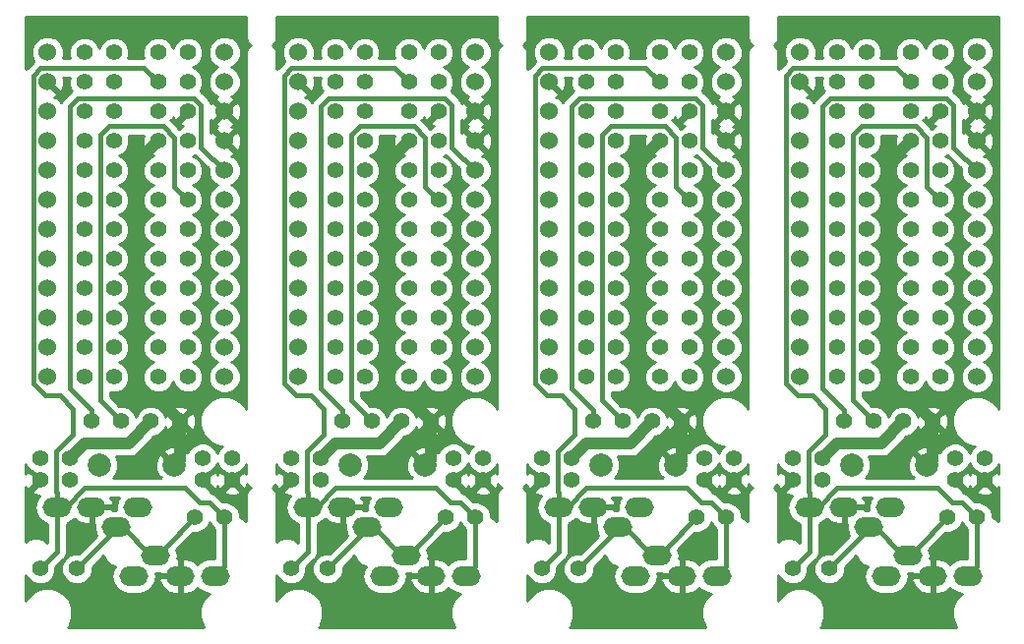
<source format=gtl>
G04 #@! TF.GenerationSoftware,KiCad,Pcbnew,5.0.0-fee4fd1~66~ubuntu18.04.1*
G04 #@! TF.CreationDate,2018-09-17T00:42:53+09:00*
G04 #@! TF.ProjectId,MxLEDBit,4D784C45444269742E6B696361645F70,1*
G04 #@! TF.SameCoordinates,Original*
G04 #@! TF.FileFunction,Copper,L1,Top,Signal*
G04 #@! TF.FilePolarity,Positive*
%FSLAX46Y46*%
G04 Gerber Fmt 4.6, Leading zero omitted, Abs format (unit mm)*
G04 Created by KiCad (PCBNEW 5.0.0-fee4fd1~66~ubuntu18.04.1) date Mon Sep 17 00:42:53 2018*
%MOMM*%
%LPD*%
G01*
G04 APERTURE LIST*
G04 #@! TA.AperFunction,ComponentPad*
%ADD10C,2.000000*%
G04 #@! TD*
G04 #@! TA.AperFunction,ComponentPad*
%ADD11C,1.397000*%
G04 #@! TD*
G04 #@! TA.AperFunction,ComponentPad*
%ADD12O,2.500000X1.700000*%
G04 #@! TD*
G04 #@! TA.AperFunction,ComponentPad*
%ADD13C,1.524000*%
G04 #@! TD*
G04 #@! TA.AperFunction,Conductor*
%ADD14C,0.400000*%
G04 #@! TD*
G04 #@! TA.AperFunction,Conductor*
%ADD15C,1.000000*%
G04 #@! TD*
G04 #@! TA.AperFunction,Conductor*
%ADD16C,0.254000*%
G04 #@! TD*
G04 APERTURE END LIST*
D10*
G04 #@! TO.P,RESET1,1*
G04 #@! TO.N,RESET*
X97790000Y-84455000D03*
G04 #@! TO.P,RESET1,2*
G04 #@! TO.N,GND*
X104290000Y-84455000D03*
G04 #@! TD*
G04 #@! TO.P,RESET1,1*
G04 #@! TO.N,RESET*
X119380000Y-84455000D03*
G04 #@! TO.P,RESET1,2*
G04 #@! TO.N,GND*
X125880000Y-84455000D03*
G04 #@! TD*
G04 #@! TO.P,RESET1,1*
G04 #@! TO.N,RESET*
X140970000Y-84455000D03*
G04 #@! TO.P,RESET1,2*
G04 #@! TO.N,GND*
X147470000Y-84455000D03*
G04 #@! TD*
D11*
G04 #@! TO.P,P2,VCC*
G04 #@! TO.N,VCC*
X96520000Y-48895000D03*
G04 #@! TD*
G04 #@! TO.P,P2,VCC*
G04 #@! TO.N,VCC*
X118110000Y-48895000D03*
G04 #@! TD*
G04 #@! TO.P,P2,VCC*
G04 #@! TO.N,VCC*
X139700000Y-48895000D03*
G04 #@! TD*
G04 #@! TO.P,P2,GND*
G04 #@! TO.N,GND*
X96520000Y-51435000D03*
G04 #@! TD*
G04 #@! TO.P,P2,GND*
G04 #@! TO.N,GND*
X118110000Y-51435000D03*
G04 #@! TD*
G04 #@! TO.P,P2,GND*
G04 #@! TO.N,GND*
X139700000Y-51435000D03*
G04 #@! TD*
G04 #@! TO.P,P2,RESE*
G04 #@! TO.N,RESET*
X96520000Y-53975000D03*
G04 #@! TD*
G04 #@! TO.P,P2,RESE*
G04 #@! TO.N,RESET*
X118110000Y-53975000D03*
G04 #@! TD*
G04 #@! TO.P,P2,RESE*
G04 #@! TO.N,RESET*
X139700000Y-53975000D03*
G04 #@! TD*
G04 #@! TO.P,P2,VCC*
G04 #@! TO.N,VCC*
X96520000Y-56515000D03*
G04 #@! TD*
G04 #@! TO.P,P2,VCC*
G04 #@! TO.N,VCC*
X118110000Y-56515000D03*
G04 #@! TD*
G04 #@! TO.P,P2,VCC*
G04 #@! TO.N,VCC*
X139700000Y-56515000D03*
G04 #@! TD*
G04 #@! TO.P,P2,20*
G04 #@! TO.N,Net-(PM21-Pad1)*
X96520000Y-59055000D03*
G04 #@! TD*
G04 #@! TO.P,P2,20*
G04 #@! TO.N,Net-(PM21-Pad1)*
X118110000Y-59055000D03*
G04 #@! TD*
G04 #@! TO.P,P2,20*
G04 #@! TO.N,Net-(PM21-Pad1)*
X139700000Y-59055000D03*
G04 #@! TD*
G04 #@! TO.P,P2,GND*
G04 #@! TO.N,GND*
X105410000Y-56515000D03*
G04 #@! TD*
G04 #@! TO.P,P2,GND*
G04 #@! TO.N,GND*
X127000000Y-56515000D03*
G04 #@! TD*
G04 #@! TO.P,P2,GND*
G04 #@! TO.N,GND*
X148590000Y-56515000D03*
G04 #@! TD*
G04 #@! TO.P,P2,DATA*
G04 #@! TO.N,DATA*
X105410000Y-51435000D03*
G04 #@! TD*
G04 #@! TO.P,P2,DATA*
G04 #@! TO.N,DATA*
X127000000Y-51435000D03*
G04 #@! TD*
G04 #@! TO.P,P2,DATA*
G04 #@! TO.N,DATA*
X148590000Y-51435000D03*
G04 #@! TD*
G04 #@! TO.P,P2,GND*
G04 #@! TO.N,GND*
X105410000Y-53975000D03*
G04 #@! TD*
G04 #@! TO.P,P2,GND*
G04 #@! TO.N,GND*
X127000000Y-53975000D03*
G04 #@! TD*
G04 #@! TO.P,P2,GND*
G04 #@! TO.N,GND*
X148590000Y-53975000D03*
G04 #@! TD*
G04 #@! TO.P,P2,SDA*
G04 #@! TO.N,SDA*
X105410000Y-59055000D03*
G04 #@! TD*
G04 #@! TO.P,P2,SDA*
G04 #@! TO.N,SDA*
X127000000Y-59055000D03*
G04 #@! TD*
G04 #@! TO.P,P2,SDA*
G04 #@! TO.N,SDA*
X148590000Y-59055000D03*
G04 #@! TD*
G04 #@! TO.P,P2,PLED*
G04 #@! TO.N,Net-(PLED1-Pad1)*
X105410000Y-48895000D03*
G04 #@! TD*
G04 #@! TO.P,P2,PLED*
G04 #@! TO.N,Net-(PLED1-Pad1)*
X127000000Y-48895000D03*
G04 #@! TD*
G04 #@! TO.P,P2,PLED*
G04 #@! TO.N,Net-(PLED1-Pad1)*
X148590000Y-48895000D03*
G04 #@! TD*
G04 #@! TO.P,P2,SCL*
G04 #@! TO.N,SCL*
X105410000Y-61595000D03*
G04 #@! TD*
G04 #@! TO.P,P2,SCL*
G04 #@! TO.N,SCL*
X127000000Y-61595000D03*
G04 #@! TD*
G04 #@! TO.P,P2,SCL*
G04 #@! TO.N,SCL*
X148590000Y-61595000D03*
G04 #@! TD*
G04 #@! TO.P,P2,GND*
G04 #@! TO.N,GND*
X99060000Y-51435000D03*
G04 #@! TD*
G04 #@! TO.P,P2,GND*
G04 #@! TO.N,GND*
X120650000Y-51435000D03*
G04 #@! TD*
G04 #@! TO.P,P2,GND*
G04 #@! TO.N,GND*
X142240000Y-51435000D03*
G04 #@! TD*
G04 #@! TO.P,P2,VCC*
G04 #@! TO.N,VCC*
X99060000Y-56515000D03*
G04 #@! TD*
G04 #@! TO.P,P2,VCC*
G04 #@! TO.N,VCC*
X120650000Y-56515000D03*
G04 #@! TD*
G04 #@! TO.P,P2,VCC*
G04 #@! TO.N,VCC*
X142240000Y-56515000D03*
G04 #@! TD*
G04 #@! TO.P,P2,RESE*
G04 #@! TO.N,RESET*
X99060000Y-53975000D03*
G04 #@! TD*
G04 #@! TO.P,P2,RESE*
G04 #@! TO.N,RESET*
X120650000Y-53975000D03*
G04 #@! TD*
G04 #@! TO.P,P2,RESE*
G04 #@! TO.N,RESET*
X142240000Y-53975000D03*
G04 #@! TD*
G04 #@! TO.P,P2,VCC*
G04 #@! TO.N,VCC*
X99060000Y-48895000D03*
G04 #@! TD*
G04 #@! TO.P,P2,VCC*
G04 #@! TO.N,VCC*
X120650000Y-48895000D03*
G04 #@! TD*
G04 #@! TO.P,P2,VCC*
G04 #@! TO.N,VCC*
X142240000Y-48895000D03*
G04 #@! TD*
G04 #@! TO.P,P2,20*
G04 #@! TO.N,Net-(PM21-Pad1)*
X99060000Y-59055000D03*
G04 #@! TD*
G04 #@! TO.P,P2,20*
G04 #@! TO.N,Net-(PM21-Pad1)*
X120650000Y-59055000D03*
G04 #@! TD*
G04 #@! TO.P,P2,20*
G04 #@! TO.N,Net-(PM21-Pad1)*
X142240000Y-59055000D03*
G04 #@! TD*
G04 #@! TO.P,DT,DATA*
G04 #@! TO.N,DATA*
X102870000Y-51435000D03*
G04 #@! TD*
G04 #@! TO.P,DT,DATA*
G04 #@! TO.N,DATA*
X124460000Y-51435000D03*
G04 #@! TD*
G04 #@! TO.P,DT,DATA*
G04 #@! TO.N,DATA*
X146050000Y-51435000D03*
G04 #@! TD*
G04 #@! TO.P,P2,GND*
G04 #@! TO.N,GND*
X102870000Y-56515000D03*
G04 #@! TD*
G04 #@! TO.P,P2,GND*
G04 #@! TO.N,GND*
X124460000Y-56515000D03*
G04 #@! TD*
G04 #@! TO.P,P2,GND*
G04 #@! TO.N,GND*
X146050000Y-56515000D03*
G04 #@! TD*
G04 #@! TO.P,P2,GND*
G04 #@! TO.N,GND*
X102870000Y-53975000D03*
G04 #@! TD*
G04 #@! TO.P,P2,GND*
G04 #@! TO.N,GND*
X124460000Y-53975000D03*
G04 #@! TD*
G04 #@! TO.P,P2,GND*
G04 #@! TO.N,GND*
X146050000Y-53975000D03*
G04 #@! TD*
G04 #@! TO.P,P2,PLED*
G04 #@! TO.N,Net-(PLED1-Pad1)*
X102870000Y-48895000D03*
G04 #@! TD*
G04 #@! TO.P,P2,PLED*
G04 #@! TO.N,Net-(PLED1-Pad1)*
X124460000Y-48895000D03*
G04 #@! TD*
G04 #@! TO.P,P2,PLED*
G04 #@! TO.N,Net-(PLED1-Pad1)*
X146050000Y-48895000D03*
G04 #@! TD*
G04 #@! TO.P,P2,SCL*
G04 #@! TO.N,SCL*
X102870000Y-61595000D03*
G04 #@! TD*
G04 #@! TO.P,P2,SCL*
G04 #@! TO.N,SCL*
X124460000Y-61595000D03*
G04 #@! TD*
G04 #@! TO.P,P2,SCL*
G04 #@! TO.N,SCL*
X146050000Y-61595000D03*
G04 #@! TD*
D12*
G04 #@! TO.P,JACK,B*
G04 #@! TO.N,DATA*
X94155000Y-88030000D03*
G04 #@! TO.P,JACK,C*
G04 #@! TO.N,GND*
X97155000Y-88030000D03*
G04 #@! TO.P,JACK,D*
G04 #@! TO.N,VCC*
X101155000Y-88030000D03*
G04 #@! TO.P,JACK,A*
G04 #@! TO.N,N/C*
X102655000Y-92230000D03*
G04 #@! TD*
G04 #@! TO.P,JACK,B*
G04 #@! TO.N,DATA*
X115745000Y-88030000D03*
G04 #@! TO.P,JACK,C*
G04 #@! TO.N,GND*
X118745000Y-88030000D03*
G04 #@! TO.P,JACK,D*
G04 #@! TO.N,VCC*
X122745000Y-88030000D03*
G04 #@! TO.P,JACK,A*
G04 #@! TO.N,N/C*
X124245000Y-92230000D03*
G04 #@! TD*
G04 #@! TO.P,JACK,B*
G04 #@! TO.N,DATA*
X137335000Y-88030000D03*
G04 #@! TO.P,JACK,C*
G04 #@! TO.N,GND*
X140335000Y-88030000D03*
G04 #@! TO.P,JACK,D*
G04 #@! TO.N,VCC*
X144335000Y-88030000D03*
G04 #@! TO.P,JACK,A*
G04 #@! TO.N,N/C*
X145835000Y-92230000D03*
G04 #@! TD*
G04 #@! TO.P,JACK,B*
G04 #@! TO.N,DATA*
X107775000Y-93980000D03*
G04 #@! TO.P,JACK,C*
G04 #@! TO.N,GND*
X104775000Y-93980000D03*
G04 #@! TO.P,JACK,D*
G04 #@! TO.N,VCC*
X100775000Y-93980000D03*
G04 #@! TO.P,JACK,A*
G04 #@! TO.N,N/C*
X99275000Y-89780000D03*
G04 #@! TD*
G04 #@! TO.P,JACK,B*
G04 #@! TO.N,DATA*
X129365000Y-93980000D03*
G04 #@! TO.P,JACK,C*
G04 #@! TO.N,GND*
X126365000Y-93980000D03*
G04 #@! TO.P,JACK,D*
G04 #@! TO.N,VCC*
X122365000Y-93980000D03*
G04 #@! TO.P,JACK,A*
G04 #@! TO.N,N/C*
X120865000Y-89780000D03*
G04 #@! TD*
G04 #@! TO.P,JACK,B*
G04 #@! TO.N,DATA*
X150955000Y-93980000D03*
G04 #@! TO.P,JACK,C*
G04 #@! TO.N,GND*
X147955000Y-93980000D03*
G04 #@! TO.P,JACK,D*
G04 #@! TO.N,VCC*
X143955000Y-93980000D03*
G04 #@! TO.P,JACK,A*
G04 #@! TO.N,N/C*
X142455000Y-89780000D03*
G04 #@! TD*
D11*
G04 #@! TO.P,P2,SDA*
G04 #@! TO.N,SDA*
X102870000Y-59055000D03*
G04 #@! TD*
G04 #@! TO.P,P2,SDA*
G04 #@! TO.N,SDA*
X124460000Y-59055000D03*
G04 #@! TD*
G04 #@! TO.P,P2,SDA*
G04 #@! TO.N,SDA*
X146050000Y-59055000D03*
G04 #@! TD*
G04 #@! TO.P,DATA,D*
G04 #@! TO.N,DATA*
X92710000Y-93345000D03*
G04 #@! TD*
G04 #@! TO.P,DATA,D*
G04 #@! TO.N,DATA*
X114300000Y-93345000D03*
G04 #@! TD*
G04 #@! TO.P,DATA,D*
G04 #@! TO.N,DATA*
X135890000Y-93345000D03*
G04 #@! TD*
G04 #@! TO.P,A,A*
G04 #@! TO.N,N/C*
X95885000Y-93345000D03*
G04 #@! TD*
G04 #@! TO.P,A,A*
G04 #@! TO.N,N/C*
X117475000Y-93345000D03*
G04 #@! TD*
G04 #@! TO.P,A,A*
G04 #@! TO.N,N/C*
X139065000Y-93345000D03*
G04 #@! TD*
G04 #@! TO.P,A,A*
G04 #@! TO.N,N/C*
X106045000Y-88900000D03*
G04 #@! TD*
G04 #@! TO.P,A,A*
G04 #@! TO.N,N/C*
X127635000Y-88900000D03*
G04 #@! TD*
G04 #@! TO.P,A,A*
G04 #@! TO.N,N/C*
X149225000Y-88900000D03*
G04 #@! TD*
G04 #@! TO.P,DATA,D*
G04 #@! TO.N,DATA*
X108585000Y-88900000D03*
G04 #@! TD*
G04 #@! TO.P,DATA,D*
G04 #@! TO.N,DATA*
X130175000Y-88900000D03*
G04 #@! TD*
G04 #@! TO.P,DATA,D*
G04 #@! TO.N,DATA*
X151765000Y-88900000D03*
G04 #@! TD*
D13*
G04 #@! TO.P,U2,24*
G04 #@! TO.N,VCC*
X93345000Y-48895000D03*
G04 #@! TO.P,U2,23*
G04 #@! TO.N,GND*
X93345000Y-51435000D03*
G04 #@! TO.P,U2,22*
G04 #@! TO.N,RESET*
X93345000Y-53975000D03*
G04 #@! TO.P,U2,21*
G04 #@! TO.N,VCC*
X93345000Y-56515000D03*
G04 #@! TO.P,U2,20*
G04 #@! TO.N,Net-(PM21-Pad1)*
X93345000Y-59055000D03*
G04 #@! TO.P,U2,19*
G04 #@! TO.N,Net-(PM20-Pad1)*
X93345000Y-61595000D03*
G04 #@! TO.P,U2,18*
G04 #@! TO.N,Net-(PM19-Pad1)*
X93345000Y-64135000D03*
G04 #@! TO.P,U2,17*
G04 #@! TO.N,Net-(PM18-Pad1)*
X93345000Y-66675000D03*
G04 #@! TO.P,U2,16*
G04 #@! TO.N,Net-(PM15-Pad1)*
X93345000Y-69215000D03*
G04 #@! TO.P,U2,15*
G04 #@! TO.N,Net-(PM14-Pad1)*
X93345000Y-71755000D03*
G04 #@! TO.P,U2,14*
G04 #@! TO.N,Net-(PM16-Pad1)*
X93345000Y-74295000D03*
G04 #@! TO.P,U2,13*
G04 #@! TO.N,Net-(PM10-Pad1)*
X93345000Y-76835000D03*
G04 #@! TO.P,U2,12*
G04 #@! TO.N,Net-(PM9-Pad1)*
X108585000Y-76835000D03*
G04 #@! TO.P,U2,11*
G04 #@! TO.N,Net-(PM8-Pad1)*
X108585000Y-74295000D03*
G04 #@! TO.P,U2,10*
G04 #@! TO.N,Net-(PM7-Pad1)*
X108585000Y-71755000D03*
G04 #@! TO.P,U2,9*
G04 #@! TO.N,Net-(PM6-Pad1)*
X108585000Y-69215000D03*
G04 #@! TO.P,U2,8*
G04 #@! TO.N,Net-(PM5-Pad1)*
X108585000Y-66675000D03*
G04 #@! TO.P,U2,7*
G04 #@! TO.N,Net-(PM4-Pad1)*
X108585000Y-64135000D03*
G04 #@! TO.P,U2,6*
G04 #@! TO.N,SCL*
X108585000Y-61595000D03*
G04 #@! TO.P,U2,5*
G04 #@! TO.N,SDA*
X108585000Y-59055000D03*
G04 #@! TO.P,U2,4*
G04 #@! TO.N,GND*
X108585000Y-56515000D03*
G04 #@! TO.P,U2,3*
X108585000Y-53975000D03*
G04 #@! TO.P,U2,2*
G04 #@! TO.N,DATA*
X108585000Y-51435000D03*
G04 #@! TO.P,U2,1*
G04 #@! TO.N,Net-(PLED1-Pad1)*
X108585000Y-48895000D03*
G04 #@! TD*
G04 #@! TO.P,U2,24*
G04 #@! TO.N,VCC*
X114935000Y-48895000D03*
G04 #@! TO.P,U2,23*
G04 #@! TO.N,GND*
X114935000Y-51435000D03*
G04 #@! TO.P,U2,22*
G04 #@! TO.N,RESET*
X114935000Y-53975000D03*
G04 #@! TO.P,U2,21*
G04 #@! TO.N,VCC*
X114935000Y-56515000D03*
G04 #@! TO.P,U2,20*
G04 #@! TO.N,Net-(PM21-Pad1)*
X114935000Y-59055000D03*
G04 #@! TO.P,U2,19*
G04 #@! TO.N,Net-(PM20-Pad1)*
X114935000Y-61595000D03*
G04 #@! TO.P,U2,18*
G04 #@! TO.N,Net-(PM19-Pad1)*
X114935000Y-64135000D03*
G04 #@! TO.P,U2,17*
G04 #@! TO.N,Net-(PM18-Pad1)*
X114935000Y-66675000D03*
G04 #@! TO.P,U2,16*
G04 #@! TO.N,Net-(PM15-Pad1)*
X114935000Y-69215000D03*
G04 #@! TO.P,U2,15*
G04 #@! TO.N,Net-(PM14-Pad1)*
X114935000Y-71755000D03*
G04 #@! TO.P,U2,14*
G04 #@! TO.N,Net-(PM16-Pad1)*
X114935000Y-74295000D03*
G04 #@! TO.P,U2,13*
G04 #@! TO.N,Net-(PM10-Pad1)*
X114935000Y-76835000D03*
G04 #@! TO.P,U2,12*
G04 #@! TO.N,Net-(PM9-Pad1)*
X130175000Y-76835000D03*
G04 #@! TO.P,U2,11*
G04 #@! TO.N,Net-(PM8-Pad1)*
X130175000Y-74295000D03*
G04 #@! TO.P,U2,10*
G04 #@! TO.N,Net-(PM7-Pad1)*
X130175000Y-71755000D03*
G04 #@! TO.P,U2,9*
G04 #@! TO.N,Net-(PM6-Pad1)*
X130175000Y-69215000D03*
G04 #@! TO.P,U2,8*
G04 #@! TO.N,Net-(PM5-Pad1)*
X130175000Y-66675000D03*
G04 #@! TO.P,U2,7*
G04 #@! TO.N,Net-(PM4-Pad1)*
X130175000Y-64135000D03*
G04 #@! TO.P,U2,6*
G04 #@! TO.N,SCL*
X130175000Y-61595000D03*
G04 #@! TO.P,U2,5*
G04 #@! TO.N,SDA*
X130175000Y-59055000D03*
G04 #@! TO.P,U2,4*
G04 #@! TO.N,GND*
X130175000Y-56515000D03*
G04 #@! TO.P,U2,3*
X130175000Y-53975000D03*
G04 #@! TO.P,U2,2*
G04 #@! TO.N,DATA*
X130175000Y-51435000D03*
G04 #@! TO.P,U2,1*
G04 #@! TO.N,Net-(PLED1-Pad1)*
X130175000Y-48895000D03*
G04 #@! TD*
G04 #@! TO.P,U2,24*
G04 #@! TO.N,VCC*
X136525000Y-48895000D03*
G04 #@! TO.P,U2,23*
G04 #@! TO.N,GND*
X136525000Y-51435000D03*
G04 #@! TO.P,U2,22*
G04 #@! TO.N,RESET*
X136525000Y-53975000D03*
G04 #@! TO.P,U2,21*
G04 #@! TO.N,VCC*
X136525000Y-56515000D03*
G04 #@! TO.P,U2,20*
G04 #@! TO.N,Net-(PM21-Pad1)*
X136525000Y-59055000D03*
G04 #@! TO.P,U2,19*
G04 #@! TO.N,Net-(PM20-Pad1)*
X136525000Y-61595000D03*
G04 #@! TO.P,U2,18*
G04 #@! TO.N,Net-(PM19-Pad1)*
X136525000Y-64135000D03*
G04 #@! TO.P,U2,17*
G04 #@! TO.N,Net-(PM18-Pad1)*
X136525000Y-66675000D03*
G04 #@! TO.P,U2,16*
G04 #@! TO.N,Net-(PM15-Pad1)*
X136525000Y-69215000D03*
G04 #@! TO.P,U2,15*
G04 #@! TO.N,Net-(PM14-Pad1)*
X136525000Y-71755000D03*
G04 #@! TO.P,U2,14*
G04 #@! TO.N,Net-(PM16-Pad1)*
X136525000Y-74295000D03*
G04 #@! TO.P,U2,13*
G04 #@! TO.N,Net-(PM10-Pad1)*
X136525000Y-76835000D03*
G04 #@! TO.P,U2,12*
G04 #@! TO.N,Net-(PM9-Pad1)*
X151765000Y-76835000D03*
G04 #@! TO.P,U2,11*
G04 #@! TO.N,Net-(PM8-Pad1)*
X151765000Y-74295000D03*
G04 #@! TO.P,U2,10*
G04 #@! TO.N,Net-(PM7-Pad1)*
X151765000Y-71755000D03*
G04 #@! TO.P,U2,9*
G04 #@! TO.N,Net-(PM6-Pad1)*
X151765000Y-69215000D03*
G04 #@! TO.P,U2,8*
G04 #@! TO.N,Net-(PM5-Pad1)*
X151765000Y-66675000D03*
G04 #@! TO.P,U2,7*
G04 #@! TO.N,Net-(PM4-Pad1)*
X151765000Y-64135000D03*
G04 #@! TO.P,U2,6*
G04 #@! TO.N,SCL*
X151765000Y-61595000D03*
G04 #@! TO.P,U2,5*
G04 #@! TO.N,SDA*
X151765000Y-59055000D03*
G04 #@! TO.P,U2,4*
G04 #@! TO.N,GND*
X151765000Y-56515000D03*
G04 #@! TO.P,U2,3*
X151765000Y-53975000D03*
G04 #@! TO.P,U2,2*
G04 #@! TO.N,DATA*
X151765000Y-51435000D03*
G04 #@! TO.P,U2,1*
G04 #@! TO.N,Net-(PLED1-Pad1)*
X151765000Y-48895000D03*
G04 #@! TD*
D11*
G04 #@! TO.P,P2,19*
G04 #@! TO.N,Net-(PM20-Pad1)*
X96520000Y-61595000D03*
G04 #@! TD*
G04 #@! TO.P,P2,19*
G04 #@! TO.N,Net-(PM20-Pad1)*
X118110000Y-61595000D03*
G04 #@! TD*
G04 #@! TO.P,P2,19*
G04 #@! TO.N,Net-(PM20-Pad1)*
X139700000Y-61595000D03*
G04 #@! TD*
G04 #@! TO.P,P2,18*
G04 #@! TO.N,Net-(PM19-Pad1)*
X96520000Y-64135000D03*
G04 #@! TD*
G04 #@! TO.P,P2,18*
G04 #@! TO.N,Net-(PM19-Pad1)*
X118110000Y-64135000D03*
G04 #@! TD*
G04 #@! TO.P,P2,18*
G04 #@! TO.N,Net-(PM19-Pad1)*
X139700000Y-64135000D03*
G04 #@! TD*
G04 #@! TO.P,P2,17*
G04 #@! TO.N,Net-(PM18-Pad1)*
X96520000Y-66675000D03*
G04 #@! TD*
G04 #@! TO.P,P2,17*
G04 #@! TO.N,Net-(PM18-Pad1)*
X118110000Y-66675000D03*
G04 #@! TD*
G04 #@! TO.P,P2,17*
G04 #@! TO.N,Net-(PM18-Pad1)*
X139700000Y-66675000D03*
G04 #@! TD*
G04 #@! TO.P,P2,16*
G04 #@! TO.N,Net-(PM15-Pad1)*
X96520000Y-69215000D03*
G04 #@! TD*
G04 #@! TO.P,P2,16*
G04 #@! TO.N,Net-(PM15-Pad1)*
X118110000Y-69215000D03*
G04 #@! TD*
G04 #@! TO.P,P2,16*
G04 #@! TO.N,Net-(PM15-Pad1)*
X139700000Y-69215000D03*
G04 #@! TD*
G04 #@! TO.P,P2,13*
G04 #@! TO.N,Net-(PM10-Pad1)*
X96520000Y-76835000D03*
G04 #@! TD*
G04 #@! TO.P,P2,13*
G04 #@! TO.N,Net-(PM10-Pad1)*
X118110000Y-76835000D03*
G04 #@! TD*
G04 #@! TO.P,P2,13*
G04 #@! TO.N,Net-(PM10-Pad1)*
X139700000Y-76835000D03*
G04 #@! TD*
G04 #@! TO.P,P2,15*
G04 #@! TO.N,Net-(PM14-Pad1)*
X96520000Y-71755000D03*
G04 #@! TD*
G04 #@! TO.P,P2,15*
G04 #@! TO.N,Net-(PM14-Pad1)*
X118110000Y-71755000D03*
G04 #@! TD*
G04 #@! TO.P,P2,15*
G04 #@! TO.N,Net-(PM14-Pad1)*
X139700000Y-71755000D03*
G04 #@! TD*
G04 #@! TO.P,P2,14*
G04 #@! TO.N,Net-(PM16-Pad1)*
X96520000Y-74295000D03*
G04 #@! TD*
G04 #@! TO.P,P2,14*
G04 #@! TO.N,Net-(PM16-Pad1)*
X118110000Y-74295000D03*
G04 #@! TD*
G04 #@! TO.P,P2,14*
G04 #@! TO.N,Net-(PM16-Pad1)*
X139700000Y-74295000D03*
G04 #@! TD*
G04 #@! TO.P,P2,12*
G04 #@! TO.N,Net-(PM9-Pad1)*
X105410000Y-76835000D03*
G04 #@! TD*
G04 #@! TO.P,P2,12*
G04 #@! TO.N,Net-(PM9-Pad1)*
X127000000Y-76835000D03*
G04 #@! TD*
G04 #@! TO.P,P2,12*
G04 #@! TO.N,Net-(PM9-Pad1)*
X148590000Y-76835000D03*
G04 #@! TD*
G04 #@! TO.P,P2,11*
G04 #@! TO.N,Net-(PM8-Pad1)*
X105410000Y-74295000D03*
G04 #@! TD*
G04 #@! TO.P,P2,11*
G04 #@! TO.N,Net-(PM8-Pad1)*
X127000000Y-74295000D03*
G04 #@! TD*
G04 #@! TO.P,P2,11*
G04 #@! TO.N,Net-(PM8-Pad1)*
X148590000Y-74295000D03*
G04 #@! TD*
G04 #@! TO.P,P2,10*
G04 #@! TO.N,Net-(PM7-Pad1)*
X105410000Y-71755000D03*
G04 #@! TD*
G04 #@! TO.P,P2,10*
G04 #@! TO.N,Net-(PM7-Pad1)*
X127000000Y-71755000D03*
G04 #@! TD*
G04 #@! TO.P,P2,10*
G04 #@! TO.N,Net-(PM7-Pad1)*
X148590000Y-71755000D03*
G04 #@! TD*
G04 #@! TO.P,P2,7*
G04 #@! TO.N,Net-(PM4-Pad1)*
X105410000Y-64135000D03*
G04 #@! TD*
G04 #@! TO.P,P2,7*
G04 #@! TO.N,Net-(PM4-Pad1)*
X127000000Y-64135000D03*
G04 #@! TD*
G04 #@! TO.P,P2,7*
G04 #@! TO.N,Net-(PM4-Pad1)*
X148590000Y-64135000D03*
G04 #@! TD*
G04 #@! TO.P,P2,9*
G04 #@! TO.N,Net-(PM6-Pad1)*
X105410000Y-69215000D03*
G04 #@! TD*
G04 #@! TO.P,P2,9*
G04 #@! TO.N,Net-(PM6-Pad1)*
X127000000Y-69215000D03*
G04 #@! TD*
G04 #@! TO.P,P2,9*
G04 #@! TO.N,Net-(PM6-Pad1)*
X148590000Y-69215000D03*
G04 #@! TD*
G04 #@! TO.P,P2,8*
G04 #@! TO.N,Net-(PM5-Pad1)*
X105410000Y-66675000D03*
G04 #@! TD*
G04 #@! TO.P,P2,8*
G04 #@! TO.N,Net-(PM5-Pad1)*
X127000000Y-66675000D03*
G04 #@! TD*
G04 #@! TO.P,P2,8*
G04 #@! TO.N,Net-(PM5-Pad1)*
X148590000Y-66675000D03*
G04 #@! TD*
G04 #@! TO.P,OLED,1*
G04 #@! TO.N,GND*
X104775000Y-80645000D03*
G04 #@! TO.P,OLED,2*
G04 #@! TO.N,VCC*
X102235000Y-80645000D03*
G04 #@! TO.P,OLED,3*
G04 #@! TO.N,SCL*
X99695000Y-80645000D03*
G04 #@! TO.P,OLED,4*
G04 #@! TO.N,SDA*
X97155000Y-80645000D03*
G04 #@! TD*
G04 #@! TO.P,OLED,1*
G04 #@! TO.N,GND*
X126365000Y-80645000D03*
G04 #@! TO.P,OLED,2*
G04 #@! TO.N,VCC*
X123825000Y-80645000D03*
G04 #@! TO.P,OLED,3*
G04 #@! TO.N,SCL*
X121285000Y-80645000D03*
G04 #@! TO.P,OLED,4*
G04 #@! TO.N,SDA*
X118745000Y-80645000D03*
G04 #@! TD*
G04 #@! TO.P,OLED,1*
G04 #@! TO.N,GND*
X147955000Y-80645000D03*
G04 #@! TO.P,OLED,2*
G04 #@! TO.N,VCC*
X145415000Y-80645000D03*
G04 #@! TO.P,OLED,3*
G04 #@! TO.N,SCL*
X142875000Y-80645000D03*
G04 #@! TO.P,OLED,4*
G04 #@! TO.N,SDA*
X140335000Y-80645000D03*
G04 #@! TD*
G04 #@! TO.P,P2,1*
G04 #@! TO.N,VCC*
X95250000Y-83820000D03*
G04 #@! TD*
G04 #@! TO.P,P2,1*
G04 #@! TO.N,VCC*
X116840000Y-83820000D03*
G04 #@! TD*
G04 #@! TO.P,P2,1*
G04 #@! TO.N,VCC*
X138430000Y-83820000D03*
G04 #@! TD*
G04 #@! TO.P,P2,1*
G04 #@! TO.N,VCC*
X92710000Y-83820000D03*
G04 #@! TD*
G04 #@! TO.P,P2,1*
G04 #@! TO.N,VCC*
X114300000Y-83820000D03*
G04 #@! TD*
G04 #@! TO.P,P2,1*
G04 #@! TO.N,VCC*
X135890000Y-83820000D03*
G04 #@! TD*
G04 #@! TO.P,P2,1*
G04 #@! TO.N,GND*
X95250000Y-85725000D03*
G04 #@! TD*
G04 #@! TO.P,P2,1*
G04 #@! TO.N,GND*
X116840000Y-85725000D03*
G04 #@! TD*
G04 #@! TO.P,P2,1*
G04 #@! TO.N,GND*
X138430000Y-85725000D03*
G04 #@! TD*
G04 #@! TO.P,P2,1*
G04 #@! TO.N,GND*
X92710000Y-85725000D03*
G04 #@! TD*
G04 #@! TO.P,P2,1*
G04 #@! TO.N,GND*
X114300000Y-85725000D03*
G04 #@! TD*
G04 #@! TO.P,P2,1*
G04 #@! TO.N,GND*
X135890000Y-85725000D03*
G04 #@! TD*
G04 #@! TO.P,P2,1*
G04 #@! TO.N,VCC*
X109220000Y-83820000D03*
G04 #@! TD*
G04 #@! TO.P,P2,1*
G04 #@! TO.N,VCC*
X130810000Y-83820000D03*
G04 #@! TD*
G04 #@! TO.P,P2,1*
G04 #@! TO.N,VCC*
X152400000Y-83820000D03*
G04 #@! TD*
G04 #@! TO.P,P2,1*
G04 #@! TO.N,VCC*
X106680000Y-83820000D03*
G04 #@! TD*
G04 #@! TO.P,P2,1*
G04 #@! TO.N,VCC*
X128270000Y-83820000D03*
G04 #@! TD*
G04 #@! TO.P,P2,1*
G04 #@! TO.N,VCC*
X149860000Y-83820000D03*
G04 #@! TD*
G04 #@! TO.P,P2,1*
G04 #@! TO.N,GND*
X106680000Y-85725000D03*
G04 #@! TD*
G04 #@! TO.P,P2,1*
G04 #@! TO.N,GND*
X128270000Y-85725000D03*
G04 #@! TD*
G04 #@! TO.P,P2,1*
G04 #@! TO.N,GND*
X149860000Y-85725000D03*
G04 #@! TD*
G04 #@! TO.P,P2,1*
G04 #@! TO.N,GND*
X109220000Y-85725000D03*
G04 #@! TD*
G04 #@! TO.P,P2,1*
G04 #@! TO.N,GND*
X130810000Y-85725000D03*
G04 #@! TD*
G04 #@! TO.P,P2,1*
G04 #@! TO.N,GND*
X152400000Y-85725000D03*
G04 #@! TD*
G04 #@! TO.P,P2,19*
G04 #@! TO.N,Net-(PM20-Pad1)*
X99060000Y-61595000D03*
G04 #@! TD*
G04 #@! TO.P,P2,19*
G04 #@! TO.N,Net-(PM20-Pad1)*
X120650000Y-61595000D03*
G04 #@! TD*
G04 #@! TO.P,P2,19*
G04 #@! TO.N,Net-(PM20-Pad1)*
X142240000Y-61595000D03*
G04 #@! TD*
G04 #@! TO.P,P2,14*
G04 #@! TO.N,Net-(PM16-Pad1)*
X99060000Y-74295000D03*
G04 #@! TD*
G04 #@! TO.P,P2,14*
G04 #@! TO.N,Net-(PM16-Pad1)*
X120650000Y-74295000D03*
G04 #@! TD*
G04 #@! TO.P,P2,14*
G04 #@! TO.N,Net-(PM16-Pad1)*
X142240000Y-74295000D03*
G04 #@! TD*
G04 #@! TO.P,P2,15*
G04 #@! TO.N,Net-(PM14-Pad1)*
X99060000Y-71755000D03*
G04 #@! TD*
G04 #@! TO.P,P2,15*
G04 #@! TO.N,Net-(PM14-Pad1)*
X120650000Y-71755000D03*
G04 #@! TD*
G04 #@! TO.P,P2,15*
G04 #@! TO.N,Net-(PM14-Pad1)*
X142240000Y-71755000D03*
G04 #@! TD*
G04 #@! TO.P,P2,13*
G04 #@! TO.N,Net-(PM10-Pad1)*
X99060000Y-76835000D03*
G04 #@! TD*
G04 #@! TO.P,P2,13*
G04 #@! TO.N,Net-(PM10-Pad1)*
X120650000Y-76835000D03*
G04 #@! TD*
G04 #@! TO.P,P2,13*
G04 #@! TO.N,Net-(PM10-Pad1)*
X142240000Y-76835000D03*
G04 #@! TD*
G04 #@! TO.P,P2,16*
G04 #@! TO.N,Net-(PM15-Pad1)*
X99060000Y-69215000D03*
G04 #@! TD*
G04 #@! TO.P,P2,16*
G04 #@! TO.N,Net-(PM15-Pad1)*
X120650000Y-69215000D03*
G04 #@! TD*
G04 #@! TO.P,P2,16*
G04 #@! TO.N,Net-(PM15-Pad1)*
X142240000Y-69215000D03*
G04 #@! TD*
G04 #@! TO.P,P2,17*
G04 #@! TO.N,Net-(PM18-Pad1)*
X99060000Y-66675000D03*
G04 #@! TD*
G04 #@! TO.P,P2,17*
G04 #@! TO.N,Net-(PM18-Pad1)*
X120650000Y-66675000D03*
G04 #@! TD*
G04 #@! TO.P,P2,17*
G04 #@! TO.N,Net-(PM18-Pad1)*
X142240000Y-66675000D03*
G04 #@! TD*
G04 #@! TO.P,P2,18*
G04 #@! TO.N,Net-(PM19-Pad1)*
X99060000Y-64135000D03*
G04 #@! TD*
G04 #@! TO.P,P2,18*
G04 #@! TO.N,Net-(PM19-Pad1)*
X120650000Y-64135000D03*
G04 #@! TD*
G04 #@! TO.P,P2,18*
G04 #@! TO.N,Net-(PM19-Pad1)*
X142240000Y-64135000D03*
G04 #@! TD*
G04 #@! TO.P,P2,8*
G04 #@! TO.N,Net-(PM5-Pad1)*
X102870000Y-66675000D03*
G04 #@! TD*
G04 #@! TO.P,P2,8*
G04 #@! TO.N,Net-(PM5-Pad1)*
X124460000Y-66675000D03*
G04 #@! TD*
G04 #@! TO.P,P2,8*
G04 #@! TO.N,Net-(PM5-Pad1)*
X146050000Y-66675000D03*
G04 #@! TD*
G04 #@! TO.P,P2,9*
G04 #@! TO.N,Net-(PM6-Pad1)*
X102870000Y-69215000D03*
G04 #@! TD*
G04 #@! TO.P,P2,9*
G04 #@! TO.N,Net-(PM6-Pad1)*
X124460000Y-69215000D03*
G04 #@! TD*
G04 #@! TO.P,P2,9*
G04 #@! TO.N,Net-(PM6-Pad1)*
X146050000Y-69215000D03*
G04 #@! TD*
G04 #@! TO.P,P2,7*
G04 #@! TO.N,Net-(PM4-Pad1)*
X102870000Y-64135000D03*
G04 #@! TD*
G04 #@! TO.P,P2,7*
G04 #@! TO.N,Net-(PM4-Pad1)*
X124460000Y-64135000D03*
G04 #@! TD*
G04 #@! TO.P,P2,7*
G04 #@! TO.N,Net-(PM4-Pad1)*
X146050000Y-64135000D03*
G04 #@! TD*
G04 #@! TO.P,P2,10*
G04 #@! TO.N,Net-(PM7-Pad1)*
X102870000Y-71755000D03*
G04 #@! TD*
G04 #@! TO.P,P2,10*
G04 #@! TO.N,Net-(PM7-Pad1)*
X124460000Y-71755000D03*
G04 #@! TD*
G04 #@! TO.P,P2,10*
G04 #@! TO.N,Net-(PM7-Pad1)*
X146050000Y-71755000D03*
G04 #@! TD*
G04 #@! TO.P,P2,11*
G04 #@! TO.N,Net-(PM8-Pad1)*
X102870000Y-74295000D03*
G04 #@! TD*
G04 #@! TO.P,P2,11*
G04 #@! TO.N,Net-(PM8-Pad1)*
X124460000Y-74295000D03*
G04 #@! TD*
G04 #@! TO.P,P2,11*
G04 #@! TO.N,Net-(PM8-Pad1)*
X146050000Y-74295000D03*
G04 #@! TD*
G04 #@! TO.P,P2,12*
G04 #@! TO.N,Net-(PM9-Pad1)*
X102870000Y-76835000D03*
G04 #@! TD*
G04 #@! TO.P,P2,12*
G04 #@! TO.N,Net-(PM9-Pad1)*
X124460000Y-76835000D03*
G04 #@! TD*
G04 #@! TO.P,P2,12*
G04 #@! TO.N,Net-(PM9-Pad1)*
X146050000Y-76835000D03*
G04 #@! TD*
D12*
G04 #@! TO.P,JACK,A*
G04 #@! TO.N,N/C*
X167425000Y-92230000D03*
G04 #@! TO.P,JACK,D*
G04 #@! TO.N,VCC*
X165925000Y-88030000D03*
G04 #@! TO.P,JACK,C*
G04 #@! TO.N,GND*
X161925000Y-88030000D03*
G04 #@! TO.P,JACK,B*
G04 #@! TO.N,DATA*
X158925000Y-88030000D03*
G04 #@! TD*
G04 #@! TO.P,JACK,A*
G04 #@! TO.N,N/C*
X164045000Y-89780000D03*
G04 #@! TO.P,JACK,D*
G04 #@! TO.N,VCC*
X165545000Y-93980000D03*
G04 #@! TO.P,JACK,C*
G04 #@! TO.N,GND*
X169545000Y-93980000D03*
G04 #@! TO.P,JACK,B*
G04 #@! TO.N,DATA*
X172545000Y-93980000D03*
G04 #@! TD*
D11*
G04 #@! TO.P,P2,12*
G04 #@! TO.N,Net-(PM9-Pad1)*
X167640000Y-76835000D03*
G04 #@! TD*
G04 #@! TO.P,P2,11*
G04 #@! TO.N,Net-(PM8-Pad1)*
X167640000Y-74295000D03*
G04 #@! TD*
G04 #@! TO.P,P2,10*
G04 #@! TO.N,Net-(PM7-Pad1)*
X167640000Y-71755000D03*
G04 #@! TD*
G04 #@! TO.P,P2,7*
G04 #@! TO.N,Net-(PM4-Pad1)*
X167640000Y-64135000D03*
G04 #@! TD*
G04 #@! TO.P,P2,9*
G04 #@! TO.N,Net-(PM6-Pad1)*
X167640000Y-69215000D03*
G04 #@! TD*
G04 #@! TO.P,P2,8*
G04 #@! TO.N,Net-(PM5-Pad1)*
X167640000Y-66675000D03*
G04 #@! TD*
G04 #@! TO.P,P2,18*
G04 #@! TO.N,Net-(PM19-Pad1)*
X163830000Y-64135000D03*
G04 #@! TD*
G04 #@! TO.P,P2,17*
G04 #@! TO.N,Net-(PM18-Pad1)*
X163830000Y-66675000D03*
G04 #@! TD*
G04 #@! TO.P,P2,16*
G04 #@! TO.N,Net-(PM15-Pad1)*
X163830000Y-69215000D03*
G04 #@! TD*
G04 #@! TO.P,P2,13*
G04 #@! TO.N,Net-(PM10-Pad1)*
X163830000Y-76835000D03*
G04 #@! TD*
G04 #@! TO.P,P2,15*
G04 #@! TO.N,Net-(PM14-Pad1)*
X163830000Y-71755000D03*
G04 #@! TD*
G04 #@! TO.P,P2,14*
G04 #@! TO.N,Net-(PM16-Pad1)*
X163830000Y-74295000D03*
G04 #@! TD*
G04 #@! TO.P,P2,19*
G04 #@! TO.N,Net-(PM20-Pad1)*
X163830000Y-61595000D03*
G04 #@! TD*
G04 #@! TO.P,P2,1*
G04 #@! TO.N,GND*
X173990000Y-85725000D03*
G04 #@! TD*
G04 #@! TO.P,P2,1*
G04 #@! TO.N,GND*
X171450000Y-85725000D03*
G04 #@! TD*
G04 #@! TO.P,P2,1*
G04 #@! TO.N,VCC*
X171450000Y-83820000D03*
G04 #@! TD*
G04 #@! TO.P,P2,1*
G04 #@! TO.N,VCC*
X173990000Y-83820000D03*
G04 #@! TD*
G04 #@! TO.P,P2,1*
G04 #@! TO.N,GND*
X157480000Y-85725000D03*
G04 #@! TD*
G04 #@! TO.P,P2,1*
G04 #@! TO.N,GND*
X160020000Y-85725000D03*
G04 #@! TD*
G04 #@! TO.P,P2,1*
G04 #@! TO.N,VCC*
X157480000Y-83820000D03*
G04 #@! TD*
G04 #@! TO.P,P2,1*
G04 #@! TO.N,VCC*
X160020000Y-83820000D03*
G04 #@! TD*
G04 #@! TO.P,OLED,4*
G04 #@! TO.N,SDA*
X161925000Y-80645000D03*
G04 #@! TO.P,OLED,3*
G04 #@! TO.N,SCL*
X164465000Y-80645000D03*
G04 #@! TO.P,OLED,2*
G04 #@! TO.N,VCC*
X167005000Y-80645000D03*
G04 #@! TO.P,OLED,1*
G04 #@! TO.N,GND*
X169545000Y-80645000D03*
G04 #@! TD*
G04 #@! TO.P,P2,8*
G04 #@! TO.N,Net-(PM5-Pad1)*
X170180000Y-66675000D03*
G04 #@! TD*
G04 #@! TO.P,P2,9*
G04 #@! TO.N,Net-(PM6-Pad1)*
X170180000Y-69215000D03*
G04 #@! TD*
G04 #@! TO.P,P2,7*
G04 #@! TO.N,Net-(PM4-Pad1)*
X170180000Y-64135000D03*
G04 #@! TD*
G04 #@! TO.P,P2,10*
G04 #@! TO.N,Net-(PM7-Pad1)*
X170180000Y-71755000D03*
G04 #@! TD*
G04 #@! TO.P,P2,11*
G04 #@! TO.N,Net-(PM8-Pad1)*
X170180000Y-74295000D03*
G04 #@! TD*
G04 #@! TO.P,P2,12*
G04 #@! TO.N,Net-(PM9-Pad1)*
X170180000Y-76835000D03*
G04 #@! TD*
G04 #@! TO.P,P2,14*
G04 #@! TO.N,Net-(PM16-Pad1)*
X161290000Y-74295000D03*
G04 #@! TD*
G04 #@! TO.P,P2,15*
G04 #@! TO.N,Net-(PM14-Pad1)*
X161290000Y-71755000D03*
G04 #@! TD*
G04 #@! TO.P,P2,13*
G04 #@! TO.N,Net-(PM10-Pad1)*
X161290000Y-76835000D03*
G04 #@! TD*
G04 #@! TO.P,P2,16*
G04 #@! TO.N,Net-(PM15-Pad1)*
X161290000Y-69215000D03*
G04 #@! TD*
G04 #@! TO.P,P2,17*
G04 #@! TO.N,Net-(PM18-Pad1)*
X161290000Y-66675000D03*
G04 #@! TD*
G04 #@! TO.P,P2,18*
G04 #@! TO.N,Net-(PM19-Pad1)*
X161290000Y-64135000D03*
G04 #@! TD*
G04 #@! TO.P,P2,19*
G04 #@! TO.N,Net-(PM20-Pad1)*
X161290000Y-61595000D03*
G04 #@! TD*
D13*
G04 #@! TO.P,U2,1*
G04 #@! TO.N,Net-(PLED1-Pad1)*
X173355000Y-48895000D03*
G04 #@! TO.P,U2,2*
G04 #@! TO.N,DATA*
X173355000Y-51435000D03*
G04 #@! TO.P,U2,3*
G04 #@! TO.N,GND*
X173355000Y-53975000D03*
G04 #@! TO.P,U2,4*
X173355000Y-56515000D03*
G04 #@! TO.P,U2,5*
G04 #@! TO.N,SDA*
X173355000Y-59055000D03*
G04 #@! TO.P,U2,6*
G04 #@! TO.N,SCL*
X173355000Y-61595000D03*
G04 #@! TO.P,U2,7*
G04 #@! TO.N,Net-(PM4-Pad1)*
X173355000Y-64135000D03*
G04 #@! TO.P,U2,8*
G04 #@! TO.N,Net-(PM5-Pad1)*
X173355000Y-66675000D03*
G04 #@! TO.P,U2,9*
G04 #@! TO.N,Net-(PM6-Pad1)*
X173355000Y-69215000D03*
G04 #@! TO.P,U2,10*
G04 #@! TO.N,Net-(PM7-Pad1)*
X173355000Y-71755000D03*
G04 #@! TO.P,U2,11*
G04 #@! TO.N,Net-(PM8-Pad1)*
X173355000Y-74295000D03*
G04 #@! TO.P,U2,12*
G04 #@! TO.N,Net-(PM9-Pad1)*
X173355000Y-76835000D03*
G04 #@! TO.P,U2,13*
G04 #@! TO.N,Net-(PM10-Pad1)*
X158115000Y-76835000D03*
G04 #@! TO.P,U2,14*
G04 #@! TO.N,Net-(PM16-Pad1)*
X158115000Y-74295000D03*
G04 #@! TO.P,U2,15*
G04 #@! TO.N,Net-(PM14-Pad1)*
X158115000Y-71755000D03*
G04 #@! TO.P,U2,16*
G04 #@! TO.N,Net-(PM15-Pad1)*
X158115000Y-69215000D03*
G04 #@! TO.P,U2,17*
G04 #@! TO.N,Net-(PM18-Pad1)*
X158115000Y-66675000D03*
G04 #@! TO.P,U2,18*
G04 #@! TO.N,Net-(PM19-Pad1)*
X158115000Y-64135000D03*
G04 #@! TO.P,U2,19*
G04 #@! TO.N,Net-(PM20-Pad1)*
X158115000Y-61595000D03*
G04 #@! TO.P,U2,20*
G04 #@! TO.N,Net-(PM21-Pad1)*
X158115000Y-59055000D03*
G04 #@! TO.P,U2,21*
G04 #@! TO.N,VCC*
X158115000Y-56515000D03*
G04 #@! TO.P,U2,22*
G04 #@! TO.N,RESET*
X158115000Y-53975000D03*
G04 #@! TO.P,U2,23*
G04 #@! TO.N,GND*
X158115000Y-51435000D03*
G04 #@! TO.P,U2,24*
G04 #@! TO.N,VCC*
X158115000Y-48895000D03*
G04 #@! TD*
D11*
G04 #@! TO.P,DATA,D*
G04 #@! TO.N,DATA*
X173355000Y-88900000D03*
G04 #@! TD*
G04 #@! TO.P,A,A*
G04 #@! TO.N,N/C*
X170815000Y-88900000D03*
G04 #@! TD*
G04 #@! TO.P,A,A*
G04 #@! TO.N,N/C*
X160655000Y-93345000D03*
G04 #@! TD*
G04 #@! TO.P,DATA,D*
G04 #@! TO.N,DATA*
X157480000Y-93345000D03*
G04 #@! TD*
G04 #@! TO.P,P2,SDA*
G04 #@! TO.N,SDA*
X167640000Y-59055000D03*
G04 #@! TD*
G04 #@! TO.P,P2,SCL*
G04 #@! TO.N,SCL*
X167640000Y-61595000D03*
G04 #@! TD*
G04 #@! TO.P,P2,PLED*
G04 #@! TO.N,Net-(PLED1-Pad1)*
X167640000Y-48895000D03*
G04 #@! TD*
G04 #@! TO.P,P2,GND*
G04 #@! TO.N,GND*
X167640000Y-53975000D03*
G04 #@! TD*
G04 #@! TO.P,P2,GND*
G04 #@! TO.N,GND*
X167640000Y-56515000D03*
G04 #@! TD*
G04 #@! TO.P,DT,DATA*
G04 #@! TO.N,DATA*
X167640000Y-51435000D03*
G04 #@! TD*
G04 #@! TO.P,P2,20*
G04 #@! TO.N,Net-(PM21-Pad1)*
X163830000Y-59055000D03*
G04 #@! TD*
G04 #@! TO.P,P2,VCC*
G04 #@! TO.N,VCC*
X163830000Y-48895000D03*
G04 #@! TD*
G04 #@! TO.P,P2,RESE*
G04 #@! TO.N,RESET*
X163830000Y-53975000D03*
G04 #@! TD*
G04 #@! TO.P,P2,VCC*
G04 #@! TO.N,VCC*
X163830000Y-56515000D03*
G04 #@! TD*
G04 #@! TO.P,P2,GND*
G04 #@! TO.N,GND*
X163830000Y-51435000D03*
G04 #@! TD*
G04 #@! TO.P,P2,SCL*
G04 #@! TO.N,SCL*
X170180000Y-61595000D03*
G04 #@! TD*
G04 #@! TO.P,P2,PLED*
G04 #@! TO.N,Net-(PLED1-Pad1)*
X170180000Y-48895000D03*
G04 #@! TD*
G04 #@! TO.P,P2,SDA*
G04 #@! TO.N,SDA*
X170180000Y-59055000D03*
G04 #@! TD*
G04 #@! TO.P,P2,GND*
G04 #@! TO.N,GND*
X170180000Y-53975000D03*
G04 #@! TD*
G04 #@! TO.P,P2,DATA*
G04 #@! TO.N,DATA*
X170180000Y-51435000D03*
G04 #@! TD*
G04 #@! TO.P,P2,GND*
G04 #@! TO.N,GND*
X170180000Y-56515000D03*
G04 #@! TD*
G04 #@! TO.P,P2,20*
G04 #@! TO.N,Net-(PM21-Pad1)*
X161290000Y-59055000D03*
G04 #@! TD*
G04 #@! TO.P,P2,VCC*
G04 #@! TO.N,VCC*
X161290000Y-56515000D03*
G04 #@! TD*
G04 #@! TO.P,P2,RESE*
G04 #@! TO.N,RESET*
X161290000Y-53975000D03*
G04 #@! TD*
G04 #@! TO.P,P2,GND*
G04 #@! TO.N,GND*
X161290000Y-51435000D03*
G04 #@! TD*
G04 #@! TO.P,P2,VCC*
G04 #@! TO.N,VCC*
X161290000Y-48895000D03*
G04 #@! TD*
D10*
G04 #@! TO.P,RESET1,2*
G04 #@! TO.N,GND*
X169060000Y-84455000D03*
G04 #@! TO.P,RESET1,1*
G04 #@! TO.N,RESET*
X162560000Y-84455000D03*
G04 #@! TD*
D14*
G04 #@! TO.N,*
X160655000Y-93345000D02*
X164045000Y-89955000D01*
X164045000Y-89955000D02*
X164045000Y-89780000D01*
X167425000Y-92230000D02*
X167025000Y-92230000D01*
X167025000Y-92230000D02*
X164575000Y-89780000D01*
X164575000Y-89780000D02*
X164045000Y-89780000D01*
X170815000Y-88900000D02*
X168139010Y-91575990D01*
X168139010Y-91575990D02*
X167755899Y-91575990D01*
X167755899Y-91575990D02*
X167695899Y-91575990D01*
X146165899Y-91575990D02*
X146105899Y-91575990D01*
X124575899Y-91575990D02*
X124515899Y-91575990D01*
X102985899Y-91575990D02*
X102925899Y-91575990D01*
X145835000Y-92230000D02*
X145435000Y-92230000D01*
X124245000Y-92230000D02*
X123845000Y-92230000D01*
X102655000Y-92230000D02*
X102255000Y-92230000D01*
X142455000Y-89955000D02*
X142455000Y-89780000D01*
X120865000Y-89955000D02*
X120865000Y-89780000D01*
X99275000Y-89955000D02*
X99275000Y-89780000D01*
X146549010Y-91575990D02*
X146165899Y-91575990D01*
X124959010Y-91575990D02*
X124575899Y-91575990D01*
X103369010Y-91575990D02*
X102985899Y-91575990D01*
X139065000Y-93345000D02*
X142455000Y-89955000D01*
X117475000Y-93345000D02*
X120865000Y-89955000D01*
X95885000Y-93345000D02*
X99275000Y-89955000D01*
X145435000Y-92230000D02*
X142985000Y-89780000D01*
X123845000Y-92230000D02*
X121395000Y-89780000D01*
X102255000Y-92230000D02*
X99805000Y-89780000D01*
X142985000Y-89780000D02*
X142455000Y-89780000D01*
X121395000Y-89780000D02*
X120865000Y-89780000D01*
X99805000Y-89780000D02*
X99275000Y-89780000D01*
X149225000Y-88900000D02*
X146549010Y-91575990D01*
X127635000Y-88900000D02*
X124959010Y-91575990D01*
X106045000Y-88900000D02*
X103369010Y-91575990D01*
D15*
G04 #@! TO.N,VCC*
X167005000Y-80645000D02*
X165100000Y-82550000D01*
X161290000Y-82550000D02*
X160020000Y-83820000D01*
X165100000Y-82550000D02*
X161290000Y-82550000D01*
X145415000Y-80645000D02*
X143510000Y-82550000D01*
X123825000Y-80645000D02*
X121920000Y-82550000D01*
X102235000Y-80645000D02*
X100330000Y-82550000D01*
X139700000Y-82550000D02*
X138430000Y-83820000D01*
X118110000Y-82550000D02*
X116840000Y-83820000D01*
X96520000Y-82550000D02*
X95250000Y-83820000D01*
X143510000Y-82550000D02*
X139700000Y-82550000D01*
X121920000Y-82550000D02*
X118110000Y-82550000D01*
X100330000Y-82550000D02*
X96520000Y-82550000D01*
G04 #@! TO.N,GND*
X169545000Y-83970000D02*
X169060000Y-84455000D01*
X169545000Y-80645000D02*
X169545000Y-83970000D01*
X167640000Y-78740000D02*
X165735000Y-78740000D01*
X169545000Y-80645000D02*
X167640000Y-78740000D01*
X165735000Y-58420000D02*
X167640000Y-56515000D01*
X165735000Y-78740000D02*
X165735000Y-58420000D01*
X147955000Y-83970000D02*
X147470000Y-84455000D01*
X126365000Y-83970000D02*
X125880000Y-84455000D01*
X104775000Y-83970000D02*
X104290000Y-84455000D01*
X147955000Y-80645000D02*
X147955000Y-83970000D01*
X126365000Y-80645000D02*
X126365000Y-83970000D01*
X104775000Y-80645000D02*
X104775000Y-83970000D01*
X146050000Y-78740000D02*
X144145000Y-78740000D01*
X124460000Y-78740000D02*
X122555000Y-78740000D01*
X102870000Y-78740000D02*
X100965000Y-78740000D01*
X147955000Y-80645000D02*
X146050000Y-78740000D01*
X126365000Y-80645000D02*
X124460000Y-78740000D01*
X104775000Y-80645000D02*
X102870000Y-78740000D01*
X144145000Y-58420000D02*
X146050000Y-56515000D01*
X122555000Y-58420000D02*
X124460000Y-56515000D01*
X100965000Y-58420000D02*
X102870000Y-56515000D01*
X144145000Y-78740000D02*
X144145000Y-58420000D01*
X122555000Y-78740000D02*
X122555000Y-58420000D01*
X100965000Y-78740000D02*
X100965000Y-58420000D01*
D14*
G04 #@! TO.N,DATA*
X172545000Y-93980000D02*
X172145000Y-93980000D01*
X158925000Y-88030000D02*
X159680852Y-88030000D01*
X158867499Y-86722499D02*
X158925000Y-86780000D01*
X158925000Y-86780000D02*
X158925000Y-88030000D01*
X173355000Y-93170000D02*
X172545000Y-93980000D01*
X160315001Y-81819297D02*
X158867499Y-83266799D01*
X156898999Y-77418681D02*
X157925317Y-78444999D01*
X157925317Y-78444999D02*
X159171001Y-78444999D01*
X160315001Y-79588999D02*
X160315001Y-81819297D01*
X159171001Y-78444999D02*
X160315001Y-79588999D01*
X156898999Y-50851319D02*
X156898999Y-77418681D01*
X166423999Y-50218999D02*
X157531319Y-50218999D01*
X157531319Y-50218999D02*
X156898999Y-50851319D01*
X167640000Y-51435000D02*
X166423999Y-50218999D01*
X158867499Y-83266799D02*
X158867499Y-86722499D01*
X158925000Y-91900000D02*
X157480000Y-93345000D01*
X171250702Y-87630000D02*
X172085000Y-87630000D01*
X172085000Y-87630000D02*
X173355000Y-88900000D01*
X169980702Y-86360000D02*
X171250702Y-87630000D01*
X161350852Y-86360000D02*
X169980702Y-86360000D01*
X158925000Y-88030000D02*
X158925000Y-91900000D01*
X159680852Y-88030000D02*
X161350852Y-86360000D01*
X173355000Y-88900000D02*
X173355000Y-93170000D01*
X150955000Y-93980000D02*
X150555000Y-93980000D01*
X129365000Y-93980000D02*
X128965000Y-93980000D01*
X107775000Y-93980000D02*
X107375000Y-93980000D01*
X137335000Y-88030000D02*
X138090852Y-88030000D01*
X115745000Y-88030000D02*
X116500852Y-88030000D01*
X94155000Y-88030000D02*
X94910852Y-88030000D01*
X137277499Y-86722499D02*
X137335000Y-86780000D01*
X115687499Y-86722499D02*
X115745000Y-86780000D01*
X94097499Y-86722499D02*
X94155000Y-86780000D01*
X137335000Y-86780000D02*
X137335000Y-88030000D01*
X115745000Y-86780000D02*
X115745000Y-88030000D01*
X94155000Y-86780000D02*
X94155000Y-88030000D01*
X151765000Y-93170000D02*
X150955000Y-93980000D01*
X130175000Y-93170000D02*
X129365000Y-93980000D01*
X108585000Y-93170000D02*
X107775000Y-93980000D01*
X138725001Y-81819297D02*
X137277499Y-83266799D01*
X117135001Y-81819297D02*
X115687499Y-83266799D01*
X95545001Y-81819297D02*
X94097499Y-83266799D01*
X135308999Y-77418681D02*
X136335317Y-78444999D01*
X113718999Y-77418681D02*
X114745317Y-78444999D01*
X92128999Y-77418681D02*
X93155317Y-78444999D01*
X136335317Y-78444999D02*
X137581001Y-78444999D01*
X114745317Y-78444999D02*
X115991001Y-78444999D01*
X93155317Y-78444999D02*
X94401001Y-78444999D01*
X138725001Y-79588999D02*
X138725001Y-81819297D01*
X117135001Y-79588999D02*
X117135001Y-81819297D01*
X95545001Y-79588999D02*
X95545001Y-81819297D01*
X137581001Y-78444999D02*
X138725001Y-79588999D01*
X115991001Y-78444999D02*
X117135001Y-79588999D01*
X94401001Y-78444999D02*
X95545001Y-79588999D01*
X135308999Y-50851319D02*
X135308999Y-77418681D01*
X113718999Y-50851319D02*
X113718999Y-77418681D01*
X92128999Y-50851319D02*
X92128999Y-77418681D01*
X144833999Y-50218999D02*
X135941319Y-50218999D01*
X123243999Y-50218999D02*
X114351319Y-50218999D01*
X101653999Y-50218999D02*
X92761319Y-50218999D01*
X135941319Y-50218999D02*
X135308999Y-50851319D01*
X114351319Y-50218999D02*
X113718999Y-50851319D01*
X92761319Y-50218999D02*
X92128999Y-50851319D01*
X146050000Y-51435000D02*
X144833999Y-50218999D01*
X124460000Y-51435000D02*
X123243999Y-50218999D01*
X102870000Y-51435000D02*
X101653999Y-50218999D01*
X137277499Y-83266799D02*
X137277499Y-86722499D01*
X115687499Y-83266799D02*
X115687499Y-86722499D01*
X94097499Y-83266799D02*
X94097499Y-86722499D01*
X137335000Y-91900000D02*
X135890000Y-93345000D01*
X115745000Y-91900000D02*
X114300000Y-93345000D01*
X94155000Y-91900000D02*
X92710000Y-93345000D01*
X149660702Y-87630000D02*
X150495000Y-87630000D01*
X128070702Y-87630000D02*
X128905000Y-87630000D01*
X106480702Y-87630000D02*
X107315000Y-87630000D01*
X150495000Y-87630000D02*
X151765000Y-88900000D01*
X128905000Y-87630000D02*
X130175000Y-88900000D01*
X107315000Y-87630000D02*
X108585000Y-88900000D01*
X148390702Y-86360000D02*
X149660702Y-87630000D01*
X126800702Y-86360000D02*
X128070702Y-87630000D01*
X105210702Y-86360000D02*
X106480702Y-87630000D01*
X139760852Y-86360000D02*
X148390702Y-86360000D01*
X118170852Y-86360000D02*
X126800702Y-86360000D01*
X96580852Y-86360000D02*
X105210702Y-86360000D01*
X137335000Y-88030000D02*
X137335000Y-91900000D01*
X115745000Y-88030000D02*
X115745000Y-91900000D01*
X94155000Y-88030000D02*
X94155000Y-91900000D01*
X138090852Y-88030000D02*
X139760852Y-86360000D01*
X116500852Y-88030000D02*
X118170852Y-86360000D01*
X94910852Y-88030000D02*
X96580852Y-86360000D01*
X151765000Y-88900000D02*
X151765000Y-93170000D01*
X130175000Y-88900000D02*
X130175000Y-93170000D01*
X108585000Y-88900000D02*
X108585000Y-93170000D01*
G04 #@! TO.N,SDA*
X161925000Y-79657172D02*
X161925000Y-80645000D01*
X160039010Y-77771182D02*
X161925000Y-79657172D01*
X160039010Y-53520288D02*
X160039010Y-77771182D01*
X160736799Y-52822499D02*
X160039010Y-53520288D01*
X170733201Y-52822499D02*
X160736799Y-52822499D01*
X171332501Y-57032501D02*
X171332501Y-53421799D01*
X171332501Y-53421799D02*
X170733201Y-52822499D01*
X173355000Y-59055000D02*
X171332501Y-57032501D01*
X140335000Y-79657172D02*
X140335000Y-80645000D01*
X118745000Y-79657172D02*
X118745000Y-80645000D01*
X97155000Y-79657172D02*
X97155000Y-80645000D01*
X138449010Y-77771182D02*
X140335000Y-79657172D01*
X116859010Y-77771182D02*
X118745000Y-79657172D01*
X95269010Y-77771182D02*
X97155000Y-79657172D01*
X138449010Y-53520288D02*
X138449010Y-77771182D01*
X116859010Y-53520288D02*
X116859010Y-77771182D01*
X95269010Y-53520288D02*
X95269010Y-77771182D01*
X139146799Y-52822499D02*
X138449010Y-53520288D01*
X117556799Y-52822499D02*
X116859010Y-53520288D01*
X95966799Y-52822499D02*
X95269010Y-53520288D01*
X149143201Y-52822499D02*
X139146799Y-52822499D01*
X127553201Y-52822499D02*
X117556799Y-52822499D01*
X105963201Y-52822499D02*
X95966799Y-52822499D01*
X149742501Y-57032501D02*
X149742501Y-53421799D01*
X128152501Y-57032501D02*
X128152501Y-53421799D01*
X106562501Y-57032501D02*
X106562501Y-53421799D01*
X149742501Y-53421799D02*
X149143201Y-52822499D01*
X128152501Y-53421799D02*
X127553201Y-52822499D01*
X106562501Y-53421799D02*
X105963201Y-52822499D01*
X151765000Y-59055000D02*
X149742501Y-57032501D01*
X130175000Y-59055000D02*
X128152501Y-57032501D01*
X108585000Y-59055000D02*
X106562501Y-57032501D01*
G04 #@! TO.N,SCL*
X169027499Y-56196797D02*
X168075702Y-55245000D01*
X170180000Y-61595000D02*
X169027499Y-60442499D01*
X169027499Y-60442499D02*
X169027499Y-56196797D01*
X162677499Y-55961799D02*
X162677499Y-78857499D01*
X162677499Y-78857499D02*
X164465000Y-80645000D01*
X163394298Y-55245000D02*
X162677499Y-55961799D01*
X168075702Y-55245000D02*
X163394298Y-55245000D01*
X147437499Y-56196797D02*
X146485702Y-55245000D01*
X125847499Y-56196797D02*
X124895702Y-55245000D01*
X104257499Y-56196797D02*
X103305702Y-55245000D01*
X148590000Y-61595000D02*
X147437499Y-60442499D01*
X127000000Y-61595000D02*
X125847499Y-60442499D01*
X105410000Y-61595000D02*
X104257499Y-60442499D01*
X147437499Y-60442499D02*
X147437499Y-56196797D01*
X125847499Y-60442499D02*
X125847499Y-56196797D01*
X104257499Y-60442499D02*
X104257499Y-56196797D01*
X141087499Y-55961799D02*
X141087499Y-78857499D01*
X119497499Y-55961799D02*
X119497499Y-78857499D01*
X97907499Y-55961799D02*
X97907499Y-78857499D01*
X141087499Y-78857499D02*
X142875000Y-80645000D01*
X119497499Y-78857499D02*
X121285000Y-80645000D01*
X97907499Y-78857499D02*
X99695000Y-80645000D01*
X141804298Y-55245000D02*
X141087499Y-55961799D01*
X120214298Y-55245000D02*
X119497499Y-55961799D01*
X98624298Y-55245000D02*
X97907499Y-55961799D01*
X146485702Y-55245000D02*
X141804298Y-55245000D01*
X124895702Y-55245000D02*
X120214298Y-55245000D01*
X103305702Y-55245000D02*
X98624298Y-55245000D01*
G04 #@! TD*
D16*
G04 #@! TO.N,GND*
G36*
X164126161Y-87450582D02*
X164010908Y-88030000D01*
X164063620Y-88295000D01*
X163717982Y-88295000D01*
X163645155Y-88157000D01*
X162052000Y-88157000D01*
X162052000Y-89515000D01*
X162183620Y-89515000D01*
X162130908Y-89780000D01*
X162246161Y-90359418D01*
X162331698Y-90487434D01*
X160807633Y-92011500D01*
X160389750Y-92011500D01*
X159899633Y-92214513D01*
X159524513Y-92589633D01*
X159321500Y-93079750D01*
X159321500Y-93610250D01*
X159524513Y-94100367D01*
X159899633Y-94475487D01*
X160389750Y-94678500D01*
X160920250Y-94678500D01*
X161410367Y-94475487D01*
X161785487Y-94100367D01*
X161988500Y-93610250D01*
X161988500Y-93192367D01*
X162938389Y-92242478D01*
X163078018Y-92579571D01*
X163425429Y-92926982D01*
X163879343Y-93115000D01*
X163936981Y-93115000D01*
X163746161Y-93400582D01*
X163630908Y-93980000D01*
X163746161Y-94559418D01*
X164074375Y-95050625D01*
X164565582Y-95378839D01*
X164998744Y-95465000D01*
X166091256Y-95465000D01*
X166524418Y-95378839D01*
X167015625Y-95050625D01*
X167343839Y-94559418D01*
X167388102Y-94336890D01*
X167703524Y-94336890D01*
X167724438Y-94430952D01*
X168005144Y-94940251D01*
X168459382Y-95303360D01*
X169018000Y-95465000D01*
X169418000Y-95465000D01*
X169418000Y-94107000D01*
X167824845Y-94107000D01*
X167703524Y-94336890D01*
X167388102Y-94336890D01*
X167459092Y-93980000D01*
X167406380Y-93715000D01*
X167752018Y-93715000D01*
X167824845Y-93853000D01*
X169418000Y-93853000D01*
X169418000Y-92495000D01*
X169286380Y-92495000D01*
X169339092Y-92230000D01*
X169227397Y-91668470D01*
X170662368Y-90233500D01*
X171080250Y-90233500D01*
X171570367Y-90030487D01*
X171945487Y-89655367D01*
X172085000Y-89318553D01*
X172224513Y-89655367D01*
X172520000Y-89950854D01*
X172520001Y-92495000D01*
X171998744Y-92495000D01*
X171565582Y-92581161D01*
X171074375Y-92909375D01*
X171029952Y-92975859D01*
X170630618Y-92656640D01*
X170072000Y-92495000D01*
X169672000Y-92495000D01*
X169672000Y-93853000D01*
X169692000Y-93853000D01*
X169692000Y-94107000D01*
X169672000Y-94107000D01*
X169672000Y-95465000D01*
X170072000Y-95465000D01*
X170630618Y-95303360D01*
X171029952Y-94984141D01*
X171074375Y-95050625D01*
X171565582Y-95378839D01*
X171998744Y-95465000D01*
X172036969Y-95465000D01*
X171551817Y-95950152D01*
X171228000Y-96731913D01*
X171228000Y-97578087D01*
X171551817Y-98359848D01*
X171566969Y-98375000D01*
X159903031Y-98375000D01*
X159918183Y-98359848D01*
X160242000Y-97578087D01*
X160242000Y-96731913D01*
X159918183Y-95950152D01*
X159319848Y-95351817D01*
X158538087Y-95028000D01*
X157691913Y-95028000D01*
X156910152Y-95351817D01*
X156311817Y-95950152D01*
X156260000Y-96075249D01*
X156260000Y-93884263D01*
X156349513Y-94100367D01*
X156724633Y-94475487D01*
X157214750Y-94678500D01*
X157745250Y-94678500D01*
X158235367Y-94475487D01*
X158610487Y-94100367D01*
X158813500Y-93610250D01*
X158813500Y-93192368D01*
X159457282Y-92548585D01*
X159527001Y-92502001D01*
X159711552Y-92225801D01*
X159760000Y-91982237D01*
X159776358Y-91900000D01*
X159760000Y-91817763D01*
X159760000Y-89457565D01*
X159904418Y-89428839D01*
X160395625Y-89100625D01*
X160440048Y-89034141D01*
X160839382Y-89353360D01*
X161398000Y-89515000D01*
X161798000Y-89515000D01*
X161798000Y-88157000D01*
X161778000Y-88157000D01*
X161778000Y-87903000D01*
X161798000Y-87903000D01*
X161798000Y-87883000D01*
X162052000Y-87883000D01*
X162052000Y-87903000D01*
X163645155Y-87903000D01*
X163766476Y-87673110D01*
X163745562Y-87579048D01*
X163533890Y-87195000D01*
X164296935Y-87195000D01*
X164126161Y-87450582D01*
X164126161Y-87450582D01*
G37*
X164126161Y-87450582D02*
X164010908Y-88030000D01*
X164063620Y-88295000D01*
X163717982Y-88295000D01*
X163645155Y-88157000D01*
X162052000Y-88157000D01*
X162052000Y-89515000D01*
X162183620Y-89515000D01*
X162130908Y-89780000D01*
X162246161Y-90359418D01*
X162331698Y-90487434D01*
X160807633Y-92011500D01*
X160389750Y-92011500D01*
X159899633Y-92214513D01*
X159524513Y-92589633D01*
X159321500Y-93079750D01*
X159321500Y-93610250D01*
X159524513Y-94100367D01*
X159899633Y-94475487D01*
X160389750Y-94678500D01*
X160920250Y-94678500D01*
X161410367Y-94475487D01*
X161785487Y-94100367D01*
X161988500Y-93610250D01*
X161988500Y-93192367D01*
X162938389Y-92242478D01*
X163078018Y-92579571D01*
X163425429Y-92926982D01*
X163879343Y-93115000D01*
X163936981Y-93115000D01*
X163746161Y-93400582D01*
X163630908Y-93980000D01*
X163746161Y-94559418D01*
X164074375Y-95050625D01*
X164565582Y-95378839D01*
X164998744Y-95465000D01*
X166091256Y-95465000D01*
X166524418Y-95378839D01*
X167015625Y-95050625D01*
X167343839Y-94559418D01*
X167388102Y-94336890D01*
X167703524Y-94336890D01*
X167724438Y-94430952D01*
X168005144Y-94940251D01*
X168459382Y-95303360D01*
X169018000Y-95465000D01*
X169418000Y-95465000D01*
X169418000Y-94107000D01*
X167824845Y-94107000D01*
X167703524Y-94336890D01*
X167388102Y-94336890D01*
X167459092Y-93980000D01*
X167406380Y-93715000D01*
X167752018Y-93715000D01*
X167824845Y-93853000D01*
X169418000Y-93853000D01*
X169418000Y-92495000D01*
X169286380Y-92495000D01*
X169339092Y-92230000D01*
X169227397Y-91668470D01*
X170662368Y-90233500D01*
X171080250Y-90233500D01*
X171570367Y-90030487D01*
X171945487Y-89655367D01*
X172085000Y-89318553D01*
X172224513Y-89655367D01*
X172520000Y-89950854D01*
X172520001Y-92495000D01*
X171998744Y-92495000D01*
X171565582Y-92581161D01*
X171074375Y-92909375D01*
X171029952Y-92975859D01*
X170630618Y-92656640D01*
X170072000Y-92495000D01*
X169672000Y-92495000D01*
X169672000Y-93853000D01*
X169692000Y-93853000D01*
X169692000Y-94107000D01*
X169672000Y-94107000D01*
X169672000Y-95465000D01*
X170072000Y-95465000D01*
X170630618Y-95303360D01*
X171029952Y-94984141D01*
X171074375Y-95050625D01*
X171565582Y-95378839D01*
X171998744Y-95465000D01*
X172036969Y-95465000D01*
X171551817Y-95950152D01*
X171228000Y-96731913D01*
X171228000Y-97578087D01*
X171551817Y-98359848D01*
X171566969Y-98375000D01*
X159903031Y-98375000D01*
X159918183Y-98359848D01*
X160242000Y-97578087D01*
X160242000Y-96731913D01*
X159918183Y-95950152D01*
X159319848Y-95351817D01*
X158538087Y-95028000D01*
X157691913Y-95028000D01*
X156910152Y-95351817D01*
X156311817Y-95950152D01*
X156260000Y-96075249D01*
X156260000Y-93884263D01*
X156349513Y-94100367D01*
X156724633Y-94475487D01*
X157214750Y-94678500D01*
X157745250Y-94678500D01*
X158235367Y-94475487D01*
X158610487Y-94100367D01*
X158813500Y-93610250D01*
X158813500Y-93192368D01*
X159457282Y-92548585D01*
X159527001Y-92502001D01*
X159711552Y-92225801D01*
X159760000Y-91982237D01*
X159776358Y-91900000D01*
X159760000Y-91817763D01*
X159760000Y-89457565D01*
X159904418Y-89428839D01*
X160395625Y-89100625D01*
X160440048Y-89034141D01*
X160839382Y-89353360D01*
X161398000Y-89515000D01*
X161798000Y-89515000D01*
X161798000Y-88157000D01*
X161778000Y-88157000D01*
X161778000Y-87903000D01*
X161798000Y-87903000D01*
X161798000Y-87883000D01*
X162052000Y-87883000D01*
X162052000Y-87903000D01*
X163645155Y-87903000D01*
X163766476Y-87673110D01*
X163745562Y-87579048D01*
X163533890Y-87195000D01*
X164296935Y-87195000D01*
X164126161Y-87450582D01*
G36*
X156349513Y-84575367D02*
X156724633Y-84950487D01*
X156998554Y-85063949D01*
X157480000Y-85545395D01*
X157494143Y-85531253D01*
X157673748Y-85710858D01*
X157659605Y-85725000D01*
X157673748Y-85739143D01*
X157494143Y-85918748D01*
X157480000Y-85904605D01*
X156725417Y-86659188D01*
X156787071Y-86894800D01*
X157287480Y-87070927D01*
X157383317Y-87065720D01*
X157126161Y-87450582D01*
X157010908Y-88030000D01*
X157126161Y-88609418D01*
X157454375Y-89100625D01*
X157945582Y-89428839D01*
X158090000Y-89457566D01*
X158090001Y-91098448D01*
X157824571Y-90833018D01*
X157370657Y-90645000D01*
X156879343Y-90645000D01*
X156425429Y-90833018D01*
X156260000Y-90998447D01*
X156260000Y-87062462D01*
X156273419Y-86995000D01*
X156252988Y-86892284D01*
X156220255Y-86727727D01*
X156174459Y-86659188D01*
X156068857Y-86501143D01*
X155857621Y-86360000D01*
X156068857Y-86218857D01*
X156166939Y-86072066D01*
X156310200Y-86417929D01*
X156545812Y-86479583D01*
X157300395Y-85725000D01*
X156545812Y-84970417D01*
X156310200Y-85032071D01*
X156260000Y-85174698D01*
X156260000Y-84359263D01*
X156349513Y-84575367D01*
X156349513Y-84575367D01*
G37*
X156349513Y-84575367D02*
X156724633Y-84950487D01*
X156998554Y-85063949D01*
X157480000Y-85545395D01*
X157494143Y-85531253D01*
X157673748Y-85710858D01*
X157659605Y-85725000D01*
X157673748Y-85739143D01*
X157494143Y-85918748D01*
X157480000Y-85904605D01*
X156725417Y-86659188D01*
X156787071Y-86894800D01*
X157287480Y-87070927D01*
X157383317Y-87065720D01*
X157126161Y-87450582D01*
X157010908Y-88030000D01*
X157126161Y-88609418D01*
X157454375Y-89100625D01*
X157945582Y-89428839D01*
X158090000Y-89457566D01*
X158090001Y-91098448D01*
X157824571Y-90833018D01*
X157370657Y-90645000D01*
X156879343Y-90645000D01*
X156425429Y-90833018D01*
X156260000Y-90998447D01*
X156260000Y-87062462D01*
X156273419Y-86995000D01*
X156252988Y-86892284D01*
X156220255Y-86727727D01*
X156174459Y-86659188D01*
X156068857Y-86501143D01*
X155857621Y-86360000D01*
X156068857Y-86218857D01*
X156166939Y-86072066D01*
X156310200Y-86417929D01*
X156545812Y-86479583D01*
X157300395Y-85725000D01*
X156545812Y-84970417D01*
X156310200Y-85032071D01*
X156260000Y-85174698D01*
X156260000Y-84359263D01*
X156349513Y-84575367D01*
G36*
X172859513Y-84575367D02*
X173234633Y-84950487D01*
X173508554Y-85063949D01*
X173990000Y-85545395D01*
X174471446Y-85063949D01*
X174745367Y-84950487D01*
X175120487Y-84575367D01*
X175210001Y-84359263D01*
X175210001Y-85153266D01*
X175159800Y-85032071D01*
X174924188Y-84970417D01*
X174169605Y-85725000D01*
X174924188Y-86479583D01*
X175159800Y-86417929D01*
X175210001Y-86275299D01*
X175210001Y-89248448D01*
X175044571Y-89083018D01*
X174688500Y-88935528D01*
X174688500Y-88634750D01*
X174485487Y-88144633D01*
X174110367Y-87769513D01*
X173620250Y-87566500D01*
X173202367Y-87566500D01*
X172733587Y-87097720D01*
X172687001Y-87027999D01*
X172410801Y-86843448D01*
X172168955Y-86795342D01*
X172204583Y-86659188D01*
X173235417Y-86659188D01*
X173297071Y-86894800D01*
X173797480Y-87070927D01*
X174327199Y-87042148D01*
X174682929Y-86894800D01*
X174744583Y-86659188D01*
X173990000Y-85904605D01*
X173235417Y-86659188D01*
X172204583Y-86659188D01*
X171450000Y-85904605D01*
X171435858Y-85918748D01*
X171256253Y-85739143D01*
X171270395Y-85725000D01*
X171629605Y-85725000D01*
X172384188Y-86479583D01*
X172619800Y-86417929D01*
X172711859Y-86156371D01*
X172820200Y-86417929D01*
X173055812Y-86479583D01*
X173810395Y-85725000D01*
X173055812Y-84970417D01*
X172820200Y-85032071D01*
X172728141Y-85293629D01*
X172619800Y-85032071D01*
X172384188Y-84970417D01*
X171629605Y-85725000D01*
X171270395Y-85725000D01*
X171256253Y-85710858D01*
X171435858Y-85531253D01*
X171450000Y-85545395D01*
X171931446Y-85063949D01*
X172205367Y-84950487D01*
X172580487Y-84575367D01*
X172720000Y-84238553D01*
X172859513Y-84575367D01*
X172859513Y-84575367D01*
G37*
X172859513Y-84575367D02*
X173234633Y-84950487D01*
X173508554Y-85063949D01*
X173990000Y-85545395D01*
X174471446Y-85063949D01*
X174745367Y-84950487D01*
X175120487Y-84575367D01*
X175210001Y-84359263D01*
X175210001Y-85153266D01*
X175159800Y-85032071D01*
X174924188Y-84970417D01*
X174169605Y-85725000D01*
X174924188Y-86479583D01*
X175159800Y-86417929D01*
X175210001Y-86275299D01*
X175210001Y-89248448D01*
X175044571Y-89083018D01*
X174688500Y-88935528D01*
X174688500Y-88634750D01*
X174485487Y-88144633D01*
X174110367Y-87769513D01*
X173620250Y-87566500D01*
X173202367Y-87566500D01*
X172733587Y-87097720D01*
X172687001Y-87027999D01*
X172410801Y-86843448D01*
X172168955Y-86795342D01*
X172204583Y-86659188D01*
X173235417Y-86659188D01*
X173297071Y-86894800D01*
X173797480Y-87070927D01*
X174327199Y-87042148D01*
X174682929Y-86894800D01*
X174744583Y-86659188D01*
X173990000Y-85904605D01*
X173235417Y-86659188D01*
X172204583Y-86659188D01*
X171450000Y-85904605D01*
X171435858Y-85918748D01*
X171256253Y-85739143D01*
X171270395Y-85725000D01*
X171629605Y-85725000D01*
X172384188Y-86479583D01*
X172619800Y-86417929D01*
X172711859Y-86156371D01*
X172820200Y-86417929D01*
X173055812Y-86479583D01*
X173810395Y-85725000D01*
X173055812Y-84970417D01*
X172820200Y-85032071D01*
X172728141Y-85293629D01*
X172619800Y-85032071D01*
X172384188Y-84970417D01*
X171629605Y-85725000D01*
X171270395Y-85725000D01*
X171256253Y-85710858D01*
X171435858Y-85531253D01*
X171450000Y-85545395D01*
X171931446Y-85063949D01*
X172205367Y-84950487D01*
X172580487Y-84575367D01*
X172720000Y-84238553D01*
X172859513Y-84575367D01*
G36*
X160213748Y-85710858D02*
X160199605Y-85725000D01*
X160213748Y-85739143D01*
X160034143Y-85918748D01*
X160020000Y-85904605D01*
X160005858Y-85918748D01*
X159826253Y-85739143D01*
X159840395Y-85725000D01*
X159826253Y-85710858D01*
X160005858Y-85531253D01*
X160020000Y-85545395D01*
X160034143Y-85531253D01*
X160213748Y-85710858D01*
X160213748Y-85710858D01*
G37*
X160213748Y-85710858D02*
X160199605Y-85725000D01*
X160213748Y-85739143D01*
X160034143Y-85918748D01*
X160020000Y-85904605D01*
X160005858Y-85918748D01*
X159826253Y-85739143D01*
X159840395Y-85725000D01*
X159826253Y-85710858D01*
X160005858Y-85531253D01*
X160020000Y-85545395D01*
X160034143Y-85531253D01*
X160213748Y-85710858D01*
G36*
X175207102Y-45772898D02*
X175210000Y-45787465D01*
X175210001Y-79565249D01*
X175158183Y-79440152D01*
X174559848Y-78841817D01*
X173778087Y-78518000D01*
X172931913Y-78518000D01*
X172150152Y-78841817D01*
X171551817Y-79440152D01*
X171228000Y-80221913D01*
X171228000Y-81068087D01*
X171551817Y-81849848D01*
X172150152Y-82448183D01*
X172931913Y-82772000D01*
X173152146Y-82772000D01*
X172859513Y-83064633D01*
X172720000Y-83401447D01*
X172580487Y-83064633D01*
X172205367Y-82689513D01*
X171715250Y-82486500D01*
X171184750Y-82486500D01*
X170694633Y-82689513D01*
X170319513Y-83064633D01*
X170232858Y-83273838D01*
X170147206Y-83188186D01*
X170032926Y-83302466D01*
X169934264Y-83035613D01*
X169324539Y-82809092D01*
X168674540Y-82833144D01*
X168185736Y-83035613D01*
X168087073Y-83302468D01*
X169060000Y-84275395D01*
X169074143Y-84261253D01*
X169253748Y-84440858D01*
X169239605Y-84455000D01*
X169253748Y-84469143D01*
X169074143Y-84648748D01*
X169060000Y-84634605D01*
X169045858Y-84648748D01*
X168866253Y-84469143D01*
X168880395Y-84455000D01*
X167907468Y-83482073D01*
X167640613Y-83580736D01*
X167414092Y-84190461D01*
X167438144Y-84840460D01*
X167640613Y-85329264D01*
X167907466Y-85427926D01*
X167810392Y-85525000D01*
X163802239Y-85525000D01*
X163946086Y-85381153D01*
X164195000Y-84780222D01*
X164195000Y-84129778D01*
X164010767Y-83685000D01*
X164988217Y-83685000D01*
X165100000Y-83707235D01*
X165211783Y-83685000D01*
X165542855Y-83619146D01*
X165918289Y-83368289D01*
X165981613Y-83273518D01*
X167281144Y-81973987D01*
X167760367Y-81775487D01*
X167956666Y-81579188D01*
X168790417Y-81579188D01*
X168852071Y-81814800D01*
X169352480Y-81990927D01*
X169882199Y-81962148D01*
X170237929Y-81814800D01*
X170299583Y-81579188D01*
X169545000Y-80824605D01*
X168790417Y-81579188D01*
X167956666Y-81579188D01*
X168135487Y-81400367D01*
X168268275Y-81079789D01*
X168375200Y-81337929D01*
X168610812Y-81399583D01*
X169365395Y-80645000D01*
X169724605Y-80645000D01*
X170479188Y-81399583D01*
X170714800Y-81337929D01*
X170890927Y-80837520D01*
X170862148Y-80307801D01*
X170714800Y-79952071D01*
X170479188Y-79890417D01*
X169724605Y-80645000D01*
X169365395Y-80645000D01*
X168610812Y-79890417D01*
X168375200Y-79952071D01*
X168276962Y-80231184D01*
X168135487Y-79889633D01*
X167956666Y-79710812D01*
X168790417Y-79710812D01*
X169545000Y-80465395D01*
X170299583Y-79710812D01*
X170237929Y-79475200D01*
X169737520Y-79299073D01*
X169207801Y-79327852D01*
X168852071Y-79475200D01*
X168790417Y-79710812D01*
X167956666Y-79710812D01*
X167760367Y-79514513D01*
X167270250Y-79311500D01*
X166739750Y-79311500D01*
X166249633Y-79514513D01*
X165874513Y-79889633D01*
X165735000Y-80226447D01*
X165595487Y-79889633D01*
X165220367Y-79514513D01*
X164730250Y-79311500D01*
X164312368Y-79311500D01*
X163512499Y-78511632D01*
X163512499Y-78146857D01*
X163564750Y-78168500D01*
X164095250Y-78168500D01*
X164585367Y-77965487D01*
X164960487Y-77590367D01*
X165163500Y-77100250D01*
X165163500Y-76569750D01*
X164960487Y-76079633D01*
X164585367Y-75704513D01*
X164248553Y-75565000D01*
X164585367Y-75425487D01*
X164960487Y-75050367D01*
X165163500Y-74560250D01*
X165163500Y-74029750D01*
X164960487Y-73539633D01*
X164585367Y-73164513D01*
X164248553Y-73025000D01*
X164585367Y-72885487D01*
X164960487Y-72510367D01*
X165163500Y-72020250D01*
X165163500Y-71489750D01*
X164960487Y-70999633D01*
X164585367Y-70624513D01*
X164248553Y-70485000D01*
X164585367Y-70345487D01*
X164960487Y-69970367D01*
X165163500Y-69480250D01*
X165163500Y-68949750D01*
X164960487Y-68459633D01*
X164585367Y-68084513D01*
X164248553Y-67945000D01*
X164585367Y-67805487D01*
X164960487Y-67430367D01*
X165163500Y-66940250D01*
X165163500Y-66409750D01*
X164960487Y-65919633D01*
X164585367Y-65544513D01*
X164248553Y-65405000D01*
X164585367Y-65265487D01*
X164960487Y-64890367D01*
X165163500Y-64400250D01*
X165163500Y-63869750D01*
X164960487Y-63379633D01*
X164585367Y-63004513D01*
X164248553Y-62865000D01*
X164585367Y-62725487D01*
X164960487Y-62350367D01*
X165163500Y-61860250D01*
X165163500Y-61329750D01*
X164960487Y-60839633D01*
X164585367Y-60464513D01*
X164248553Y-60325000D01*
X164585367Y-60185487D01*
X164960487Y-59810367D01*
X165163500Y-59320250D01*
X165163500Y-58789750D01*
X164960487Y-58299633D01*
X164585367Y-57924513D01*
X164248553Y-57785000D01*
X164585367Y-57645487D01*
X164960487Y-57270367D01*
X165163500Y-56780250D01*
X165163500Y-56249750D01*
X165093187Y-56080000D01*
X166379418Y-56080000D01*
X166294073Y-56322480D01*
X166322852Y-56852199D01*
X166470200Y-57207929D01*
X166705812Y-57269583D01*
X167460395Y-56515000D01*
X167446253Y-56500858D01*
X167625858Y-56321253D01*
X167640000Y-56335395D01*
X167654143Y-56321253D01*
X167833748Y-56500858D01*
X167819605Y-56515000D01*
X167833748Y-56529143D01*
X167654143Y-56708748D01*
X167640000Y-56694605D01*
X166885417Y-57449188D01*
X166947071Y-57684800D01*
X167226184Y-57783038D01*
X166884633Y-57924513D01*
X166509513Y-58299633D01*
X166306500Y-58789750D01*
X166306500Y-59320250D01*
X166509513Y-59810367D01*
X166884633Y-60185487D01*
X167221447Y-60325000D01*
X166884633Y-60464513D01*
X166509513Y-60839633D01*
X166306500Y-61329750D01*
X166306500Y-61860250D01*
X166509513Y-62350367D01*
X166884633Y-62725487D01*
X167221447Y-62865000D01*
X166884633Y-63004513D01*
X166509513Y-63379633D01*
X166306500Y-63869750D01*
X166306500Y-64400250D01*
X166509513Y-64890367D01*
X166884633Y-65265487D01*
X167221447Y-65405000D01*
X166884633Y-65544513D01*
X166509513Y-65919633D01*
X166306500Y-66409750D01*
X166306500Y-66940250D01*
X166509513Y-67430367D01*
X166884633Y-67805487D01*
X167221447Y-67945000D01*
X166884633Y-68084513D01*
X166509513Y-68459633D01*
X166306500Y-68949750D01*
X166306500Y-69480250D01*
X166509513Y-69970367D01*
X166884633Y-70345487D01*
X167221447Y-70485000D01*
X166884633Y-70624513D01*
X166509513Y-70999633D01*
X166306500Y-71489750D01*
X166306500Y-72020250D01*
X166509513Y-72510367D01*
X166884633Y-72885487D01*
X167221447Y-73025000D01*
X166884633Y-73164513D01*
X166509513Y-73539633D01*
X166306500Y-74029750D01*
X166306500Y-74560250D01*
X166509513Y-75050367D01*
X166884633Y-75425487D01*
X167221447Y-75565000D01*
X166884633Y-75704513D01*
X166509513Y-76079633D01*
X166306500Y-76569750D01*
X166306500Y-77100250D01*
X166509513Y-77590367D01*
X166884633Y-77965487D01*
X167374750Y-78168500D01*
X167905250Y-78168500D01*
X168395367Y-77965487D01*
X168770487Y-77590367D01*
X168910000Y-77253553D01*
X169049513Y-77590367D01*
X169424633Y-77965487D01*
X169914750Y-78168500D01*
X170445250Y-78168500D01*
X170935367Y-77965487D01*
X171310487Y-77590367D01*
X171513500Y-77100250D01*
X171513500Y-76569750D01*
X171310487Y-76079633D01*
X170935367Y-75704513D01*
X170598553Y-75565000D01*
X170935367Y-75425487D01*
X171310487Y-75050367D01*
X171513500Y-74560250D01*
X171513500Y-74029750D01*
X171310487Y-73539633D01*
X170935367Y-73164513D01*
X170598553Y-73025000D01*
X170935367Y-72885487D01*
X171310487Y-72510367D01*
X171513500Y-72020250D01*
X171513500Y-71489750D01*
X171310487Y-70999633D01*
X170935367Y-70624513D01*
X170598553Y-70485000D01*
X170935367Y-70345487D01*
X171310487Y-69970367D01*
X171513500Y-69480250D01*
X171513500Y-68949750D01*
X171310487Y-68459633D01*
X170935367Y-68084513D01*
X170598553Y-67945000D01*
X170935367Y-67805487D01*
X171310487Y-67430367D01*
X171513500Y-66940250D01*
X171513500Y-66409750D01*
X171310487Y-65919633D01*
X170935367Y-65544513D01*
X170598553Y-65405000D01*
X170935367Y-65265487D01*
X171310487Y-64890367D01*
X171513500Y-64400250D01*
X171513500Y-63869750D01*
X171310487Y-63379633D01*
X170935367Y-63004513D01*
X170598553Y-62865000D01*
X170935367Y-62725487D01*
X171310487Y-62350367D01*
X171513500Y-61860250D01*
X171513500Y-61329750D01*
X171310487Y-60839633D01*
X170935367Y-60464513D01*
X170598553Y-60325000D01*
X170935367Y-60185487D01*
X171310487Y-59810367D01*
X171513500Y-59320250D01*
X171513500Y-58789750D01*
X171310487Y-58299633D01*
X170935367Y-57924513D01*
X170614789Y-57791725D01*
X170824141Y-57705008D01*
X171958000Y-58838868D01*
X171958000Y-59332881D01*
X172170680Y-59846337D01*
X172563663Y-60239320D01*
X172770513Y-60325000D01*
X172563663Y-60410680D01*
X172170680Y-60803663D01*
X171958000Y-61317119D01*
X171958000Y-61872881D01*
X172170680Y-62386337D01*
X172563663Y-62779320D01*
X172770513Y-62865000D01*
X172563663Y-62950680D01*
X172170680Y-63343663D01*
X171958000Y-63857119D01*
X171958000Y-64412881D01*
X172170680Y-64926337D01*
X172563663Y-65319320D01*
X172770513Y-65405000D01*
X172563663Y-65490680D01*
X172170680Y-65883663D01*
X171958000Y-66397119D01*
X171958000Y-66952881D01*
X172170680Y-67466337D01*
X172563663Y-67859320D01*
X172770513Y-67945000D01*
X172563663Y-68030680D01*
X172170680Y-68423663D01*
X171958000Y-68937119D01*
X171958000Y-69492881D01*
X172170680Y-70006337D01*
X172563663Y-70399320D01*
X172770513Y-70485000D01*
X172563663Y-70570680D01*
X172170680Y-70963663D01*
X171958000Y-71477119D01*
X171958000Y-72032881D01*
X172170680Y-72546337D01*
X172563663Y-72939320D01*
X172770513Y-73025000D01*
X172563663Y-73110680D01*
X172170680Y-73503663D01*
X171958000Y-74017119D01*
X171958000Y-74572881D01*
X172170680Y-75086337D01*
X172563663Y-75479320D01*
X172770513Y-75565000D01*
X172563663Y-75650680D01*
X172170680Y-76043663D01*
X171958000Y-76557119D01*
X171958000Y-77112881D01*
X172170680Y-77626337D01*
X172563663Y-78019320D01*
X173077119Y-78232000D01*
X173632881Y-78232000D01*
X174146337Y-78019320D01*
X174539320Y-77626337D01*
X174752000Y-77112881D01*
X174752000Y-76557119D01*
X174539320Y-76043663D01*
X174146337Y-75650680D01*
X173939487Y-75565000D01*
X174146337Y-75479320D01*
X174539320Y-75086337D01*
X174752000Y-74572881D01*
X174752000Y-74017119D01*
X174539320Y-73503663D01*
X174146337Y-73110680D01*
X173939487Y-73025000D01*
X174146337Y-72939320D01*
X174539320Y-72546337D01*
X174752000Y-72032881D01*
X174752000Y-71477119D01*
X174539320Y-70963663D01*
X174146337Y-70570680D01*
X173939487Y-70485000D01*
X174146337Y-70399320D01*
X174539320Y-70006337D01*
X174752000Y-69492881D01*
X174752000Y-68937119D01*
X174539320Y-68423663D01*
X174146337Y-68030680D01*
X173939487Y-67945000D01*
X174146337Y-67859320D01*
X174539320Y-67466337D01*
X174752000Y-66952881D01*
X174752000Y-66397119D01*
X174539320Y-65883663D01*
X174146337Y-65490680D01*
X173939487Y-65405000D01*
X174146337Y-65319320D01*
X174539320Y-64926337D01*
X174752000Y-64412881D01*
X174752000Y-63857119D01*
X174539320Y-63343663D01*
X174146337Y-62950680D01*
X173939487Y-62865000D01*
X174146337Y-62779320D01*
X174539320Y-62386337D01*
X174752000Y-61872881D01*
X174752000Y-61317119D01*
X174539320Y-60803663D01*
X174146337Y-60410680D01*
X173939487Y-60325000D01*
X174146337Y-60239320D01*
X174539320Y-59846337D01*
X174752000Y-59332881D01*
X174752000Y-58777119D01*
X174539320Y-58263663D01*
X174146337Y-57870680D01*
X173955353Y-57791572D01*
X174086143Y-57737397D01*
X174155608Y-57495213D01*
X173355000Y-56694605D01*
X173340858Y-56708748D01*
X173161253Y-56529143D01*
X173175395Y-56515000D01*
X173534605Y-56515000D01*
X174335213Y-57315608D01*
X174577397Y-57246143D01*
X174764144Y-56722698D01*
X174736362Y-56167632D01*
X174577397Y-55783857D01*
X174335213Y-55714392D01*
X173534605Y-56515000D01*
X173175395Y-56515000D01*
X172374787Y-55714392D01*
X172167501Y-55773847D01*
X172167501Y-54955213D01*
X172554392Y-54955213D01*
X172623857Y-55197397D01*
X172747344Y-55241453D01*
X172623857Y-55292603D01*
X172554392Y-55534787D01*
X173355000Y-56335395D01*
X174155608Y-55534787D01*
X174086143Y-55292603D01*
X173962656Y-55248547D01*
X174086143Y-55197397D01*
X174155608Y-54955213D01*
X173355000Y-54154605D01*
X172554392Y-54955213D01*
X172167501Y-54955213D01*
X172167501Y-54716153D01*
X172374787Y-54775608D01*
X173175395Y-53975000D01*
X173534605Y-53975000D01*
X174335213Y-54775608D01*
X174577397Y-54706143D01*
X174764144Y-54182698D01*
X174736362Y-53627632D01*
X174577397Y-53243857D01*
X174335213Y-53174392D01*
X173534605Y-53975000D01*
X173175395Y-53975000D01*
X172374787Y-53174392D01*
X172147608Y-53239553D01*
X172119053Y-53095998D01*
X171934502Y-52819798D01*
X171864783Y-52773213D01*
X171381788Y-52290219D01*
X171335202Y-52220498D01*
X171302324Y-52198530D01*
X171310487Y-52190367D01*
X171513500Y-51700250D01*
X171513500Y-51169750D01*
X171310487Y-50679633D01*
X170935367Y-50304513D01*
X170598553Y-50165000D01*
X170935367Y-50025487D01*
X171310487Y-49650367D01*
X171513500Y-49160250D01*
X171513500Y-48629750D01*
X171508269Y-48617119D01*
X171958000Y-48617119D01*
X171958000Y-49172881D01*
X172170680Y-49686337D01*
X172563663Y-50079320D01*
X172770513Y-50165000D01*
X172563663Y-50250680D01*
X172170680Y-50643663D01*
X171958000Y-51157119D01*
X171958000Y-51712881D01*
X172170680Y-52226337D01*
X172563663Y-52619320D01*
X172754647Y-52698428D01*
X172623857Y-52752603D01*
X172554392Y-52994787D01*
X173355000Y-53795395D01*
X174155608Y-52994787D01*
X174086143Y-52752603D01*
X173945607Y-52702465D01*
X174146337Y-52619320D01*
X174539320Y-52226337D01*
X174752000Y-51712881D01*
X174752000Y-51157119D01*
X174539320Y-50643663D01*
X174146337Y-50250680D01*
X173939487Y-50165000D01*
X174146337Y-50079320D01*
X174539320Y-49686337D01*
X174752000Y-49172881D01*
X174752000Y-48617119D01*
X174539320Y-48103663D01*
X174146337Y-47710680D01*
X173632881Y-47498000D01*
X173077119Y-47498000D01*
X172563663Y-47710680D01*
X172170680Y-48103663D01*
X171958000Y-48617119D01*
X171508269Y-48617119D01*
X171310487Y-48139633D01*
X170935367Y-47764513D01*
X170445250Y-47561500D01*
X169914750Y-47561500D01*
X169424633Y-47764513D01*
X169049513Y-48139633D01*
X168910000Y-48476447D01*
X168770487Y-48139633D01*
X168395367Y-47764513D01*
X167905250Y-47561500D01*
X167374750Y-47561500D01*
X166884633Y-47764513D01*
X166509513Y-48139633D01*
X166306500Y-48629750D01*
X166306500Y-49160250D01*
X166394809Y-49373448D01*
X166341766Y-49383999D01*
X165070820Y-49383999D01*
X165163500Y-49160250D01*
X165163500Y-48629750D01*
X164960487Y-48139633D01*
X164585367Y-47764513D01*
X164095250Y-47561500D01*
X163564750Y-47561500D01*
X163074633Y-47764513D01*
X162699513Y-48139633D01*
X162560000Y-48476447D01*
X162420487Y-48139633D01*
X162045367Y-47764513D01*
X161555250Y-47561500D01*
X161024750Y-47561500D01*
X160534633Y-47764513D01*
X160159513Y-48139633D01*
X159956500Y-48629750D01*
X159956500Y-49160250D01*
X160049180Y-49383999D01*
X159424552Y-49383999D01*
X159512000Y-49172881D01*
X159512000Y-48617119D01*
X159299320Y-48103663D01*
X158906337Y-47710680D01*
X158392881Y-47498000D01*
X157837119Y-47498000D01*
X157323663Y-47710680D01*
X156930680Y-48103663D01*
X156718000Y-48617119D01*
X156718000Y-49172881D01*
X156912429Y-49642275D01*
X156882733Y-49686717D01*
X156366719Y-50202732D01*
X156296998Y-50249318D01*
X156260000Y-50304690D01*
X156260000Y-48962462D01*
X156273419Y-48895000D01*
X156220255Y-48627727D01*
X156068857Y-48401143D01*
X155857621Y-48260000D01*
X156068857Y-48118857D01*
X156220255Y-47892273D01*
X156260000Y-47692462D01*
X156260000Y-47692461D01*
X156273419Y-47625000D01*
X156260000Y-47557538D01*
X156260000Y-45787465D01*
X156262898Y-45772898D01*
X156277465Y-45770000D01*
X175192535Y-45770000D01*
X175207102Y-45772898D01*
X175207102Y-45772898D01*
G37*
X175207102Y-45772898D02*
X175210000Y-45787465D01*
X175210001Y-79565249D01*
X175158183Y-79440152D01*
X174559848Y-78841817D01*
X173778087Y-78518000D01*
X172931913Y-78518000D01*
X172150152Y-78841817D01*
X171551817Y-79440152D01*
X171228000Y-80221913D01*
X171228000Y-81068087D01*
X171551817Y-81849848D01*
X172150152Y-82448183D01*
X172931913Y-82772000D01*
X173152146Y-82772000D01*
X172859513Y-83064633D01*
X172720000Y-83401447D01*
X172580487Y-83064633D01*
X172205367Y-82689513D01*
X171715250Y-82486500D01*
X171184750Y-82486500D01*
X170694633Y-82689513D01*
X170319513Y-83064633D01*
X170232858Y-83273838D01*
X170147206Y-83188186D01*
X170032926Y-83302466D01*
X169934264Y-83035613D01*
X169324539Y-82809092D01*
X168674540Y-82833144D01*
X168185736Y-83035613D01*
X168087073Y-83302468D01*
X169060000Y-84275395D01*
X169074143Y-84261253D01*
X169253748Y-84440858D01*
X169239605Y-84455000D01*
X169253748Y-84469143D01*
X169074143Y-84648748D01*
X169060000Y-84634605D01*
X169045858Y-84648748D01*
X168866253Y-84469143D01*
X168880395Y-84455000D01*
X167907468Y-83482073D01*
X167640613Y-83580736D01*
X167414092Y-84190461D01*
X167438144Y-84840460D01*
X167640613Y-85329264D01*
X167907466Y-85427926D01*
X167810392Y-85525000D01*
X163802239Y-85525000D01*
X163946086Y-85381153D01*
X164195000Y-84780222D01*
X164195000Y-84129778D01*
X164010767Y-83685000D01*
X164988217Y-83685000D01*
X165100000Y-83707235D01*
X165211783Y-83685000D01*
X165542855Y-83619146D01*
X165918289Y-83368289D01*
X165981613Y-83273518D01*
X167281144Y-81973987D01*
X167760367Y-81775487D01*
X167956666Y-81579188D01*
X168790417Y-81579188D01*
X168852071Y-81814800D01*
X169352480Y-81990927D01*
X169882199Y-81962148D01*
X170237929Y-81814800D01*
X170299583Y-81579188D01*
X169545000Y-80824605D01*
X168790417Y-81579188D01*
X167956666Y-81579188D01*
X168135487Y-81400367D01*
X168268275Y-81079789D01*
X168375200Y-81337929D01*
X168610812Y-81399583D01*
X169365395Y-80645000D01*
X169724605Y-80645000D01*
X170479188Y-81399583D01*
X170714800Y-81337929D01*
X170890927Y-80837520D01*
X170862148Y-80307801D01*
X170714800Y-79952071D01*
X170479188Y-79890417D01*
X169724605Y-80645000D01*
X169365395Y-80645000D01*
X168610812Y-79890417D01*
X168375200Y-79952071D01*
X168276962Y-80231184D01*
X168135487Y-79889633D01*
X167956666Y-79710812D01*
X168790417Y-79710812D01*
X169545000Y-80465395D01*
X170299583Y-79710812D01*
X170237929Y-79475200D01*
X169737520Y-79299073D01*
X169207801Y-79327852D01*
X168852071Y-79475200D01*
X168790417Y-79710812D01*
X167956666Y-79710812D01*
X167760367Y-79514513D01*
X167270250Y-79311500D01*
X166739750Y-79311500D01*
X166249633Y-79514513D01*
X165874513Y-79889633D01*
X165735000Y-80226447D01*
X165595487Y-79889633D01*
X165220367Y-79514513D01*
X164730250Y-79311500D01*
X164312368Y-79311500D01*
X163512499Y-78511632D01*
X163512499Y-78146857D01*
X163564750Y-78168500D01*
X164095250Y-78168500D01*
X164585367Y-77965487D01*
X164960487Y-77590367D01*
X165163500Y-77100250D01*
X165163500Y-76569750D01*
X164960487Y-76079633D01*
X164585367Y-75704513D01*
X164248553Y-75565000D01*
X164585367Y-75425487D01*
X164960487Y-75050367D01*
X165163500Y-74560250D01*
X165163500Y-74029750D01*
X164960487Y-73539633D01*
X164585367Y-73164513D01*
X164248553Y-73025000D01*
X164585367Y-72885487D01*
X164960487Y-72510367D01*
X165163500Y-72020250D01*
X165163500Y-71489750D01*
X164960487Y-70999633D01*
X164585367Y-70624513D01*
X164248553Y-70485000D01*
X164585367Y-70345487D01*
X164960487Y-69970367D01*
X165163500Y-69480250D01*
X165163500Y-68949750D01*
X164960487Y-68459633D01*
X164585367Y-68084513D01*
X164248553Y-67945000D01*
X164585367Y-67805487D01*
X164960487Y-67430367D01*
X165163500Y-66940250D01*
X165163500Y-66409750D01*
X164960487Y-65919633D01*
X164585367Y-65544513D01*
X164248553Y-65405000D01*
X164585367Y-65265487D01*
X164960487Y-64890367D01*
X165163500Y-64400250D01*
X165163500Y-63869750D01*
X164960487Y-63379633D01*
X164585367Y-63004513D01*
X164248553Y-62865000D01*
X164585367Y-62725487D01*
X164960487Y-62350367D01*
X165163500Y-61860250D01*
X165163500Y-61329750D01*
X164960487Y-60839633D01*
X164585367Y-60464513D01*
X164248553Y-60325000D01*
X164585367Y-60185487D01*
X164960487Y-59810367D01*
X165163500Y-59320250D01*
X165163500Y-58789750D01*
X164960487Y-58299633D01*
X164585367Y-57924513D01*
X164248553Y-57785000D01*
X164585367Y-57645487D01*
X164960487Y-57270367D01*
X165163500Y-56780250D01*
X165163500Y-56249750D01*
X165093187Y-56080000D01*
X166379418Y-56080000D01*
X166294073Y-56322480D01*
X166322852Y-56852199D01*
X166470200Y-57207929D01*
X166705812Y-57269583D01*
X167460395Y-56515000D01*
X167446253Y-56500858D01*
X167625858Y-56321253D01*
X167640000Y-56335395D01*
X167654143Y-56321253D01*
X167833748Y-56500858D01*
X167819605Y-56515000D01*
X167833748Y-56529143D01*
X167654143Y-56708748D01*
X167640000Y-56694605D01*
X166885417Y-57449188D01*
X166947071Y-57684800D01*
X167226184Y-57783038D01*
X166884633Y-57924513D01*
X166509513Y-58299633D01*
X166306500Y-58789750D01*
X166306500Y-59320250D01*
X166509513Y-59810367D01*
X166884633Y-60185487D01*
X167221447Y-60325000D01*
X166884633Y-60464513D01*
X166509513Y-60839633D01*
X166306500Y-61329750D01*
X166306500Y-61860250D01*
X166509513Y-62350367D01*
X166884633Y-62725487D01*
X167221447Y-62865000D01*
X166884633Y-63004513D01*
X166509513Y-63379633D01*
X166306500Y-63869750D01*
X166306500Y-64400250D01*
X166509513Y-64890367D01*
X166884633Y-65265487D01*
X167221447Y-65405000D01*
X166884633Y-65544513D01*
X166509513Y-65919633D01*
X166306500Y-66409750D01*
X166306500Y-66940250D01*
X166509513Y-67430367D01*
X166884633Y-67805487D01*
X167221447Y-67945000D01*
X166884633Y-68084513D01*
X166509513Y-68459633D01*
X166306500Y-68949750D01*
X166306500Y-69480250D01*
X166509513Y-69970367D01*
X166884633Y-70345487D01*
X167221447Y-70485000D01*
X166884633Y-70624513D01*
X166509513Y-70999633D01*
X166306500Y-71489750D01*
X166306500Y-72020250D01*
X166509513Y-72510367D01*
X166884633Y-72885487D01*
X167221447Y-73025000D01*
X166884633Y-73164513D01*
X166509513Y-73539633D01*
X166306500Y-74029750D01*
X166306500Y-74560250D01*
X166509513Y-75050367D01*
X166884633Y-75425487D01*
X167221447Y-75565000D01*
X166884633Y-75704513D01*
X166509513Y-76079633D01*
X166306500Y-76569750D01*
X166306500Y-77100250D01*
X166509513Y-77590367D01*
X166884633Y-77965487D01*
X167374750Y-78168500D01*
X167905250Y-78168500D01*
X168395367Y-77965487D01*
X168770487Y-77590367D01*
X168910000Y-77253553D01*
X169049513Y-77590367D01*
X169424633Y-77965487D01*
X169914750Y-78168500D01*
X170445250Y-78168500D01*
X170935367Y-77965487D01*
X171310487Y-77590367D01*
X171513500Y-77100250D01*
X171513500Y-76569750D01*
X171310487Y-76079633D01*
X170935367Y-75704513D01*
X170598553Y-75565000D01*
X170935367Y-75425487D01*
X171310487Y-75050367D01*
X171513500Y-74560250D01*
X171513500Y-74029750D01*
X171310487Y-73539633D01*
X170935367Y-73164513D01*
X170598553Y-73025000D01*
X170935367Y-72885487D01*
X171310487Y-72510367D01*
X171513500Y-72020250D01*
X171513500Y-71489750D01*
X171310487Y-70999633D01*
X170935367Y-70624513D01*
X170598553Y-70485000D01*
X170935367Y-70345487D01*
X171310487Y-69970367D01*
X171513500Y-69480250D01*
X171513500Y-68949750D01*
X171310487Y-68459633D01*
X170935367Y-68084513D01*
X170598553Y-67945000D01*
X170935367Y-67805487D01*
X171310487Y-67430367D01*
X171513500Y-66940250D01*
X171513500Y-66409750D01*
X171310487Y-65919633D01*
X170935367Y-65544513D01*
X170598553Y-65405000D01*
X170935367Y-65265487D01*
X171310487Y-64890367D01*
X171513500Y-64400250D01*
X171513500Y-63869750D01*
X171310487Y-63379633D01*
X170935367Y-63004513D01*
X170598553Y-62865000D01*
X170935367Y-62725487D01*
X171310487Y-62350367D01*
X171513500Y-61860250D01*
X171513500Y-61329750D01*
X171310487Y-60839633D01*
X170935367Y-60464513D01*
X170598553Y-60325000D01*
X170935367Y-60185487D01*
X171310487Y-59810367D01*
X171513500Y-59320250D01*
X171513500Y-58789750D01*
X171310487Y-58299633D01*
X170935367Y-57924513D01*
X170614789Y-57791725D01*
X170824141Y-57705008D01*
X171958000Y-58838868D01*
X171958000Y-59332881D01*
X172170680Y-59846337D01*
X172563663Y-60239320D01*
X172770513Y-60325000D01*
X172563663Y-60410680D01*
X172170680Y-60803663D01*
X171958000Y-61317119D01*
X171958000Y-61872881D01*
X172170680Y-62386337D01*
X172563663Y-62779320D01*
X172770513Y-62865000D01*
X172563663Y-62950680D01*
X172170680Y-63343663D01*
X171958000Y-63857119D01*
X171958000Y-64412881D01*
X172170680Y-64926337D01*
X172563663Y-65319320D01*
X172770513Y-65405000D01*
X172563663Y-65490680D01*
X172170680Y-65883663D01*
X171958000Y-66397119D01*
X171958000Y-66952881D01*
X172170680Y-67466337D01*
X172563663Y-67859320D01*
X172770513Y-67945000D01*
X172563663Y-68030680D01*
X172170680Y-68423663D01*
X171958000Y-68937119D01*
X171958000Y-69492881D01*
X172170680Y-70006337D01*
X172563663Y-70399320D01*
X172770513Y-70485000D01*
X172563663Y-70570680D01*
X172170680Y-70963663D01*
X171958000Y-71477119D01*
X171958000Y-72032881D01*
X172170680Y-72546337D01*
X172563663Y-72939320D01*
X172770513Y-73025000D01*
X172563663Y-73110680D01*
X172170680Y-73503663D01*
X171958000Y-74017119D01*
X171958000Y-74572881D01*
X172170680Y-75086337D01*
X172563663Y-75479320D01*
X172770513Y-75565000D01*
X172563663Y-75650680D01*
X172170680Y-76043663D01*
X171958000Y-76557119D01*
X171958000Y-77112881D01*
X172170680Y-77626337D01*
X172563663Y-78019320D01*
X173077119Y-78232000D01*
X173632881Y-78232000D01*
X174146337Y-78019320D01*
X174539320Y-77626337D01*
X174752000Y-77112881D01*
X174752000Y-76557119D01*
X174539320Y-76043663D01*
X174146337Y-75650680D01*
X173939487Y-75565000D01*
X174146337Y-75479320D01*
X174539320Y-75086337D01*
X174752000Y-74572881D01*
X174752000Y-74017119D01*
X174539320Y-73503663D01*
X174146337Y-73110680D01*
X173939487Y-73025000D01*
X174146337Y-72939320D01*
X174539320Y-72546337D01*
X174752000Y-72032881D01*
X174752000Y-71477119D01*
X174539320Y-70963663D01*
X174146337Y-70570680D01*
X173939487Y-70485000D01*
X174146337Y-70399320D01*
X174539320Y-70006337D01*
X174752000Y-69492881D01*
X174752000Y-68937119D01*
X174539320Y-68423663D01*
X174146337Y-68030680D01*
X173939487Y-67945000D01*
X174146337Y-67859320D01*
X174539320Y-67466337D01*
X174752000Y-66952881D01*
X174752000Y-66397119D01*
X174539320Y-65883663D01*
X174146337Y-65490680D01*
X173939487Y-65405000D01*
X174146337Y-65319320D01*
X174539320Y-64926337D01*
X174752000Y-64412881D01*
X174752000Y-63857119D01*
X174539320Y-63343663D01*
X174146337Y-62950680D01*
X173939487Y-62865000D01*
X174146337Y-62779320D01*
X174539320Y-62386337D01*
X174752000Y-61872881D01*
X174752000Y-61317119D01*
X174539320Y-60803663D01*
X174146337Y-60410680D01*
X173939487Y-60325000D01*
X174146337Y-60239320D01*
X174539320Y-59846337D01*
X174752000Y-59332881D01*
X174752000Y-58777119D01*
X174539320Y-58263663D01*
X174146337Y-57870680D01*
X173955353Y-57791572D01*
X174086143Y-57737397D01*
X174155608Y-57495213D01*
X173355000Y-56694605D01*
X173340858Y-56708748D01*
X173161253Y-56529143D01*
X173175395Y-56515000D01*
X173534605Y-56515000D01*
X174335213Y-57315608D01*
X174577397Y-57246143D01*
X174764144Y-56722698D01*
X174736362Y-56167632D01*
X174577397Y-55783857D01*
X174335213Y-55714392D01*
X173534605Y-56515000D01*
X173175395Y-56515000D01*
X172374787Y-55714392D01*
X172167501Y-55773847D01*
X172167501Y-54955213D01*
X172554392Y-54955213D01*
X172623857Y-55197397D01*
X172747344Y-55241453D01*
X172623857Y-55292603D01*
X172554392Y-55534787D01*
X173355000Y-56335395D01*
X174155608Y-55534787D01*
X174086143Y-55292603D01*
X173962656Y-55248547D01*
X174086143Y-55197397D01*
X174155608Y-54955213D01*
X173355000Y-54154605D01*
X172554392Y-54955213D01*
X172167501Y-54955213D01*
X172167501Y-54716153D01*
X172374787Y-54775608D01*
X173175395Y-53975000D01*
X173534605Y-53975000D01*
X174335213Y-54775608D01*
X174577397Y-54706143D01*
X174764144Y-54182698D01*
X174736362Y-53627632D01*
X174577397Y-53243857D01*
X174335213Y-53174392D01*
X173534605Y-53975000D01*
X173175395Y-53975000D01*
X172374787Y-53174392D01*
X172147608Y-53239553D01*
X172119053Y-53095998D01*
X171934502Y-52819798D01*
X171864783Y-52773213D01*
X171381788Y-52290219D01*
X171335202Y-52220498D01*
X171302324Y-52198530D01*
X171310487Y-52190367D01*
X171513500Y-51700250D01*
X171513500Y-51169750D01*
X171310487Y-50679633D01*
X170935367Y-50304513D01*
X170598553Y-50165000D01*
X170935367Y-50025487D01*
X171310487Y-49650367D01*
X171513500Y-49160250D01*
X171513500Y-48629750D01*
X171508269Y-48617119D01*
X171958000Y-48617119D01*
X171958000Y-49172881D01*
X172170680Y-49686337D01*
X172563663Y-50079320D01*
X172770513Y-50165000D01*
X172563663Y-50250680D01*
X172170680Y-50643663D01*
X171958000Y-51157119D01*
X171958000Y-51712881D01*
X172170680Y-52226337D01*
X172563663Y-52619320D01*
X172754647Y-52698428D01*
X172623857Y-52752603D01*
X172554392Y-52994787D01*
X173355000Y-53795395D01*
X174155608Y-52994787D01*
X174086143Y-52752603D01*
X173945607Y-52702465D01*
X174146337Y-52619320D01*
X174539320Y-52226337D01*
X174752000Y-51712881D01*
X174752000Y-51157119D01*
X174539320Y-50643663D01*
X174146337Y-50250680D01*
X173939487Y-50165000D01*
X174146337Y-50079320D01*
X174539320Y-49686337D01*
X174752000Y-49172881D01*
X174752000Y-48617119D01*
X174539320Y-48103663D01*
X174146337Y-47710680D01*
X173632881Y-47498000D01*
X173077119Y-47498000D01*
X172563663Y-47710680D01*
X172170680Y-48103663D01*
X171958000Y-48617119D01*
X171508269Y-48617119D01*
X171310487Y-48139633D01*
X170935367Y-47764513D01*
X170445250Y-47561500D01*
X169914750Y-47561500D01*
X169424633Y-47764513D01*
X169049513Y-48139633D01*
X168910000Y-48476447D01*
X168770487Y-48139633D01*
X168395367Y-47764513D01*
X167905250Y-47561500D01*
X167374750Y-47561500D01*
X166884633Y-47764513D01*
X166509513Y-48139633D01*
X166306500Y-48629750D01*
X166306500Y-49160250D01*
X166394809Y-49373448D01*
X166341766Y-49383999D01*
X165070820Y-49383999D01*
X165163500Y-49160250D01*
X165163500Y-48629750D01*
X164960487Y-48139633D01*
X164585367Y-47764513D01*
X164095250Y-47561500D01*
X163564750Y-47561500D01*
X163074633Y-47764513D01*
X162699513Y-48139633D01*
X162560000Y-48476447D01*
X162420487Y-48139633D01*
X162045367Y-47764513D01*
X161555250Y-47561500D01*
X161024750Y-47561500D01*
X160534633Y-47764513D01*
X160159513Y-48139633D01*
X159956500Y-48629750D01*
X159956500Y-49160250D01*
X160049180Y-49383999D01*
X159424552Y-49383999D01*
X159512000Y-49172881D01*
X159512000Y-48617119D01*
X159299320Y-48103663D01*
X158906337Y-47710680D01*
X158392881Y-47498000D01*
X157837119Y-47498000D01*
X157323663Y-47710680D01*
X156930680Y-48103663D01*
X156718000Y-48617119D01*
X156718000Y-49172881D01*
X156912429Y-49642275D01*
X156882733Y-49686717D01*
X156366719Y-50202732D01*
X156296998Y-50249318D01*
X156260000Y-50304690D01*
X156260000Y-48962462D01*
X156273419Y-48895000D01*
X156220255Y-48627727D01*
X156068857Y-48401143D01*
X155857621Y-48260000D01*
X156068857Y-48118857D01*
X156220255Y-47892273D01*
X156260000Y-47692462D01*
X156260000Y-47692461D01*
X156273419Y-47625000D01*
X156260000Y-47557538D01*
X156260000Y-45787465D01*
X156262898Y-45772898D01*
X156277465Y-45770000D01*
X175192535Y-45770000D01*
X175207102Y-45772898D01*
G36*
X170373748Y-56500858D02*
X170359605Y-56515000D01*
X170373748Y-56529143D01*
X170194143Y-56708748D01*
X170180000Y-56694605D01*
X170165858Y-56708748D01*
X169986253Y-56529143D01*
X170000395Y-56515000D01*
X169986253Y-56500858D01*
X170165858Y-56321253D01*
X170180000Y-56335395D01*
X170194143Y-56321253D01*
X170373748Y-56500858D01*
X170373748Y-56500858D01*
G37*
X170373748Y-56500858D02*
X170359605Y-56515000D01*
X170373748Y-56529143D01*
X170194143Y-56708748D01*
X170180000Y-56694605D01*
X170165858Y-56708748D01*
X169986253Y-56529143D01*
X170000395Y-56515000D01*
X169986253Y-56500858D01*
X170165858Y-56321253D01*
X170180000Y-56335395D01*
X170194143Y-56321253D01*
X170373748Y-56500858D01*
G36*
X170373748Y-53960858D02*
X170359605Y-53975000D01*
X170373748Y-53989143D01*
X170194143Y-54168748D01*
X170180000Y-54154605D01*
X169425417Y-54909188D01*
X169487071Y-55144800D01*
X169748629Y-55236859D01*
X169487071Y-55345200D01*
X169460046Y-55448476D01*
X168724289Y-54712720D01*
X168711541Y-54693641D01*
X168809800Y-54667929D01*
X168901859Y-54406371D01*
X169010200Y-54667929D01*
X169245812Y-54729583D01*
X170000395Y-53975000D01*
X169986253Y-53960858D01*
X170165858Y-53781253D01*
X170180000Y-53795395D01*
X170194143Y-53781253D01*
X170373748Y-53960858D01*
X170373748Y-53960858D01*
G37*
X170373748Y-53960858D02*
X170359605Y-53975000D01*
X170373748Y-53989143D01*
X170194143Y-54168748D01*
X170180000Y-54154605D01*
X169425417Y-54909188D01*
X169487071Y-55144800D01*
X169748629Y-55236859D01*
X169487071Y-55345200D01*
X169460046Y-55448476D01*
X168724289Y-54712720D01*
X168711541Y-54693641D01*
X168809800Y-54667929D01*
X168901859Y-54406371D01*
X169010200Y-54667929D01*
X169245812Y-54729583D01*
X170000395Y-53975000D01*
X169986253Y-53960858D01*
X170165858Y-53781253D01*
X170180000Y-53795395D01*
X170194143Y-53781253D01*
X170373748Y-53960858D01*
G36*
X167833748Y-53960858D02*
X167819605Y-53975000D01*
X167833748Y-53989143D01*
X167654143Y-54168748D01*
X167640000Y-54154605D01*
X167625858Y-54168748D01*
X167446253Y-53989143D01*
X167460395Y-53975000D01*
X167446253Y-53960858D01*
X167625858Y-53781253D01*
X167640000Y-53795395D01*
X167654143Y-53781253D01*
X167833748Y-53960858D01*
X167833748Y-53960858D01*
G37*
X167833748Y-53960858D02*
X167819605Y-53975000D01*
X167833748Y-53989143D01*
X167654143Y-54168748D01*
X167640000Y-54154605D01*
X167625858Y-54168748D01*
X167446253Y-53989143D01*
X167460395Y-53975000D01*
X167446253Y-53960858D01*
X167625858Y-53781253D01*
X167640000Y-53795395D01*
X167654143Y-53781253D01*
X167833748Y-53960858D01*
G36*
X159944073Y-51242480D02*
X159972852Y-51772199D01*
X160120200Y-52127929D01*
X160230242Y-52156724D01*
X160134798Y-52220498D01*
X160088213Y-52290217D01*
X159506730Y-52871701D01*
X159437009Y-52918287D01*
X159275564Y-53159907D01*
X158906337Y-52790680D01*
X158715353Y-52711572D01*
X158846143Y-52657397D01*
X158915608Y-52415213D01*
X158115000Y-51614605D01*
X158100858Y-51628748D01*
X157921253Y-51449143D01*
X157935395Y-51435000D01*
X157921253Y-51420858D01*
X158100858Y-51241253D01*
X158115000Y-51255395D01*
X158129143Y-51241253D01*
X158308748Y-51420858D01*
X158294605Y-51435000D01*
X159095213Y-52235608D01*
X159337397Y-52166143D01*
X159524144Y-51642698D01*
X159496362Y-51087632D01*
X159482431Y-51053999D01*
X160010412Y-51053999D01*
X159944073Y-51242480D01*
X159944073Y-51242480D01*
G37*
X159944073Y-51242480D02*
X159972852Y-51772199D01*
X160120200Y-52127929D01*
X160230242Y-52156724D01*
X160134798Y-52220498D01*
X160088213Y-52290217D01*
X159506730Y-52871701D01*
X159437009Y-52918287D01*
X159275564Y-53159907D01*
X158906337Y-52790680D01*
X158715353Y-52711572D01*
X158846143Y-52657397D01*
X158915608Y-52415213D01*
X158115000Y-51614605D01*
X158100858Y-51628748D01*
X157921253Y-51449143D01*
X157935395Y-51435000D01*
X157921253Y-51420858D01*
X158100858Y-51241253D01*
X158115000Y-51255395D01*
X158129143Y-51241253D01*
X158308748Y-51420858D01*
X158294605Y-51435000D01*
X159095213Y-52235608D01*
X159337397Y-52166143D01*
X159524144Y-51642698D01*
X159496362Y-51087632D01*
X159482431Y-51053999D01*
X160010412Y-51053999D01*
X159944073Y-51242480D01*
G36*
X164023748Y-51420858D02*
X164009605Y-51435000D01*
X164023748Y-51449143D01*
X163844143Y-51628748D01*
X163830000Y-51614605D01*
X163815858Y-51628748D01*
X163636253Y-51449143D01*
X163650395Y-51435000D01*
X163636253Y-51420858D01*
X163815858Y-51241253D01*
X163830000Y-51255395D01*
X163844143Y-51241253D01*
X164023748Y-51420858D01*
X164023748Y-51420858D01*
G37*
X164023748Y-51420858D02*
X164009605Y-51435000D01*
X164023748Y-51449143D01*
X163844143Y-51628748D01*
X163830000Y-51614605D01*
X163815858Y-51628748D01*
X163636253Y-51449143D01*
X163650395Y-51435000D01*
X163636253Y-51420858D01*
X163815858Y-51241253D01*
X163830000Y-51255395D01*
X163844143Y-51241253D01*
X164023748Y-51420858D01*
G36*
X161483748Y-51420858D02*
X161469605Y-51435000D01*
X161483748Y-51449143D01*
X161304143Y-51628748D01*
X161290000Y-51614605D01*
X161275858Y-51628748D01*
X161096253Y-51449143D01*
X161110395Y-51435000D01*
X161096253Y-51420858D01*
X161275858Y-51241253D01*
X161290000Y-51255395D01*
X161304143Y-51241253D01*
X161483748Y-51420858D01*
X161483748Y-51420858D01*
G37*
X161483748Y-51420858D02*
X161469605Y-51435000D01*
X161483748Y-51449143D01*
X161304143Y-51628748D01*
X161290000Y-51614605D01*
X161275858Y-51628748D01*
X161096253Y-51449143D01*
X161110395Y-51435000D01*
X161096253Y-51420858D01*
X161275858Y-51241253D01*
X161290000Y-51255395D01*
X161304143Y-51241253D01*
X161483748Y-51420858D01*
G36*
X142536161Y-87450582D02*
X142420908Y-88030000D01*
X142473620Y-88295000D01*
X142127982Y-88295000D01*
X142055155Y-88157000D01*
X140462000Y-88157000D01*
X140462000Y-89515000D01*
X140593620Y-89515000D01*
X140540908Y-89780000D01*
X140656161Y-90359418D01*
X140741698Y-90487434D01*
X139217633Y-92011500D01*
X138799750Y-92011500D01*
X138309633Y-92214513D01*
X137934513Y-92589633D01*
X137731500Y-93079750D01*
X137731500Y-93610250D01*
X137934513Y-94100367D01*
X138309633Y-94475487D01*
X138799750Y-94678500D01*
X139330250Y-94678500D01*
X139820367Y-94475487D01*
X140195487Y-94100367D01*
X140398500Y-93610250D01*
X140398500Y-93192367D01*
X141348389Y-92242478D01*
X141488018Y-92579571D01*
X141835429Y-92926982D01*
X142289343Y-93115000D01*
X142346981Y-93115000D01*
X142156161Y-93400582D01*
X142040908Y-93980000D01*
X142156161Y-94559418D01*
X142484375Y-95050625D01*
X142975582Y-95378839D01*
X143408744Y-95465000D01*
X144501256Y-95465000D01*
X144934418Y-95378839D01*
X145425625Y-95050625D01*
X145753839Y-94559418D01*
X145798102Y-94336890D01*
X146113524Y-94336890D01*
X146134438Y-94430952D01*
X146415144Y-94940251D01*
X146869382Y-95303360D01*
X147428000Y-95465000D01*
X147828000Y-95465000D01*
X147828000Y-94107000D01*
X146234845Y-94107000D01*
X146113524Y-94336890D01*
X145798102Y-94336890D01*
X145869092Y-93980000D01*
X145816380Y-93715000D01*
X146162018Y-93715000D01*
X146234845Y-93853000D01*
X147828000Y-93853000D01*
X147828000Y-92495000D01*
X147696380Y-92495000D01*
X147749092Y-92230000D01*
X147637397Y-91668470D01*
X149072368Y-90233500D01*
X149490250Y-90233500D01*
X149980367Y-90030487D01*
X150355487Y-89655367D01*
X150495000Y-89318553D01*
X150634513Y-89655367D01*
X150930000Y-89950854D01*
X150930001Y-92495000D01*
X150408744Y-92495000D01*
X149975582Y-92581161D01*
X149484375Y-92909375D01*
X149439952Y-92975859D01*
X149040618Y-92656640D01*
X148482000Y-92495000D01*
X148082000Y-92495000D01*
X148082000Y-93853000D01*
X148102000Y-93853000D01*
X148102000Y-94107000D01*
X148082000Y-94107000D01*
X148082000Y-95465000D01*
X148482000Y-95465000D01*
X149040618Y-95303360D01*
X149439952Y-94984141D01*
X149484375Y-95050625D01*
X149975582Y-95378839D01*
X150408744Y-95465000D01*
X150446969Y-95465000D01*
X149961817Y-95950152D01*
X149638000Y-96731913D01*
X149638000Y-97578087D01*
X149961817Y-98359848D01*
X149976969Y-98375000D01*
X138313031Y-98375000D01*
X138328183Y-98359848D01*
X138652000Y-97578087D01*
X138652000Y-96731913D01*
X138328183Y-95950152D01*
X137729848Y-95351817D01*
X136948087Y-95028000D01*
X136101913Y-95028000D01*
X135320152Y-95351817D01*
X134721817Y-95950152D01*
X134670000Y-96075249D01*
X134670000Y-93884263D01*
X134759513Y-94100367D01*
X135134633Y-94475487D01*
X135624750Y-94678500D01*
X136155250Y-94678500D01*
X136645367Y-94475487D01*
X137020487Y-94100367D01*
X137223500Y-93610250D01*
X137223500Y-93192368D01*
X137867282Y-92548585D01*
X137937001Y-92502001D01*
X138121552Y-92225801D01*
X138170000Y-91982237D01*
X138186358Y-91900000D01*
X138170000Y-91817763D01*
X138170000Y-89457565D01*
X138314418Y-89428839D01*
X138805625Y-89100625D01*
X138850048Y-89034141D01*
X139249382Y-89353360D01*
X139808000Y-89515000D01*
X140208000Y-89515000D01*
X140208000Y-88157000D01*
X140188000Y-88157000D01*
X140188000Y-87903000D01*
X140208000Y-87903000D01*
X140208000Y-87883000D01*
X140462000Y-87883000D01*
X140462000Y-87903000D01*
X142055155Y-87903000D01*
X142176476Y-87673110D01*
X142155562Y-87579048D01*
X141943890Y-87195000D01*
X142706935Y-87195000D01*
X142536161Y-87450582D01*
X142536161Y-87450582D01*
G37*
X142536161Y-87450582D02*
X142420908Y-88030000D01*
X142473620Y-88295000D01*
X142127982Y-88295000D01*
X142055155Y-88157000D01*
X140462000Y-88157000D01*
X140462000Y-89515000D01*
X140593620Y-89515000D01*
X140540908Y-89780000D01*
X140656161Y-90359418D01*
X140741698Y-90487434D01*
X139217633Y-92011500D01*
X138799750Y-92011500D01*
X138309633Y-92214513D01*
X137934513Y-92589633D01*
X137731500Y-93079750D01*
X137731500Y-93610250D01*
X137934513Y-94100367D01*
X138309633Y-94475487D01*
X138799750Y-94678500D01*
X139330250Y-94678500D01*
X139820367Y-94475487D01*
X140195487Y-94100367D01*
X140398500Y-93610250D01*
X140398500Y-93192367D01*
X141348389Y-92242478D01*
X141488018Y-92579571D01*
X141835429Y-92926982D01*
X142289343Y-93115000D01*
X142346981Y-93115000D01*
X142156161Y-93400582D01*
X142040908Y-93980000D01*
X142156161Y-94559418D01*
X142484375Y-95050625D01*
X142975582Y-95378839D01*
X143408744Y-95465000D01*
X144501256Y-95465000D01*
X144934418Y-95378839D01*
X145425625Y-95050625D01*
X145753839Y-94559418D01*
X145798102Y-94336890D01*
X146113524Y-94336890D01*
X146134438Y-94430952D01*
X146415144Y-94940251D01*
X146869382Y-95303360D01*
X147428000Y-95465000D01*
X147828000Y-95465000D01*
X147828000Y-94107000D01*
X146234845Y-94107000D01*
X146113524Y-94336890D01*
X145798102Y-94336890D01*
X145869092Y-93980000D01*
X145816380Y-93715000D01*
X146162018Y-93715000D01*
X146234845Y-93853000D01*
X147828000Y-93853000D01*
X147828000Y-92495000D01*
X147696380Y-92495000D01*
X147749092Y-92230000D01*
X147637397Y-91668470D01*
X149072368Y-90233500D01*
X149490250Y-90233500D01*
X149980367Y-90030487D01*
X150355487Y-89655367D01*
X150495000Y-89318553D01*
X150634513Y-89655367D01*
X150930000Y-89950854D01*
X150930001Y-92495000D01*
X150408744Y-92495000D01*
X149975582Y-92581161D01*
X149484375Y-92909375D01*
X149439952Y-92975859D01*
X149040618Y-92656640D01*
X148482000Y-92495000D01*
X148082000Y-92495000D01*
X148082000Y-93853000D01*
X148102000Y-93853000D01*
X148102000Y-94107000D01*
X148082000Y-94107000D01*
X148082000Y-95465000D01*
X148482000Y-95465000D01*
X149040618Y-95303360D01*
X149439952Y-94984141D01*
X149484375Y-95050625D01*
X149975582Y-95378839D01*
X150408744Y-95465000D01*
X150446969Y-95465000D01*
X149961817Y-95950152D01*
X149638000Y-96731913D01*
X149638000Y-97578087D01*
X149961817Y-98359848D01*
X149976969Y-98375000D01*
X138313031Y-98375000D01*
X138328183Y-98359848D01*
X138652000Y-97578087D01*
X138652000Y-96731913D01*
X138328183Y-95950152D01*
X137729848Y-95351817D01*
X136948087Y-95028000D01*
X136101913Y-95028000D01*
X135320152Y-95351817D01*
X134721817Y-95950152D01*
X134670000Y-96075249D01*
X134670000Y-93884263D01*
X134759513Y-94100367D01*
X135134633Y-94475487D01*
X135624750Y-94678500D01*
X136155250Y-94678500D01*
X136645367Y-94475487D01*
X137020487Y-94100367D01*
X137223500Y-93610250D01*
X137223500Y-93192368D01*
X137867282Y-92548585D01*
X137937001Y-92502001D01*
X138121552Y-92225801D01*
X138170000Y-91982237D01*
X138186358Y-91900000D01*
X138170000Y-91817763D01*
X138170000Y-89457565D01*
X138314418Y-89428839D01*
X138805625Y-89100625D01*
X138850048Y-89034141D01*
X139249382Y-89353360D01*
X139808000Y-89515000D01*
X140208000Y-89515000D01*
X140208000Y-88157000D01*
X140188000Y-88157000D01*
X140188000Y-87903000D01*
X140208000Y-87903000D01*
X140208000Y-87883000D01*
X140462000Y-87883000D01*
X140462000Y-87903000D01*
X142055155Y-87903000D01*
X142176476Y-87673110D01*
X142155562Y-87579048D01*
X141943890Y-87195000D01*
X142706935Y-87195000D01*
X142536161Y-87450582D01*
G36*
X134759513Y-84575367D02*
X135134633Y-84950487D01*
X135408554Y-85063949D01*
X135890000Y-85545395D01*
X135904143Y-85531253D01*
X136083748Y-85710858D01*
X136069605Y-85725000D01*
X136083748Y-85739143D01*
X135904143Y-85918748D01*
X135890000Y-85904605D01*
X135135417Y-86659188D01*
X135197071Y-86894800D01*
X135697480Y-87070927D01*
X135793317Y-87065720D01*
X135536161Y-87450582D01*
X135420908Y-88030000D01*
X135536161Y-88609418D01*
X135864375Y-89100625D01*
X136355582Y-89428839D01*
X136500000Y-89457566D01*
X136500001Y-91098448D01*
X136234571Y-90833018D01*
X135780657Y-90645000D01*
X135289343Y-90645000D01*
X134835429Y-90833018D01*
X134670000Y-90998447D01*
X134670000Y-87062462D01*
X134683419Y-86995000D01*
X134662988Y-86892284D01*
X134630255Y-86727727D01*
X134584459Y-86659188D01*
X134478857Y-86501143D01*
X134267621Y-86360000D01*
X134478857Y-86218857D01*
X134576939Y-86072066D01*
X134720200Y-86417929D01*
X134955812Y-86479583D01*
X135710395Y-85725000D01*
X134955812Y-84970417D01*
X134720200Y-85032071D01*
X134670000Y-85174698D01*
X134670000Y-84359263D01*
X134759513Y-84575367D01*
X134759513Y-84575367D01*
G37*
X134759513Y-84575367D02*
X135134633Y-84950487D01*
X135408554Y-85063949D01*
X135890000Y-85545395D01*
X135904143Y-85531253D01*
X136083748Y-85710858D01*
X136069605Y-85725000D01*
X136083748Y-85739143D01*
X135904143Y-85918748D01*
X135890000Y-85904605D01*
X135135417Y-86659188D01*
X135197071Y-86894800D01*
X135697480Y-87070927D01*
X135793317Y-87065720D01*
X135536161Y-87450582D01*
X135420908Y-88030000D01*
X135536161Y-88609418D01*
X135864375Y-89100625D01*
X136355582Y-89428839D01*
X136500000Y-89457566D01*
X136500001Y-91098448D01*
X136234571Y-90833018D01*
X135780657Y-90645000D01*
X135289343Y-90645000D01*
X134835429Y-90833018D01*
X134670000Y-90998447D01*
X134670000Y-87062462D01*
X134683419Y-86995000D01*
X134662988Y-86892284D01*
X134630255Y-86727727D01*
X134584459Y-86659188D01*
X134478857Y-86501143D01*
X134267621Y-86360000D01*
X134478857Y-86218857D01*
X134576939Y-86072066D01*
X134720200Y-86417929D01*
X134955812Y-86479583D01*
X135710395Y-85725000D01*
X134955812Y-84970417D01*
X134720200Y-85032071D01*
X134670000Y-85174698D01*
X134670000Y-84359263D01*
X134759513Y-84575367D01*
G36*
X151269513Y-84575367D02*
X151644633Y-84950487D01*
X151918554Y-85063949D01*
X152400000Y-85545395D01*
X152881446Y-85063949D01*
X153155367Y-84950487D01*
X153530487Y-84575367D01*
X153620001Y-84359261D01*
X153620001Y-85153267D01*
X153569800Y-85032071D01*
X153334188Y-84970417D01*
X152579605Y-85725000D01*
X153334188Y-86479583D01*
X153569800Y-86417929D01*
X153698960Y-86050962D01*
X153811143Y-86218857D01*
X154022379Y-86360000D01*
X153811143Y-86501143D01*
X153659745Y-86727727D01*
X153606581Y-86995000D01*
X153620000Y-87062462D01*
X153620000Y-89248447D01*
X153454571Y-89083018D01*
X153098500Y-88935528D01*
X153098500Y-88634750D01*
X152895487Y-88144633D01*
X152520367Y-87769513D01*
X152030250Y-87566500D01*
X151612367Y-87566500D01*
X151143587Y-87097720D01*
X151097001Y-87027999D01*
X150820801Y-86843448D01*
X150578955Y-86795342D01*
X150614583Y-86659188D01*
X151645417Y-86659188D01*
X151707071Y-86894800D01*
X152207480Y-87070927D01*
X152737199Y-87042148D01*
X153092929Y-86894800D01*
X153154583Y-86659188D01*
X152400000Y-85904605D01*
X151645417Y-86659188D01*
X150614583Y-86659188D01*
X149860000Y-85904605D01*
X149845858Y-85918748D01*
X149666253Y-85739143D01*
X149680395Y-85725000D01*
X150039605Y-85725000D01*
X150794188Y-86479583D01*
X151029800Y-86417929D01*
X151121859Y-86156371D01*
X151230200Y-86417929D01*
X151465812Y-86479583D01*
X152220395Y-85725000D01*
X151465812Y-84970417D01*
X151230200Y-85032071D01*
X151138141Y-85293629D01*
X151029800Y-85032071D01*
X150794188Y-84970417D01*
X150039605Y-85725000D01*
X149680395Y-85725000D01*
X149666253Y-85710858D01*
X149845858Y-85531253D01*
X149860000Y-85545395D01*
X150341446Y-85063949D01*
X150615367Y-84950487D01*
X150990487Y-84575367D01*
X151130000Y-84238553D01*
X151269513Y-84575367D01*
X151269513Y-84575367D01*
G37*
X151269513Y-84575367D02*
X151644633Y-84950487D01*
X151918554Y-85063949D01*
X152400000Y-85545395D01*
X152881446Y-85063949D01*
X153155367Y-84950487D01*
X153530487Y-84575367D01*
X153620001Y-84359261D01*
X153620001Y-85153267D01*
X153569800Y-85032071D01*
X153334188Y-84970417D01*
X152579605Y-85725000D01*
X153334188Y-86479583D01*
X153569800Y-86417929D01*
X153698960Y-86050962D01*
X153811143Y-86218857D01*
X154022379Y-86360000D01*
X153811143Y-86501143D01*
X153659745Y-86727727D01*
X153606581Y-86995000D01*
X153620000Y-87062462D01*
X153620000Y-89248447D01*
X153454571Y-89083018D01*
X153098500Y-88935528D01*
X153098500Y-88634750D01*
X152895487Y-88144633D01*
X152520367Y-87769513D01*
X152030250Y-87566500D01*
X151612367Y-87566500D01*
X151143587Y-87097720D01*
X151097001Y-87027999D01*
X150820801Y-86843448D01*
X150578955Y-86795342D01*
X150614583Y-86659188D01*
X151645417Y-86659188D01*
X151707071Y-86894800D01*
X152207480Y-87070927D01*
X152737199Y-87042148D01*
X153092929Y-86894800D01*
X153154583Y-86659188D01*
X152400000Y-85904605D01*
X151645417Y-86659188D01*
X150614583Y-86659188D01*
X149860000Y-85904605D01*
X149845858Y-85918748D01*
X149666253Y-85739143D01*
X149680395Y-85725000D01*
X150039605Y-85725000D01*
X150794188Y-86479583D01*
X151029800Y-86417929D01*
X151121859Y-86156371D01*
X151230200Y-86417929D01*
X151465812Y-86479583D01*
X152220395Y-85725000D01*
X151465812Y-84970417D01*
X151230200Y-85032071D01*
X151138141Y-85293629D01*
X151029800Y-85032071D01*
X150794188Y-84970417D01*
X150039605Y-85725000D01*
X149680395Y-85725000D01*
X149666253Y-85710858D01*
X149845858Y-85531253D01*
X149860000Y-85545395D01*
X150341446Y-85063949D01*
X150615367Y-84950487D01*
X150990487Y-84575367D01*
X151130000Y-84238553D01*
X151269513Y-84575367D01*
G36*
X138623748Y-85710858D02*
X138609605Y-85725000D01*
X138623748Y-85739143D01*
X138444143Y-85918748D01*
X138430000Y-85904605D01*
X138415858Y-85918748D01*
X138236253Y-85739143D01*
X138250395Y-85725000D01*
X138236253Y-85710858D01*
X138415858Y-85531253D01*
X138430000Y-85545395D01*
X138444143Y-85531253D01*
X138623748Y-85710858D01*
X138623748Y-85710858D01*
G37*
X138623748Y-85710858D02*
X138609605Y-85725000D01*
X138623748Y-85739143D01*
X138444143Y-85918748D01*
X138430000Y-85904605D01*
X138415858Y-85918748D01*
X138236253Y-85739143D01*
X138250395Y-85725000D01*
X138236253Y-85710858D01*
X138415858Y-85531253D01*
X138430000Y-85545395D01*
X138444143Y-85531253D01*
X138623748Y-85710858D01*
G36*
X153617102Y-45772898D02*
X153620000Y-45787466D01*
X153620001Y-47557534D01*
X153606581Y-47625000D01*
X153659745Y-47892273D01*
X153811143Y-48118857D01*
X154022379Y-48260000D01*
X153811143Y-48401143D01*
X153659745Y-48627727D01*
X153606581Y-48895000D01*
X153620000Y-48962462D01*
X153620001Y-79565251D01*
X153568183Y-79440152D01*
X152969848Y-78841817D01*
X152188087Y-78518000D01*
X151341913Y-78518000D01*
X150560152Y-78841817D01*
X149961817Y-79440152D01*
X149638000Y-80221913D01*
X149638000Y-81068087D01*
X149961817Y-81849848D01*
X150560152Y-82448183D01*
X151341913Y-82772000D01*
X151562146Y-82772000D01*
X151269513Y-83064633D01*
X151130000Y-83401447D01*
X150990487Y-83064633D01*
X150615367Y-82689513D01*
X150125250Y-82486500D01*
X149594750Y-82486500D01*
X149104633Y-82689513D01*
X148729513Y-83064633D01*
X148642858Y-83273838D01*
X148557206Y-83188186D01*
X148442926Y-83302466D01*
X148344264Y-83035613D01*
X147734539Y-82809092D01*
X147084540Y-82833144D01*
X146595736Y-83035613D01*
X146497073Y-83302468D01*
X147470000Y-84275395D01*
X147484143Y-84261253D01*
X147663748Y-84440858D01*
X147649605Y-84455000D01*
X147663748Y-84469143D01*
X147484143Y-84648748D01*
X147470000Y-84634605D01*
X147455858Y-84648748D01*
X147276253Y-84469143D01*
X147290395Y-84455000D01*
X146317468Y-83482073D01*
X146050613Y-83580736D01*
X145824092Y-84190461D01*
X145848144Y-84840460D01*
X146050613Y-85329264D01*
X146317466Y-85427926D01*
X146220392Y-85525000D01*
X142212239Y-85525000D01*
X142356086Y-85381153D01*
X142605000Y-84780222D01*
X142605000Y-84129778D01*
X142420767Y-83685000D01*
X143398217Y-83685000D01*
X143510000Y-83707235D01*
X143621783Y-83685000D01*
X143952855Y-83619146D01*
X144328289Y-83368289D01*
X144391613Y-83273518D01*
X145691144Y-81973987D01*
X146170367Y-81775487D01*
X146366666Y-81579188D01*
X147200417Y-81579188D01*
X147262071Y-81814800D01*
X147762480Y-81990927D01*
X148292199Y-81962148D01*
X148647929Y-81814800D01*
X148709583Y-81579188D01*
X147955000Y-80824605D01*
X147200417Y-81579188D01*
X146366666Y-81579188D01*
X146545487Y-81400367D01*
X146678275Y-81079789D01*
X146785200Y-81337929D01*
X147020812Y-81399583D01*
X147775395Y-80645000D01*
X148134605Y-80645000D01*
X148889188Y-81399583D01*
X149124800Y-81337929D01*
X149300927Y-80837520D01*
X149272148Y-80307801D01*
X149124800Y-79952071D01*
X148889188Y-79890417D01*
X148134605Y-80645000D01*
X147775395Y-80645000D01*
X147020812Y-79890417D01*
X146785200Y-79952071D01*
X146686962Y-80231184D01*
X146545487Y-79889633D01*
X146366666Y-79710812D01*
X147200417Y-79710812D01*
X147955000Y-80465395D01*
X148709583Y-79710812D01*
X148647929Y-79475200D01*
X148147520Y-79299073D01*
X147617801Y-79327852D01*
X147262071Y-79475200D01*
X147200417Y-79710812D01*
X146366666Y-79710812D01*
X146170367Y-79514513D01*
X145680250Y-79311500D01*
X145149750Y-79311500D01*
X144659633Y-79514513D01*
X144284513Y-79889633D01*
X144145000Y-80226447D01*
X144005487Y-79889633D01*
X143630367Y-79514513D01*
X143140250Y-79311500D01*
X142722368Y-79311500D01*
X141922499Y-78511632D01*
X141922499Y-78146857D01*
X141974750Y-78168500D01*
X142505250Y-78168500D01*
X142995367Y-77965487D01*
X143370487Y-77590367D01*
X143573500Y-77100250D01*
X143573500Y-76569750D01*
X143370487Y-76079633D01*
X142995367Y-75704513D01*
X142658553Y-75565000D01*
X142995367Y-75425487D01*
X143370487Y-75050367D01*
X143573500Y-74560250D01*
X143573500Y-74029750D01*
X143370487Y-73539633D01*
X142995367Y-73164513D01*
X142658553Y-73025000D01*
X142995367Y-72885487D01*
X143370487Y-72510367D01*
X143573500Y-72020250D01*
X143573500Y-71489750D01*
X143370487Y-70999633D01*
X142995367Y-70624513D01*
X142658553Y-70485000D01*
X142995367Y-70345487D01*
X143370487Y-69970367D01*
X143573500Y-69480250D01*
X143573500Y-68949750D01*
X143370487Y-68459633D01*
X142995367Y-68084513D01*
X142658553Y-67945000D01*
X142995367Y-67805487D01*
X143370487Y-67430367D01*
X143573500Y-66940250D01*
X143573500Y-66409750D01*
X143370487Y-65919633D01*
X142995367Y-65544513D01*
X142658553Y-65405000D01*
X142995367Y-65265487D01*
X143370487Y-64890367D01*
X143573500Y-64400250D01*
X143573500Y-63869750D01*
X143370487Y-63379633D01*
X142995367Y-63004513D01*
X142658553Y-62865000D01*
X142995367Y-62725487D01*
X143370487Y-62350367D01*
X143573500Y-61860250D01*
X143573500Y-61329750D01*
X143370487Y-60839633D01*
X142995367Y-60464513D01*
X142658553Y-60325000D01*
X142995367Y-60185487D01*
X143370487Y-59810367D01*
X143573500Y-59320250D01*
X143573500Y-58789750D01*
X143370487Y-58299633D01*
X142995367Y-57924513D01*
X142658553Y-57785000D01*
X142995367Y-57645487D01*
X143370487Y-57270367D01*
X143573500Y-56780250D01*
X143573500Y-56249750D01*
X143503187Y-56080000D01*
X144789418Y-56080000D01*
X144704073Y-56322480D01*
X144732852Y-56852199D01*
X144880200Y-57207929D01*
X145115812Y-57269583D01*
X145870395Y-56515000D01*
X145856253Y-56500858D01*
X146035858Y-56321253D01*
X146050000Y-56335395D01*
X146064143Y-56321253D01*
X146243748Y-56500858D01*
X146229605Y-56515000D01*
X146243748Y-56529143D01*
X146064143Y-56708748D01*
X146050000Y-56694605D01*
X145295417Y-57449188D01*
X145357071Y-57684800D01*
X145636184Y-57783038D01*
X145294633Y-57924513D01*
X144919513Y-58299633D01*
X144716500Y-58789750D01*
X144716500Y-59320250D01*
X144919513Y-59810367D01*
X145294633Y-60185487D01*
X145631447Y-60325000D01*
X145294633Y-60464513D01*
X144919513Y-60839633D01*
X144716500Y-61329750D01*
X144716500Y-61860250D01*
X144919513Y-62350367D01*
X145294633Y-62725487D01*
X145631447Y-62865000D01*
X145294633Y-63004513D01*
X144919513Y-63379633D01*
X144716500Y-63869750D01*
X144716500Y-64400250D01*
X144919513Y-64890367D01*
X145294633Y-65265487D01*
X145631447Y-65405000D01*
X145294633Y-65544513D01*
X144919513Y-65919633D01*
X144716500Y-66409750D01*
X144716500Y-66940250D01*
X144919513Y-67430367D01*
X145294633Y-67805487D01*
X145631447Y-67945000D01*
X145294633Y-68084513D01*
X144919513Y-68459633D01*
X144716500Y-68949750D01*
X144716500Y-69480250D01*
X144919513Y-69970367D01*
X145294633Y-70345487D01*
X145631447Y-70485000D01*
X145294633Y-70624513D01*
X144919513Y-70999633D01*
X144716500Y-71489750D01*
X144716500Y-72020250D01*
X144919513Y-72510367D01*
X145294633Y-72885487D01*
X145631447Y-73025000D01*
X145294633Y-73164513D01*
X144919513Y-73539633D01*
X144716500Y-74029750D01*
X144716500Y-74560250D01*
X144919513Y-75050367D01*
X145294633Y-75425487D01*
X145631447Y-75565000D01*
X145294633Y-75704513D01*
X144919513Y-76079633D01*
X144716500Y-76569750D01*
X144716500Y-77100250D01*
X144919513Y-77590367D01*
X145294633Y-77965487D01*
X145784750Y-78168500D01*
X146315250Y-78168500D01*
X146805367Y-77965487D01*
X147180487Y-77590367D01*
X147320000Y-77253553D01*
X147459513Y-77590367D01*
X147834633Y-77965487D01*
X148324750Y-78168500D01*
X148855250Y-78168500D01*
X149345367Y-77965487D01*
X149720487Y-77590367D01*
X149923500Y-77100250D01*
X149923500Y-76569750D01*
X149720487Y-76079633D01*
X149345367Y-75704513D01*
X149008553Y-75565000D01*
X149345367Y-75425487D01*
X149720487Y-75050367D01*
X149923500Y-74560250D01*
X149923500Y-74029750D01*
X149720487Y-73539633D01*
X149345367Y-73164513D01*
X149008553Y-73025000D01*
X149345367Y-72885487D01*
X149720487Y-72510367D01*
X149923500Y-72020250D01*
X149923500Y-71489750D01*
X149720487Y-70999633D01*
X149345367Y-70624513D01*
X149008553Y-70485000D01*
X149345367Y-70345487D01*
X149720487Y-69970367D01*
X149923500Y-69480250D01*
X149923500Y-68949750D01*
X149720487Y-68459633D01*
X149345367Y-68084513D01*
X149008553Y-67945000D01*
X149345367Y-67805487D01*
X149720487Y-67430367D01*
X149923500Y-66940250D01*
X149923500Y-66409750D01*
X149720487Y-65919633D01*
X149345367Y-65544513D01*
X149008553Y-65405000D01*
X149345367Y-65265487D01*
X149720487Y-64890367D01*
X149923500Y-64400250D01*
X149923500Y-63869750D01*
X149720487Y-63379633D01*
X149345367Y-63004513D01*
X149008553Y-62865000D01*
X149345367Y-62725487D01*
X149720487Y-62350367D01*
X149923500Y-61860250D01*
X149923500Y-61329750D01*
X149720487Y-60839633D01*
X149345367Y-60464513D01*
X149008553Y-60325000D01*
X149345367Y-60185487D01*
X149720487Y-59810367D01*
X149923500Y-59320250D01*
X149923500Y-58789750D01*
X149720487Y-58299633D01*
X149345367Y-57924513D01*
X149024789Y-57791725D01*
X149234141Y-57705008D01*
X150368000Y-58838868D01*
X150368000Y-59332881D01*
X150580680Y-59846337D01*
X150973663Y-60239320D01*
X151180513Y-60325000D01*
X150973663Y-60410680D01*
X150580680Y-60803663D01*
X150368000Y-61317119D01*
X150368000Y-61872881D01*
X150580680Y-62386337D01*
X150973663Y-62779320D01*
X151180513Y-62865000D01*
X150973663Y-62950680D01*
X150580680Y-63343663D01*
X150368000Y-63857119D01*
X150368000Y-64412881D01*
X150580680Y-64926337D01*
X150973663Y-65319320D01*
X151180513Y-65405000D01*
X150973663Y-65490680D01*
X150580680Y-65883663D01*
X150368000Y-66397119D01*
X150368000Y-66952881D01*
X150580680Y-67466337D01*
X150973663Y-67859320D01*
X151180513Y-67945000D01*
X150973663Y-68030680D01*
X150580680Y-68423663D01*
X150368000Y-68937119D01*
X150368000Y-69492881D01*
X150580680Y-70006337D01*
X150973663Y-70399320D01*
X151180513Y-70485000D01*
X150973663Y-70570680D01*
X150580680Y-70963663D01*
X150368000Y-71477119D01*
X150368000Y-72032881D01*
X150580680Y-72546337D01*
X150973663Y-72939320D01*
X151180513Y-73025000D01*
X150973663Y-73110680D01*
X150580680Y-73503663D01*
X150368000Y-74017119D01*
X150368000Y-74572881D01*
X150580680Y-75086337D01*
X150973663Y-75479320D01*
X151180513Y-75565000D01*
X150973663Y-75650680D01*
X150580680Y-76043663D01*
X150368000Y-76557119D01*
X150368000Y-77112881D01*
X150580680Y-77626337D01*
X150973663Y-78019320D01*
X151487119Y-78232000D01*
X152042881Y-78232000D01*
X152556337Y-78019320D01*
X152949320Y-77626337D01*
X153162000Y-77112881D01*
X153162000Y-76557119D01*
X152949320Y-76043663D01*
X152556337Y-75650680D01*
X152349487Y-75565000D01*
X152556337Y-75479320D01*
X152949320Y-75086337D01*
X153162000Y-74572881D01*
X153162000Y-74017119D01*
X152949320Y-73503663D01*
X152556337Y-73110680D01*
X152349487Y-73025000D01*
X152556337Y-72939320D01*
X152949320Y-72546337D01*
X153162000Y-72032881D01*
X153162000Y-71477119D01*
X152949320Y-70963663D01*
X152556337Y-70570680D01*
X152349487Y-70485000D01*
X152556337Y-70399320D01*
X152949320Y-70006337D01*
X153162000Y-69492881D01*
X153162000Y-68937119D01*
X152949320Y-68423663D01*
X152556337Y-68030680D01*
X152349487Y-67945000D01*
X152556337Y-67859320D01*
X152949320Y-67466337D01*
X153162000Y-66952881D01*
X153162000Y-66397119D01*
X152949320Y-65883663D01*
X152556337Y-65490680D01*
X152349487Y-65405000D01*
X152556337Y-65319320D01*
X152949320Y-64926337D01*
X153162000Y-64412881D01*
X153162000Y-63857119D01*
X152949320Y-63343663D01*
X152556337Y-62950680D01*
X152349487Y-62865000D01*
X152556337Y-62779320D01*
X152949320Y-62386337D01*
X153162000Y-61872881D01*
X153162000Y-61317119D01*
X152949320Y-60803663D01*
X152556337Y-60410680D01*
X152349487Y-60325000D01*
X152556337Y-60239320D01*
X152949320Y-59846337D01*
X153162000Y-59332881D01*
X153162000Y-58777119D01*
X152949320Y-58263663D01*
X152556337Y-57870680D01*
X152365353Y-57791572D01*
X152496143Y-57737397D01*
X152565608Y-57495213D01*
X151765000Y-56694605D01*
X151750858Y-56708748D01*
X151571253Y-56529143D01*
X151585395Y-56515000D01*
X151944605Y-56515000D01*
X152745213Y-57315608D01*
X152987397Y-57246143D01*
X153174144Y-56722698D01*
X153146362Y-56167632D01*
X152987397Y-55783857D01*
X152745213Y-55714392D01*
X151944605Y-56515000D01*
X151585395Y-56515000D01*
X150784787Y-55714392D01*
X150577501Y-55773847D01*
X150577501Y-54955213D01*
X150964392Y-54955213D01*
X151033857Y-55197397D01*
X151157344Y-55241453D01*
X151033857Y-55292603D01*
X150964392Y-55534787D01*
X151765000Y-56335395D01*
X152565608Y-55534787D01*
X152496143Y-55292603D01*
X152372656Y-55248547D01*
X152496143Y-55197397D01*
X152565608Y-54955213D01*
X151765000Y-54154605D01*
X150964392Y-54955213D01*
X150577501Y-54955213D01*
X150577501Y-54716153D01*
X150784787Y-54775608D01*
X151585395Y-53975000D01*
X151944605Y-53975000D01*
X152745213Y-54775608D01*
X152987397Y-54706143D01*
X153174144Y-54182698D01*
X153146362Y-53627632D01*
X152987397Y-53243857D01*
X152745213Y-53174392D01*
X151944605Y-53975000D01*
X151585395Y-53975000D01*
X150784787Y-53174392D01*
X150557608Y-53239553D01*
X150529053Y-53095998D01*
X150344502Y-52819798D01*
X150274783Y-52773213D01*
X149791788Y-52290219D01*
X149745202Y-52220498D01*
X149712324Y-52198530D01*
X149720487Y-52190367D01*
X149923500Y-51700250D01*
X149923500Y-51169750D01*
X149720487Y-50679633D01*
X149345367Y-50304513D01*
X149008553Y-50165000D01*
X149345367Y-50025487D01*
X149720487Y-49650367D01*
X149923500Y-49160250D01*
X149923500Y-48629750D01*
X149918269Y-48617119D01*
X150368000Y-48617119D01*
X150368000Y-49172881D01*
X150580680Y-49686337D01*
X150973663Y-50079320D01*
X151180513Y-50165000D01*
X150973663Y-50250680D01*
X150580680Y-50643663D01*
X150368000Y-51157119D01*
X150368000Y-51712881D01*
X150580680Y-52226337D01*
X150973663Y-52619320D01*
X151164647Y-52698428D01*
X151033857Y-52752603D01*
X150964392Y-52994787D01*
X151765000Y-53795395D01*
X152565608Y-52994787D01*
X152496143Y-52752603D01*
X152355607Y-52702465D01*
X152556337Y-52619320D01*
X152949320Y-52226337D01*
X153162000Y-51712881D01*
X153162000Y-51157119D01*
X152949320Y-50643663D01*
X152556337Y-50250680D01*
X152349487Y-50165000D01*
X152556337Y-50079320D01*
X152949320Y-49686337D01*
X153162000Y-49172881D01*
X153162000Y-48617119D01*
X152949320Y-48103663D01*
X152556337Y-47710680D01*
X152042881Y-47498000D01*
X151487119Y-47498000D01*
X150973663Y-47710680D01*
X150580680Y-48103663D01*
X150368000Y-48617119D01*
X149918269Y-48617119D01*
X149720487Y-48139633D01*
X149345367Y-47764513D01*
X148855250Y-47561500D01*
X148324750Y-47561500D01*
X147834633Y-47764513D01*
X147459513Y-48139633D01*
X147320000Y-48476447D01*
X147180487Y-48139633D01*
X146805367Y-47764513D01*
X146315250Y-47561500D01*
X145784750Y-47561500D01*
X145294633Y-47764513D01*
X144919513Y-48139633D01*
X144716500Y-48629750D01*
X144716500Y-49160250D01*
X144804809Y-49373448D01*
X144751766Y-49383999D01*
X143480820Y-49383999D01*
X143573500Y-49160250D01*
X143573500Y-48629750D01*
X143370487Y-48139633D01*
X142995367Y-47764513D01*
X142505250Y-47561500D01*
X141974750Y-47561500D01*
X141484633Y-47764513D01*
X141109513Y-48139633D01*
X140970000Y-48476447D01*
X140830487Y-48139633D01*
X140455367Y-47764513D01*
X139965250Y-47561500D01*
X139434750Y-47561500D01*
X138944633Y-47764513D01*
X138569513Y-48139633D01*
X138366500Y-48629750D01*
X138366500Y-49160250D01*
X138459180Y-49383999D01*
X137834552Y-49383999D01*
X137922000Y-49172881D01*
X137922000Y-48617119D01*
X137709320Y-48103663D01*
X137316337Y-47710680D01*
X136802881Y-47498000D01*
X136247119Y-47498000D01*
X135733663Y-47710680D01*
X135340680Y-48103663D01*
X135128000Y-48617119D01*
X135128000Y-49172881D01*
X135322429Y-49642275D01*
X135292733Y-49686717D01*
X134776719Y-50202732D01*
X134706998Y-50249318D01*
X134670000Y-50304690D01*
X134670000Y-48962462D01*
X134683419Y-48895000D01*
X134630255Y-48627727D01*
X134478857Y-48401143D01*
X134267621Y-48260000D01*
X134478857Y-48118857D01*
X134630255Y-47892273D01*
X134670000Y-47692462D01*
X134670000Y-47692461D01*
X134683419Y-47625000D01*
X134670000Y-47557538D01*
X134670000Y-45787465D01*
X134672898Y-45772898D01*
X134687465Y-45770000D01*
X153602535Y-45770000D01*
X153617102Y-45772898D01*
X153617102Y-45772898D01*
G37*
X153617102Y-45772898D02*
X153620000Y-45787466D01*
X153620001Y-47557534D01*
X153606581Y-47625000D01*
X153659745Y-47892273D01*
X153811143Y-48118857D01*
X154022379Y-48260000D01*
X153811143Y-48401143D01*
X153659745Y-48627727D01*
X153606581Y-48895000D01*
X153620000Y-48962462D01*
X153620001Y-79565251D01*
X153568183Y-79440152D01*
X152969848Y-78841817D01*
X152188087Y-78518000D01*
X151341913Y-78518000D01*
X150560152Y-78841817D01*
X149961817Y-79440152D01*
X149638000Y-80221913D01*
X149638000Y-81068087D01*
X149961817Y-81849848D01*
X150560152Y-82448183D01*
X151341913Y-82772000D01*
X151562146Y-82772000D01*
X151269513Y-83064633D01*
X151130000Y-83401447D01*
X150990487Y-83064633D01*
X150615367Y-82689513D01*
X150125250Y-82486500D01*
X149594750Y-82486500D01*
X149104633Y-82689513D01*
X148729513Y-83064633D01*
X148642858Y-83273838D01*
X148557206Y-83188186D01*
X148442926Y-83302466D01*
X148344264Y-83035613D01*
X147734539Y-82809092D01*
X147084540Y-82833144D01*
X146595736Y-83035613D01*
X146497073Y-83302468D01*
X147470000Y-84275395D01*
X147484143Y-84261253D01*
X147663748Y-84440858D01*
X147649605Y-84455000D01*
X147663748Y-84469143D01*
X147484143Y-84648748D01*
X147470000Y-84634605D01*
X147455858Y-84648748D01*
X147276253Y-84469143D01*
X147290395Y-84455000D01*
X146317468Y-83482073D01*
X146050613Y-83580736D01*
X145824092Y-84190461D01*
X145848144Y-84840460D01*
X146050613Y-85329264D01*
X146317466Y-85427926D01*
X146220392Y-85525000D01*
X142212239Y-85525000D01*
X142356086Y-85381153D01*
X142605000Y-84780222D01*
X142605000Y-84129778D01*
X142420767Y-83685000D01*
X143398217Y-83685000D01*
X143510000Y-83707235D01*
X143621783Y-83685000D01*
X143952855Y-83619146D01*
X144328289Y-83368289D01*
X144391613Y-83273518D01*
X145691144Y-81973987D01*
X146170367Y-81775487D01*
X146366666Y-81579188D01*
X147200417Y-81579188D01*
X147262071Y-81814800D01*
X147762480Y-81990927D01*
X148292199Y-81962148D01*
X148647929Y-81814800D01*
X148709583Y-81579188D01*
X147955000Y-80824605D01*
X147200417Y-81579188D01*
X146366666Y-81579188D01*
X146545487Y-81400367D01*
X146678275Y-81079789D01*
X146785200Y-81337929D01*
X147020812Y-81399583D01*
X147775395Y-80645000D01*
X148134605Y-80645000D01*
X148889188Y-81399583D01*
X149124800Y-81337929D01*
X149300927Y-80837520D01*
X149272148Y-80307801D01*
X149124800Y-79952071D01*
X148889188Y-79890417D01*
X148134605Y-80645000D01*
X147775395Y-80645000D01*
X147020812Y-79890417D01*
X146785200Y-79952071D01*
X146686962Y-80231184D01*
X146545487Y-79889633D01*
X146366666Y-79710812D01*
X147200417Y-79710812D01*
X147955000Y-80465395D01*
X148709583Y-79710812D01*
X148647929Y-79475200D01*
X148147520Y-79299073D01*
X147617801Y-79327852D01*
X147262071Y-79475200D01*
X147200417Y-79710812D01*
X146366666Y-79710812D01*
X146170367Y-79514513D01*
X145680250Y-79311500D01*
X145149750Y-79311500D01*
X144659633Y-79514513D01*
X144284513Y-79889633D01*
X144145000Y-80226447D01*
X144005487Y-79889633D01*
X143630367Y-79514513D01*
X143140250Y-79311500D01*
X142722368Y-79311500D01*
X141922499Y-78511632D01*
X141922499Y-78146857D01*
X141974750Y-78168500D01*
X142505250Y-78168500D01*
X142995367Y-77965487D01*
X143370487Y-77590367D01*
X143573500Y-77100250D01*
X143573500Y-76569750D01*
X143370487Y-76079633D01*
X142995367Y-75704513D01*
X142658553Y-75565000D01*
X142995367Y-75425487D01*
X143370487Y-75050367D01*
X143573500Y-74560250D01*
X143573500Y-74029750D01*
X143370487Y-73539633D01*
X142995367Y-73164513D01*
X142658553Y-73025000D01*
X142995367Y-72885487D01*
X143370487Y-72510367D01*
X143573500Y-72020250D01*
X143573500Y-71489750D01*
X143370487Y-70999633D01*
X142995367Y-70624513D01*
X142658553Y-70485000D01*
X142995367Y-70345487D01*
X143370487Y-69970367D01*
X143573500Y-69480250D01*
X143573500Y-68949750D01*
X143370487Y-68459633D01*
X142995367Y-68084513D01*
X142658553Y-67945000D01*
X142995367Y-67805487D01*
X143370487Y-67430367D01*
X143573500Y-66940250D01*
X143573500Y-66409750D01*
X143370487Y-65919633D01*
X142995367Y-65544513D01*
X142658553Y-65405000D01*
X142995367Y-65265487D01*
X143370487Y-64890367D01*
X143573500Y-64400250D01*
X143573500Y-63869750D01*
X143370487Y-63379633D01*
X142995367Y-63004513D01*
X142658553Y-62865000D01*
X142995367Y-62725487D01*
X143370487Y-62350367D01*
X143573500Y-61860250D01*
X143573500Y-61329750D01*
X143370487Y-60839633D01*
X142995367Y-60464513D01*
X142658553Y-60325000D01*
X142995367Y-60185487D01*
X143370487Y-59810367D01*
X143573500Y-59320250D01*
X143573500Y-58789750D01*
X143370487Y-58299633D01*
X142995367Y-57924513D01*
X142658553Y-57785000D01*
X142995367Y-57645487D01*
X143370487Y-57270367D01*
X143573500Y-56780250D01*
X143573500Y-56249750D01*
X143503187Y-56080000D01*
X144789418Y-56080000D01*
X144704073Y-56322480D01*
X144732852Y-56852199D01*
X144880200Y-57207929D01*
X145115812Y-57269583D01*
X145870395Y-56515000D01*
X145856253Y-56500858D01*
X146035858Y-56321253D01*
X146050000Y-56335395D01*
X146064143Y-56321253D01*
X146243748Y-56500858D01*
X146229605Y-56515000D01*
X146243748Y-56529143D01*
X146064143Y-56708748D01*
X146050000Y-56694605D01*
X145295417Y-57449188D01*
X145357071Y-57684800D01*
X145636184Y-57783038D01*
X145294633Y-57924513D01*
X144919513Y-58299633D01*
X144716500Y-58789750D01*
X144716500Y-59320250D01*
X144919513Y-59810367D01*
X145294633Y-60185487D01*
X145631447Y-60325000D01*
X145294633Y-60464513D01*
X144919513Y-60839633D01*
X144716500Y-61329750D01*
X144716500Y-61860250D01*
X144919513Y-62350367D01*
X145294633Y-62725487D01*
X145631447Y-62865000D01*
X145294633Y-63004513D01*
X144919513Y-63379633D01*
X144716500Y-63869750D01*
X144716500Y-64400250D01*
X144919513Y-64890367D01*
X145294633Y-65265487D01*
X145631447Y-65405000D01*
X145294633Y-65544513D01*
X144919513Y-65919633D01*
X144716500Y-66409750D01*
X144716500Y-66940250D01*
X144919513Y-67430367D01*
X145294633Y-67805487D01*
X145631447Y-67945000D01*
X145294633Y-68084513D01*
X144919513Y-68459633D01*
X144716500Y-68949750D01*
X144716500Y-69480250D01*
X144919513Y-69970367D01*
X145294633Y-70345487D01*
X145631447Y-70485000D01*
X145294633Y-70624513D01*
X144919513Y-70999633D01*
X144716500Y-71489750D01*
X144716500Y-72020250D01*
X144919513Y-72510367D01*
X145294633Y-72885487D01*
X145631447Y-73025000D01*
X145294633Y-73164513D01*
X144919513Y-73539633D01*
X144716500Y-74029750D01*
X144716500Y-74560250D01*
X144919513Y-75050367D01*
X145294633Y-75425487D01*
X145631447Y-75565000D01*
X145294633Y-75704513D01*
X144919513Y-76079633D01*
X144716500Y-76569750D01*
X144716500Y-77100250D01*
X144919513Y-77590367D01*
X145294633Y-77965487D01*
X145784750Y-78168500D01*
X146315250Y-78168500D01*
X146805367Y-77965487D01*
X147180487Y-77590367D01*
X147320000Y-77253553D01*
X147459513Y-77590367D01*
X147834633Y-77965487D01*
X148324750Y-78168500D01*
X148855250Y-78168500D01*
X149345367Y-77965487D01*
X149720487Y-77590367D01*
X149923500Y-77100250D01*
X149923500Y-76569750D01*
X149720487Y-76079633D01*
X149345367Y-75704513D01*
X149008553Y-75565000D01*
X149345367Y-75425487D01*
X149720487Y-75050367D01*
X149923500Y-74560250D01*
X149923500Y-74029750D01*
X149720487Y-73539633D01*
X149345367Y-73164513D01*
X149008553Y-73025000D01*
X149345367Y-72885487D01*
X149720487Y-72510367D01*
X149923500Y-72020250D01*
X149923500Y-71489750D01*
X149720487Y-70999633D01*
X149345367Y-70624513D01*
X149008553Y-70485000D01*
X149345367Y-70345487D01*
X149720487Y-69970367D01*
X149923500Y-69480250D01*
X149923500Y-68949750D01*
X149720487Y-68459633D01*
X149345367Y-68084513D01*
X149008553Y-67945000D01*
X149345367Y-67805487D01*
X149720487Y-67430367D01*
X149923500Y-66940250D01*
X149923500Y-66409750D01*
X149720487Y-65919633D01*
X149345367Y-65544513D01*
X149008553Y-65405000D01*
X149345367Y-65265487D01*
X149720487Y-64890367D01*
X149923500Y-64400250D01*
X149923500Y-63869750D01*
X149720487Y-63379633D01*
X149345367Y-63004513D01*
X149008553Y-62865000D01*
X149345367Y-62725487D01*
X149720487Y-62350367D01*
X149923500Y-61860250D01*
X149923500Y-61329750D01*
X149720487Y-60839633D01*
X149345367Y-60464513D01*
X149008553Y-60325000D01*
X149345367Y-60185487D01*
X149720487Y-59810367D01*
X149923500Y-59320250D01*
X149923500Y-58789750D01*
X149720487Y-58299633D01*
X149345367Y-57924513D01*
X149024789Y-57791725D01*
X149234141Y-57705008D01*
X150368000Y-58838868D01*
X150368000Y-59332881D01*
X150580680Y-59846337D01*
X150973663Y-60239320D01*
X151180513Y-60325000D01*
X150973663Y-60410680D01*
X150580680Y-60803663D01*
X150368000Y-61317119D01*
X150368000Y-61872881D01*
X150580680Y-62386337D01*
X150973663Y-62779320D01*
X151180513Y-62865000D01*
X150973663Y-62950680D01*
X150580680Y-63343663D01*
X150368000Y-63857119D01*
X150368000Y-64412881D01*
X150580680Y-64926337D01*
X150973663Y-65319320D01*
X151180513Y-65405000D01*
X150973663Y-65490680D01*
X150580680Y-65883663D01*
X150368000Y-66397119D01*
X150368000Y-66952881D01*
X150580680Y-67466337D01*
X150973663Y-67859320D01*
X151180513Y-67945000D01*
X150973663Y-68030680D01*
X150580680Y-68423663D01*
X150368000Y-68937119D01*
X150368000Y-69492881D01*
X150580680Y-70006337D01*
X150973663Y-70399320D01*
X151180513Y-70485000D01*
X150973663Y-70570680D01*
X150580680Y-70963663D01*
X150368000Y-71477119D01*
X150368000Y-72032881D01*
X150580680Y-72546337D01*
X150973663Y-72939320D01*
X151180513Y-73025000D01*
X150973663Y-73110680D01*
X150580680Y-73503663D01*
X150368000Y-74017119D01*
X150368000Y-74572881D01*
X150580680Y-75086337D01*
X150973663Y-75479320D01*
X151180513Y-75565000D01*
X150973663Y-75650680D01*
X150580680Y-76043663D01*
X150368000Y-76557119D01*
X150368000Y-77112881D01*
X150580680Y-77626337D01*
X150973663Y-78019320D01*
X151487119Y-78232000D01*
X152042881Y-78232000D01*
X152556337Y-78019320D01*
X152949320Y-77626337D01*
X153162000Y-77112881D01*
X153162000Y-76557119D01*
X152949320Y-76043663D01*
X152556337Y-75650680D01*
X152349487Y-75565000D01*
X152556337Y-75479320D01*
X152949320Y-75086337D01*
X153162000Y-74572881D01*
X153162000Y-74017119D01*
X152949320Y-73503663D01*
X152556337Y-73110680D01*
X152349487Y-73025000D01*
X152556337Y-72939320D01*
X152949320Y-72546337D01*
X153162000Y-72032881D01*
X153162000Y-71477119D01*
X152949320Y-70963663D01*
X152556337Y-70570680D01*
X152349487Y-70485000D01*
X152556337Y-70399320D01*
X152949320Y-70006337D01*
X153162000Y-69492881D01*
X153162000Y-68937119D01*
X152949320Y-68423663D01*
X152556337Y-68030680D01*
X152349487Y-67945000D01*
X152556337Y-67859320D01*
X152949320Y-67466337D01*
X153162000Y-66952881D01*
X153162000Y-66397119D01*
X152949320Y-65883663D01*
X152556337Y-65490680D01*
X152349487Y-65405000D01*
X152556337Y-65319320D01*
X152949320Y-64926337D01*
X153162000Y-64412881D01*
X153162000Y-63857119D01*
X152949320Y-63343663D01*
X152556337Y-62950680D01*
X152349487Y-62865000D01*
X152556337Y-62779320D01*
X152949320Y-62386337D01*
X153162000Y-61872881D01*
X153162000Y-61317119D01*
X152949320Y-60803663D01*
X152556337Y-60410680D01*
X152349487Y-60325000D01*
X152556337Y-60239320D01*
X152949320Y-59846337D01*
X153162000Y-59332881D01*
X153162000Y-58777119D01*
X152949320Y-58263663D01*
X152556337Y-57870680D01*
X152365353Y-57791572D01*
X152496143Y-57737397D01*
X152565608Y-57495213D01*
X151765000Y-56694605D01*
X151750858Y-56708748D01*
X151571253Y-56529143D01*
X151585395Y-56515000D01*
X151944605Y-56515000D01*
X152745213Y-57315608D01*
X152987397Y-57246143D01*
X153174144Y-56722698D01*
X153146362Y-56167632D01*
X152987397Y-55783857D01*
X152745213Y-55714392D01*
X151944605Y-56515000D01*
X151585395Y-56515000D01*
X150784787Y-55714392D01*
X150577501Y-55773847D01*
X150577501Y-54955213D01*
X150964392Y-54955213D01*
X151033857Y-55197397D01*
X151157344Y-55241453D01*
X151033857Y-55292603D01*
X150964392Y-55534787D01*
X151765000Y-56335395D01*
X152565608Y-55534787D01*
X152496143Y-55292603D01*
X152372656Y-55248547D01*
X152496143Y-55197397D01*
X152565608Y-54955213D01*
X151765000Y-54154605D01*
X150964392Y-54955213D01*
X150577501Y-54955213D01*
X150577501Y-54716153D01*
X150784787Y-54775608D01*
X151585395Y-53975000D01*
X151944605Y-53975000D01*
X152745213Y-54775608D01*
X152987397Y-54706143D01*
X153174144Y-54182698D01*
X153146362Y-53627632D01*
X152987397Y-53243857D01*
X152745213Y-53174392D01*
X151944605Y-53975000D01*
X151585395Y-53975000D01*
X150784787Y-53174392D01*
X150557608Y-53239553D01*
X150529053Y-53095998D01*
X150344502Y-52819798D01*
X150274783Y-52773213D01*
X149791788Y-52290219D01*
X149745202Y-52220498D01*
X149712324Y-52198530D01*
X149720487Y-52190367D01*
X149923500Y-51700250D01*
X149923500Y-51169750D01*
X149720487Y-50679633D01*
X149345367Y-50304513D01*
X149008553Y-50165000D01*
X149345367Y-50025487D01*
X149720487Y-49650367D01*
X149923500Y-49160250D01*
X149923500Y-48629750D01*
X149918269Y-48617119D01*
X150368000Y-48617119D01*
X150368000Y-49172881D01*
X150580680Y-49686337D01*
X150973663Y-50079320D01*
X151180513Y-50165000D01*
X150973663Y-50250680D01*
X150580680Y-50643663D01*
X150368000Y-51157119D01*
X150368000Y-51712881D01*
X150580680Y-52226337D01*
X150973663Y-52619320D01*
X151164647Y-52698428D01*
X151033857Y-52752603D01*
X150964392Y-52994787D01*
X151765000Y-53795395D01*
X152565608Y-52994787D01*
X152496143Y-52752603D01*
X152355607Y-52702465D01*
X152556337Y-52619320D01*
X152949320Y-52226337D01*
X153162000Y-51712881D01*
X153162000Y-51157119D01*
X152949320Y-50643663D01*
X152556337Y-50250680D01*
X152349487Y-50165000D01*
X152556337Y-50079320D01*
X152949320Y-49686337D01*
X153162000Y-49172881D01*
X153162000Y-48617119D01*
X152949320Y-48103663D01*
X152556337Y-47710680D01*
X152042881Y-47498000D01*
X151487119Y-47498000D01*
X150973663Y-47710680D01*
X150580680Y-48103663D01*
X150368000Y-48617119D01*
X149918269Y-48617119D01*
X149720487Y-48139633D01*
X149345367Y-47764513D01*
X148855250Y-47561500D01*
X148324750Y-47561500D01*
X147834633Y-47764513D01*
X147459513Y-48139633D01*
X147320000Y-48476447D01*
X147180487Y-48139633D01*
X146805367Y-47764513D01*
X146315250Y-47561500D01*
X145784750Y-47561500D01*
X145294633Y-47764513D01*
X144919513Y-48139633D01*
X144716500Y-48629750D01*
X144716500Y-49160250D01*
X144804809Y-49373448D01*
X144751766Y-49383999D01*
X143480820Y-49383999D01*
X143573500Y-49160250D01*
X143573500Y-48629750D01*
X143370487Y-48139633D01*
X142995367Y-47764513D01*
X142505250Y-47561500D01*
X141974750Y-47561500D01*
X141484633Y-47764513D01*
X141109513Y-48139633D01*
X140970000Y-48476447D01*
X140830487Y-48139633D01*
X140455367Y-47764513D01*
X139965250Y-47561500D01*
X139434750Y-47561500D01*
X138944633Y-47764513D01*
X138569513Y-48139633D01*
X138366500Y-48629750D01*
X138366500Y-49160250D01*
X138459180Y-49383999D01*
X137834552Y-49383999D01*
X137922000Y-49172881D01*
X137922000Y-48617119D01*
X137709320Y-48103663D01*
X137316337Y-47710680D01*
X136802881Y-47498000D01*
X136247119Y-47498000D01*
X135733663Y-47710680D01*
X135340680Y-48103663D01*
X135128000Y-48617119D01*
X135128000Y-49172881D01*
X135322429Y-49642275D01*
X135292733Y-49686717D01*
X134776719Y-50202732D01*
X134706998Y-50249318D01*
X134670000Y-50304690D01*
X134670000Y-48962462D01*
X134683419Y-48895000D01*
X134630255Y-48627727D01*
X134478857Y-48401143D01*
X134267621Y-48260000D01*
X134478857Y-48118857D01*
X134630255Y-47892273D01*
X134670000Y-47692462D01*
X134670000Y-47692461D01*
X134683419Y-47625000D01*
X134670000Y-47557538D01*
X134670000Y-45787465D01*
X134672898Y-45772898D01*
X134687465Y-45770000D01*
X153602535Y-45770000D01*
X153617102Y-45772898D01*
G36*
X148783748Y-56500858D02*
X148769605Y-56515000D01*
X148783748Y-56529143D01*
X148604143Y-56708748D01*
X148590000Y-56694605D01*
X148575858Y-56708748D01*
X148396253Y-56529143D01*
X148410395Y-56515000D01*
X148396253Y-56500858D01*
X148575858Y-56321253D01*
X148590000Y-56335395D01*
X148604143Y-56321253D01*
X148783748Y-56500858D01*
X148783748Y-56500858D01*
G37*
X148783748Y-56500858D02*
X148769605Y-56515000D01*
X148783748Y-56529143D01*
X148604143Y-56708748D01*
X148590000Y-56694605D01*
X148575858Y-56708748D01*
X148396253Y-56529143D01*
X148410395Y-56515000D01*
X148396253Y-56500858D01*
X148575858Y-56321253D01*
X148590000Y-56335395D01*
X148604143Y-56321253D01*
X148783748Y-56500858D01*
G36*
X148783748Y-53960858D02*
X148769605Y-53975000D01*
X148783748Y-53989143D01*
X148604143Y-54168748D01*
X148590000Y-54154605D01*
X147835417Y-54909188D01*
X147897071Y-55144800D01*
X148158629Y-55236859D01*
X147897071Y-55345200D01*
X147870046Y-55448476D01*
X147134289Y-54712720D01*
X147121541Y-54693641D01*
X147219800Y-54667929D01*
X147311859Y-54406371D01*
X147420200Y-54667929D01*
X147655812Y-54729583D01*
X148410395Y-53975000D01*
X148396253Y-53960858D01*
X148575858Y-53781253D01*
X148590000Y-53795395D01*
X148604143Y-53781253D01*
X148783748Y-53960858D01*
X148783748Y-53960858D01*
G37*
X148783748Y-53960858D02*
X148769605Y-53975000D01*
X148783748Y-53989143D01*
X148604143Y-54168748D01*
X148590000Y-54154605D01*
X147835417Y-54909188D01*
X147897071Y-55144800D01*
X148158629Y-55236859D01*
X147897071Y-55345200D01*
X147870046Y-55448476D01*
X147134289Y-54712720D01*
X147121541Y-54693641D01*
X147219800Y-54667929D01*
X147311859Y-54406371D01*
X147420200Y-54667929D01*
X147655812Y-54729583D01*
X148410395Y-53975000D01*
X148396253Y-53960858D01*
X148575858Y-53781253D01*
X148590000Y-53795395D01*
X148604143Y-53781253D01*
X148783748Y-53960858D01*
G36*
X146243748Y-53960858D02*
X146229605Y-53975000D01*
X146243748Y-53989143D01*
X146064143Y-54168748D01*
X146050000Y-54154605D01*
X146035858Y-54168748D01*
X145856253Y-53989143D01*
X145870395Y-53975000D01*
X145856253Y-53960858D01*
X146035858Y-53781253D01*
X146050000Y-53795395D01*
X146064143Y-53781253D01*
X146243748Y-53960858D01*
X146243748Y-53960858D01*
G37*
X146243748Y-53960858D02*
X146229605Y-53975000D01*
X146243748Y-53989143D01*
X146064143Y-54168748D01*
X146050000Y-54154605D01*
X146035858Y-54168748D01*
X145856253Y-53989143D01*
X145870395Y-53975000D01*
X145856253Y-53960858D01*
X146035858Y-53781253D01*
X146050000Y-53795395D01*
X146064143Y-53781253D01*
X146243748Y-53960858D01*
G36*
X138354073Y-51242480D02*
X138382852Y-51772199D01*
X138530200Y-52127929D01*
X138640242Y-52156724D01*
X138544798Y-52220498D01*
X138498213Y-52290217D01*
X137916730Y-52871701D01*
X137847009Y-52918287D01*
X137685564Y-53159907D01*
X137316337Y-52790680D01*
X137125353Y-52711572D01*
X137256143Y-52657397D01*
X137325608Y-52415213D01*
X136525000Y-51614605D01*
X136510858Y-51628748D01*
X136331253Y-51449143D01*
X136345395Y-51435000D01*
X136331253Y-51420858D01*
X136510858Y-51241253D01*
X136525000Y-51255395D01*
X136539143Y-51241253D01*
X136718748Y-51420858D01*
X136704605Y-51435000D01*
X137505213Y-52235608D01*
X137747397Y-52166143D01*
X137934144Y-51642698D01*
X137906362Y-51087632D01*
X137892431Y-51053999D01*
X138420412Y-51053999D01*
X138354073Y-51242480D01*
X138354073Y-51242480D01*
G37*
X138354073Y-51242480D02*
X138382852Y-51772199D01*
X138530200Y-52127929D01*
X138640242Y-52156724D01*
X138544798Y-52220498D01*
X138498213Y-52290217D01*
X137916730Y-52871701D01*
X137847009Y-52918287D01*
X137685564Y-53159907D01*
X137316337Y-52790680D01*
X137125353Y-52711572D01*
X137256143Y-52657397D01*
X137325608Y-52415213D01*
X136525000Y-51614605D01*
X136510858Y-51628748D01*
X136331253Y-51449143D01*
X136345395Y-51435000D01*
X136331253Y-51420858D01*
X136510858Y-51241253D01*
X136525000Y-51255395D01*
X136539143Y-51241253D01*
X136718748Y-51420858D01*
X136704605Y-51435000D01*
X137505213Y-52235608D01*
X137747397Y-52166143D01*
X137934144Y-51642698D01*
X137906362Y-51087632D01*
X137892431Y-51053999D01*
X138420412Y-51053999D01*
X138354073Y-51242480D01*
G36*
X142433748Y-51420858D02*
X142419605Y-51435000D01*
X142433748Y-51449143D01*
X142254143Y-51628748D01*
X142240000Y-51614605D01*
X142225858Y-51628748D01*
X142046253Y-51449143D01*
X142060395Y-51435000D01*
X142046253Y-51420858D01*
X142225858Y-51241253D01*
X142240000Y-51255395D01*
X142254143Y-51241253D01*
X142433748Y-51420858D01*
X142433748Y-51420858D01*
G37*
X142433748Y-51420858D02*
X142419605Y-51435000D01*
X142433748Y-51449143D01*
X142254143Y-51628748D01*
X142240000Y-51614605D01*
X142225858Y-51628748D01*
X142046253Y-51449143D01*
X142060395Y-51435000D01*
X142046253Y-51420858D01*
X142225858Y-51241253D01*
X142240000Y-51255395D01*
X142254143Y-51241253D01*
X142433748Y-51420858D01*
G36*
X139893748Y-51420858D02*
X139879605Y-51435000D01*
X139893748Y-51449143D01*
X139714143Y-51628748D01*
X139700000Y-51614605D01*
X139685858Y-51628748D01*
X139506253Y-51449143D01*
X139520395Y-51435000D01*
X139506253Y-51420858D01*
X139685858Y-51241253D01*
X139700000Y-51255395D01*
X139714143Y-51241253D01*
X139893748Y-51420858D01*
X139893748Y-51420858D01*
G37*
X139893748Y-51420858D02*
X139879605Y-51435000D01*
X139893748Y-51449143D01*
X139714143Y-51628748D01*
X139700000Y-51614605D01*
X139685858Y-51628748D01*
X139506253Y-51449143D01*
X139520395Y-51435000D01*
X139506253Y-51420858D01*
X139685858Y-51241253D01*
X139700000Y-51255395D01*
X139714143Y-51241253D01*
X139893748Y-51420858D01*
G36*
X120946161Y-87450582D02*
X120830908Y-88030000D01*
X120883620Y-88295000D01*
X120537982Y-88295000D01*
X120465155Y-88157000D01*
X118872000Y-88157000D01*
X118872000Y-89515000D01*
X119003620Y-89515000D01*
X118950908Y-89780000D01*
X119066161Y-90359418D01*
X119151698Y-90487434D01*
X117627633Y-92011500D01*
X117209750Y-92011500D01*
X116719633Y-92214513D01*
X116344513Y-92589633D01*
X116141500Y-93079750D01*
X116141500Y-93610250D01*
X116344513Y-94100367D01*
X116719633Y-94475487D01*
X117209750Y-94678500D01*
X117740250Y-94678500D01*
X118230367Y-94475487D01*
X118605487Y-94100367D01*
X118808500Y-93610250D01*
X118808500Y-93192367D01*
X119758389Y-92242478D01*
X119898018Y-92579571D01*
X120245429Y-92926982D01*
X120699343Y-93115000D01*
X120756981Y-93115000D01*
X120566161Y-93400582D01*
X120450908Y-93980000D01*
X120566161Y-94559418D01*
X120894375Y-95050625D01*
X121385582Y-95378839D01*
X121818744Y-95465000D01*
X122911256Y-95465000D01*
X123344418Y-95378839D01*
X123835625Y-95050625D01*
X124163839Y-94559418D01*
X124208102Y-94336890D01*
X124523524Y-94336890D01*
X124544438Y-94430952D01*
X124825144Y-94940251D01*
X125279382Y-95303360D01*
X125838000Y-95465000D01*
X126238000Y-95465000D01*
X126238000Y-94107000D01*
X124644845Y-94107000D01*
X124523524Y-94336890D01*
X124208102Y-94336890D01*
X124279092Y-93980000D01*
X124226380Y-93715000D01*
X124572018Y-93715000D01*
X124644845Y-93853000D01*
X126238000Y-93853000D01*
X126238000Y-92495000D01*
X126106380Y-92495000D01*
X126159092Y-92230000D01*
X126047397Y-91668470D01*
X127482368Y-90233500D01*
X127900250Y-90233500D01*
X128390367Y-90030487D01*
X128765487Y-89655367D01*
X128905000Y-89318553D01*
X129044513Y-89655367D01*
X129340000Y-89950854D01*
X129340001Y-92495000D01*
X128818744Y-92495000D01*
X128385582Y-92581161D01*
X127894375Y-92909375D01*
X127849952Y-92975859D01*
X127450618Y-92656640D01*
X126892000Y-92495000D01*
X126492000Y-92495000D01*
X126492000Y-93853000D01*
X126512000Y-93853000D01*
X126512000Y-94107000D01*
X126492000Y-94107000D01*
X126492000Y-95465000D01*
X126892000Y-95465000D01*
X127450618Y-95303360D01*
X127849952Y-94984141D01*
X127894375Y-95050625D01*
X128385582Y-95378839D01*
X128818744Y-95465000D01*
X128856969Y-95465000D01*
X128371817Y-95950152D01*
X128048000Y-96731913D01*
X128048000Y-97578087D01*
X128371817Y-98359848D01*
X128386969Y-98375000D01*
X116723031Y-98375000D01*
X116738183Y-98359848D01*
X117062000Y-97578087D01*
X117062000Y-96731913D01*
X116738183Y-95950152D01*
X116139848Y-95351817D01*
X115358087Y-95028000D01*
X114511913Y-95028000D01*
X113730152Y-95351817D01*
X113131817Y-95950152D01*
X113080000Y-96075249D01*
X113080000Y-93884263D01*
X113169513Y-94100367D01*
X113544633Y-94475487D01*
X114034750Y-94678500D01*
X114565250Y-94678500D01*
X115055367Y-94475487D01*
X115430487Y-94100367D01*
X115633500Y-93610250D01*
X115633500Y-93192368D01*
X116277282Y-92548585D01*
X116347001Y-92502001D01*
X116531552Y-92225801D01*
X116580000Y-91982237D01*
X116596358Y-91900000D01*
X116580000Y-91817763D01*
X116580000Y-89457565D01*
X116724418Y-89428839D01*
X117215625Y-89100625D01*
X117260048Y-89034141D01*
X117659382Y-89353360D01*
X118218000Y-89515000D01*
X118618000Y-89515000D01*
X118618000Y-88157000D01*
X118598000Y-88157000D01*
X118598000Y-87903000D01*
X118618000Y-87903000D01*
X118618000Y-87883000D01*
X118872000Y-87883000D01*
X118872000Y-87903000D01*
X120465155Y-87903000D01*
X120586476Y-87673110D01*
X120565562Y-87579048D01*
X120353890Y-87195000D01*
X121116935Y-87195000D01*
X120946161Y-87450582D01*
X120946161Y-87450582D01*
G37*
X120946161Y-87450582D02*
X120830908Y-88030000D01*
X120883620Y-88295000D01*
X120537982Y-88295000D01*
X120465155Y-88157000D01*
X118872000Y-88157000D01*
X118872000Y-89515000D01*
X119003620Y-89515000D01*
X118950908Y-89780000D01*
X119066161Y-90359418D01*
X119151698Y-90487434D01*
X117627633Y-92011500D01*
X117209750Y-92011500D01*
X116719633Y-92214513D01*
X116344513Y-92589633D01*
X116141500Y-93079750D01*
X116141500Y-93610250D01*
X116344513Y-94100367D01*
X116719633Y-94475487D01*
X117209750Y-94678500D01*
X117740250Y-94678500D01*
X118230367Y-94475487D01*
X118605487Y-94100367D01*
X118808500Y-93610250D01*
X118808500Y-93192367D01*
X119758389Y-92242478D01*
X119898018Y-92579571D01*
X120245429Y-92926982D01*
X120699343Y-93115000D01*
X120756981Y-93115000D01*
X120566161Y-93400582D01*
X120450908Y-93980000D01*
X120566161Y-94559418D01*
X120894375Y-95050625D01*
X121385582Y-95378839D01*
X121818744Y-95465000D01*
X122911256Y-95465000D01*
X123344418Y-95378839D01*
X123835625Y-95050625D01*
X124163839Y-94559418D01*
X124208102Y-94336890D01*
X124523524Y-94336890D01*
X124544438Y-94430952D01*
X124825144Y-94940251D01*
X125279382Y-95303360D01*
X125838000Y-95465000D01*
X126238000Y-95465000D01*
X126238000Y-94107000D01*
X124644845Y-94107000D01*
X124523524Y-94336890D01*
X124208102Y-94336890D01*
X124279092Y-93980000D01*
X124226380Y-93715000D01*
X124572018Y-93715000D01*
X124644845Y-93853000D01*
X126238000Y-93853000D01*
X126238000Y-92495000D01*
X126106380Y-92495000D01*
X126159092Y-92230000D01*
X126047397Y-91668470D01*
X127482368Y-90233500D01*
X127900250Y-90233500D01*
X128390367Y-90030487D01*
X128765487Y-89655367D01*
X128905000Y-89318553D01*
X129044513Y-89655367D01*
X129340000Y-89950854D01*
X129340001Y-92495000D01*
X128818744Y-92495000D01*
X128385582Y-92581161D01*
X127894375Y-92909375D01*
X127849952Y-92975859D01*
X127450618Y-92656640D01*
X126892000Y-92495000D01*
X126492000Y-92495000D01*
X126492000Y-93853000D01*
X126512000Y-93853000D01*
X126512000Y-94107000D01*
X126492000Y-94107000D01*
X126492000Y-95465000D01*
X126892000Y-95465000D01*
X127450618Y-95303360D01*
X127849952Y-94984141D01*
X127894375Y-95050625D01*
X128385582Y-95378839D01*
X128818744Y-95465000D01*
X128856969Y-95465000D01*
X128371817Y-95950152D01*
X128048000Y-96731913D01*
X128048000Y-97578087D01*
X128371817Y-98359848D01*
X128386969Y-98375000D01*
X116723031Y-98375000D01*
X116738183Y-98359848D01*
X117062000Y-97578087D01*
X117062000Y-96731913D01*
X116738183Y-95950152D01*
X116139848Y-95351817D01*
X115358087Y-95028000D01*
X114511913Y-95028000D01*
X113730152Y-95351817D01*
X113131817Y-95950152D01*
X113080000Y-96075249D01*
X113080000Y-93884263D01*
X113169513Y-94100367D01*
X113544633Y-94475487D01*
X114034750Y-94678500D01*
X114565250Y-94678500D01*
X115055367Y-94475487D01*
X115430487Y-94100367D01*
X115633500Y-93610250D01*
X115633500Y-93192368D01*
X116277282Y-92548585D01*
X116347001Y-92502001D01*
X116531552Y-92225801D01*
X116580000Y-91982237D01*
X116596358Y-91900000D01*
X116580000Y-91817763D01*
X116580000Y-89457565D01*
X116724418Y-89428839D01*
X117215625Y-89100625D01*
X117260048Y-89034141D01*
X117659382Y-89353360D01*
X118218000Y-89515000D01*
X118618000Y-89515000D01*
X118618000Y-88157000D01*
X118598000Y-88157000D01*
X118598000Y-87903000D01*
X118618000Y-87903000D01*
X118618000Y-87883000D01*
X118872000Y-87883000D01*
X118872000Y-87903000D01*
X120465155Y-87903000D01*
X120586476Y-87673110D01*
X120565562Y-87579048D01*
X120353890Y-87195000D01*
X121116935Y-87195000D01*
X120946161Y-87450582D01*
G36*
X113169513Y-84575367D02*
X113544633Y-84950487D01*
X113818554Y-85063949D01*
X114300000Y-85545395D01*
X114314143Y-85531253D01*
X114493748Y-85710858D01*
X114479605Y-85725000D01*
X114493748Y-85739143D01*
X114314143Y-85918748D01*
X114300000Y-85904605D01*
X113545417Y-86659188D01*
X113607071Y-86894800D01*
X114107480Y-87070927D01*
X114203317Y-87065720D01*
X113946161Y-87450582D01*
X113830908Y-88030000D01*
X113946161Y-88609418D01*
X114274375Y-89100625D01*
X114765582Y-89428839D01*
X114910000Y-89457566D01*
X114910001Y-91098448D01*
X114644571Y-90833018D01*
X114190657Y-90645000D01*
X113699343Y-90645000D01*
X113245429Y-90833018D01*
X113080000Y-90998447D01*
X113080000Y-87062462D01*
X113093419Y-86995000D01*
X113072988Y-86892284D01*
X113040255Y-86727727D01*
X112994459Y-86659188D01*
X112888857Y-86501143D01*
X112677621Y-86360000D01*
X112888857Y-86218857D01*
X112986939Y-86072066D01*
X113130200Y-86417929D01*
X113365812Y-86479583D01*
X114120395Y-85725000D01*
X113365812Y-84970417D01*
X113130200Y-85032071D01*
X113080000Y-85174698D01*
X113080000Y-84359263D01*
X113169513Y-84575367D01*
X113169513Y-84575367D01*
G37*
X113169513Y-84575367D02*
X113544633Y-84950487D01*
X113818554Y-85063949D01*
X114300000Y-85545395D01*
X114314143Y-85531253D01*
X114493748Y-85710858D01*
X114479605Y-85725000D01*
X114493748Y-85739143D01*
X114314143Y-85918748D01*
X114300000Y-85904605D01*
X113545417Y-86659188D01*
X113607071Y-86894800D01*
X114107480Y-87070927D01*
X114203317Y-87065720D01*
X113946161Y-87450582D01*
X113830908Y-88030000D01*
X113946161Y-88609418D01*
X114274375Y-89100625D01*
X114765582Y-89428839D01*
X114910000Y-89457566D01*
X114910001Y-91098448D01*
X114644571Y-90833018D01*
X114190657Y-90645000D01*
X113699343Y-90645000D01*
X113245429Y-90833018D01*
X113080000Y-90998447D01*
X113080000Y-87062462D01*
X113093419Y-86995000D01*
X113072988Y-86892284D01*
X113040255Y-86727727D01*
X112994459Y-86659188D01*
X112888857Y-86501143D01*
X112677621Y-86360000D01*
X112888857Y-86218857D01*
X112986939Y-86072066D01*
X113130200Y-86417929D01*
X113365812Y-86479583D01*
X114120395Y-85725000D01*
X113365812Y-84970417D01*
X113130200Y-85032071D01*
X113080000Y-85174698D01*
X113080000Y-84359263D01*
X113169513Y-84575367D01*
G36*
X129679513Y-84575367D02*
X130054633Y-84950487D01*
X130328554Y-85063949D01*
X130810000Y-85545395D01*
X131291446Y-85063949D01*
X131565367Y-84950487D01*
X131940487Y-84575367D01*
X132030000Y-84359263D01*
X132030000Y-85153265D01*
X131979800Y-85032071D01*
X131744188Y-84970417D01*
X130989605Y-85725000D01*
X131744188Y-86479583D01*
X131979800Y-86417929D01*
X132108960Y-86050962D01*
X132221143Y-86218857D01*
X132432379Y-86360000D01*
X132221143Y-86501143D01*
X132069745Y-86727727D01*
X132016581Y-86995000D01*
X132030001Y-87062467D01*
X132030001Y-89248448D01*
X131864571Y-89083018D01*
X131508500Y-88935528D01*
X131508500Y-88634750D01*
X131305487Y-88144633D01*
X130930367Y-87769513D01*
X130440250Y-87566500D01*
X130022367Y-87566500D01*
X129553587Y-87097720D01*
X129507001Y-87027999D01*
X129230801Y-86843448D01*
X128988955Y-86795342D01*
X129024583Y-86659188D01*
X130055417Y-86659188D01*
X130117071Y-86894800D01*
X130617480Y-87070927D01*
X131147199Y-87042148D01*
X131502929Y-86894800D01*
X131564583Y-86659188D01*
X130810000Y-85904605D01*
X130055417Y-86659188D01*
X129024583Y-86659188D01*
X128270000Y-85904605D01*
X128255858Y-85918748D01*
X128076253Y-85739143D01*
X128090395Y-85725000D01*
X128449605Y-85725000D01*
X129204188Y-86479583D01*
X129439800Y-86417929D01*
X129531859Y-86156371D01*
X129640200Y-86417929D01*
X129875812Y-86479583D01*
X130630395Y-85725000D01*
X129875812Y-84970417D01*
X129640200Y-85032071D01*
X129548141Y-85293629D01*
X129439800Y-85032071D01*
X129204188Y-84970417D01*
X128449605Y-85725000D01*
X128090395Y-85725000D01*
X128076253Y-85710858D01*
X128255858Y-85531253D01*
X128270000Y-85545395D01*
X128751446Y-85063949D01*
X129025367Y-84950487D01*
X129400487Y-84575367D01*
X129540000Y-84238553D01*
X129679513Y-84575367D01*
X129679513Y-84575367D01*
G37*
X129679513Y-84575367D02*
X130054633Y-84950487D01*
X130328554Y-85063949D01*
X130810000Y-85545395D01*
X131291446Y-85063949D01*
X131565367Y-84950487D01*
X131940487Y-84575367D01*
X132030000Y-84359263D01*
X132030000Y-85153265D01*
X131979800Y-85032071D01*
X131744188Y-84970417D01*
X130989605Y-85725000D01*
X131744188Y-86479583D01*
X131979800Y-86417929D01*
X132108960Y-86050962D01*
X132221143Y-86218857D01*
X132432379Y-86360000D01*
X132221143Y-86501143D01*
X132069745Y-86727727D01*
X132016581Y-86995000D01*
X132030001Y-87062467D01*
X132030001Y-89248448D01*
X131864571Y-89083018D01*
X131508500Y-88935528D01*
X131508500Y-88634750D01*
X131305487Y-88144633D01*
X130930367Y-87769513D01*
X130440250Y-87566500D01*
X130022367Y-87566500D01*
X129553587Y-87097720D01*
X129507001Y-87027999D01*
X129230801Y-86843448D01*
X128988955Y-86795342D01*
X129024583Y-86659188D01*
X130055417Y-86659188D01*
X130117071Y-86894800D01*
X130617480Y-87070927D01*
X131147199Y-87042148D01*
X131502929Y-86894800D01*
X131564583Y-86659188D01*
X130810000Y-85904605D01*
X130055417Y-86659188D01*
X129024583Y-86659188D01*
X128270000Y-85904605D01*
X128255858Y-85918748D01*
X128076253Y-85739143D01*
X128090395Y-85725000D01*
X128449605Y-85725000D01*
X129204188Y-86479583D01*
X129439800Y-86417929D01*
X129531859Y-86156371D01*
X129640200Y-86417929D01*
X129875812Y-86479583D01*
X130630395Y-85725000D01*
X129875812Y-84970417D01*
X129640200Y-85032071D01*
X129548141Y-85293629D01*
X129439800Y-85032071D01*
X129204188Y-84970417D01*
X128449605Y-85725000D01*
X128090395Y-85725000D01*
X128076253Y-85710858D01*
X128255858Y-85531253D01*
X128270000Y-85545395D01*
X128751446Y-85063949D01*
X129025367Y-84950487D01*
X129400487Y-84575367D01*
X129540000Y-84238553D01*
X129679513Y-84575367D01*
G36*
X117033748Y-85710858D02*
X117019605Y-85725000D01*
X117033748Y-85739143D01*
X116854143Y-85918748D01*
X116840000Y-85904605D01*
X116825858Y-85918748D01*
X116646253Y-85739143D01*
X116660395Y-85725000D01*
X116646253Y-85710858D01*
X116825858Y-85531253D01*
X116840000Y-85545395D01*
X116854143Y-85531253D01*
X117033748Y-85710858D01*
X117033748Y-85710858D01*
G37*
X117033748Y-85710858D02*
X117019605Y-85725000D01*
X117033748Y-85739143D01*
X116854143Y-85918748D01*
X116840000Y-85904605D01*
X116825858Y-85918748D01*
X116646253Y-85739143D01*
X116660395Y-85725000D01*
X116646253Y-85710858D01*
X116825858Y-85531253D01*
X116840000Y-85545395D01*
X116854143Y-85531253D01*
X117033748Y-85710858D01*
G36*
X132027102Y-45772898D02*
X132030001Y-45787470D01*
X132030000Y-47557538D01*
X132016581Y-47625000D01*
X132069745Y-47892273D01*
X132221143Y-48118857D01*
X132432379Y-48260000D01*
X132221143Y-48401143D01*
X132069745Y-48627727D01*
X132016581Y-48895000D01*
X132030001Y-48962467D01*
X132030000Y-79565249D01*
X131978183Y-79440152D01*
X131379848Y-78841817D01*
X130598087Y-78518000D01*
X129751913Y-78518000D01*
X128970152Y-78841817D01*
X128371817Y-79440152D01*
X128048000Y-80221913D01*
X128048000Y-81068087D01*
X128371817Y-81849848D01*
X128970152Y-82448183D01*
X129751913Y-82772000D01*
X129972146Y-82772000D01*
X129679513Y-83064633D01*
X129540000Y-83401447D01*
X129400487Y-83064633D01*
X129025367Y-82689513D01*
X128535250Y-82486500D01*
X128004750Y-82486500D01*
X127514633Y-82689513D01*
X127139513Y-83064633D01*
X127052858Y-83273838D01*
X126967206Y-83188186D01*
X126852926Y-83302466D01*
X126754264Y-83035613D01*
X126144539Y-82809092D01*
X125494540Y-82833144D01*
X125005736Y-83035613D01*
X124907073Y-83302468D01*
X125880000Y-84275395D01*
X125894143Y-84261253D01*
X126073748Y-84440858D01*
X126059605Y-84455000D01*
X126073748Y-84469143D01*
X125894143Y-84648748D01*
X125880000Y-84634605D01*
X125865858Y-84648748D01*
X125686253Y-84469143D01*
X125700395Y-84455000D01*
X124727468Y-83482073D01*
X124460613Y-83580736D01*
X124234092Y-84190461D01*
X124258144Y-84840460D01*
X124460613Y-85329264D01*
X124727466Y-85427926D01*
X124630392Y-85525000D01*
X120622239Y-85525000D01*
X120766086Y-85381153D01*
X121015000Y-84780222D01*
X121015000Y-84129778D01*
X120830767Y-83685000D01*
X121808217Y-83685000D01*
X121920000Y-83707235D01*
X122031783Y-83685000D01*
X122362855Y-83619146D01*
X122738289Y-83368289D01*
X122801613Y-83273518D01*
X124101144Y-81973987D01*
X124580367Y-81775487D01*
X124776666Y-81579188D01*
X125610417Y-81579188D01*
X125672071Y-81814800D01*
X126172480Y-81990927D01*
X126702199Y-81962148D01*
X127057929Y-81814800D01*
X127119583Y-81579188D01*
X126365000Y-80824605D01*
X125610417Y-81579188D01*
X124776666Y-81579188D01*
X124955487Y-81400367D01*
X125088275Y-81079789D01*
X125195200Y-81337929D01*
X125430812Y-81399583D01*
X126185395Y-80645000D01*
X126544605Y-80645000D01*
X127299188Y-81399583D01*
X127534800Y-81337929D01*
X127710927Y-80837520D01*
X127682148Y-80307801D01*
X127534800Y-79952071D01*
X127299188Y-79890417D01*
X126544605Y-80645000D01*
X126185395Y-80645000D01*
X125430812Y-79890417D01*
X125195200Y-79952071D01*
X125096962Y-80231184D01*
X124955487Y-79889633D01*
X124776666Y-79710812D01*
X125610417Y-79710812D01*
X126365000Y-80465395D01*
X127119583Y-79710812D01*
X127057929Y-79475200D01*
X126557520Y-79299073D01*
X126027801Y-79327852D01*
X125672071Y-79475200D01*
X125610417Y-79710812D01*
X124776666Y-79710812D01*
X124580367Y-79514513D01*
X124090250Y-79311500D01*
X123559750Y-79311500D01*
X123069633Y-79514513D01*
X122694513Y-79889633D01*
X122555000Y-80226447D01*
X122415487Y-79889633D01*
X122040367Y-79514513D01*
X121550250Y-79311500D01*
X121132368Y-79311500D01*
X120332499Y-78511632D01*
X120332499Y-78146857D01*
X120384750Y-78168500D01*
X120915250Y-78168500D01*
X121405367Y-77965487D01*
X121780487Y-77590367D01*
X121983500Y-77100250D01*
X121983500Y-76569750D01*
X121780487Y-76079633D01*
X121405367Y-75704513D01*
X121068553Y-75565000D01*
X121405367Y-75425487D01*
X121780487Y-75050367D01*
X121983500Y-74560250D01*
X121983500Y-74029750D01*
X121780487Y-73539633D01*
X121405367Y-73164513D01*
X121068553Y-73025000D01*
X121405367Y-72885487D01*
X121780487Y-72510367D01*
X121983500Y-72020250D01*
X121983500Y-71489750D01*
X121780487Y-70999633D01*
X121405367Y-70624513D01*
X121068553Y-70485000D01*
X121405367Y-70345487D01*
X121780487Y-69970367D01*
X121983500Y-69480250D01*
X121983500Y-68949750D01*
X121780487Y-68459633D01*
X121405367Y-68084513D01*
X121068553Y-67945000D01*
X121405367Y-67805487D01*
X121780487Y-67430367D01*
X121983500Y-66940250D01*
X121983500Y-66409750D01*
X121780487Y-65919633D01*
X121405367Y-65544513D01*
X121068553Y-65405000D01*
X121405367Y-65265487D01*
X121780487Y-64890367D01*
X121983500Y-64400250D01*
X121983500Y-63869750D01*
X121780487Y-63379633D01*
X121405367Y-63004513D01*
X121068553Y-62865000D01*
X121405367Y-62725487D01*
X121780487Y-62350367D01*
X121983500Y-61860250D01*
X121983500Y-61329750D01*
X121780487Y-60839633D01*
X121405367Y-60464513D01*
X121068553Y-60325000D01*
X121405367Y-60185487D01*
X121780487Y-59810367D01*
X121983500Y-59320250D01*
X121983500Y-58789750D01*
X121780487Y-58299633D01*
X121405367Y-57924513D01*
X121068553Y-57785000D01*
X121405367Y-57645487D01*
X121780487Y-57270367D01*
X121983500Y-56780250D01*
X121983500Y-56249750D01*
X121913187Y-56080000D01*
X123199418Y-56080000D01*
X123114073Y-56322480D01*
X123142852Y-56852199D01*
X123290200Y-57207929D01*
X123525812Y-57269583D01*
X124280395Y-56515000D01*
X124266253Y-56500858D01*
X124445858Y-56321253D01*
X124460000Y-56335395D01*
X124474143Y-56321253D01*
X124653748Y-56500858D01*
X124639605Y-56515000D01*
X124653748Y-56529143D01*
X124474143Y-56708748D01*
X124460000Y-56694605D01*
X123705417Y-57449188D01*
X123767071Y-57684800D01*
X124046184Y-57783038D01*
X123704633Y-57924513D01*
X123329513Y-58299633D01*
X123126500Y-58789750D01*
X123126500Y-59320250D01*
X123329513Y-59810367D01*
X123704633Y-60185487D01*
X124041447Y-60325000D01*
X123704633Y-60464513D01*
X123329513Y-60839633D01*
X123126500Y-61329750D01*
X123126500Y-61860250D01*
X123329513Y-62350367D01*
X123704633Y-62725487D01*
X124041447Y-62865000D01*
X123704633Y-63004513D01*
X123329513Y-63379633D01*
X123126500Y-63869750D01*
X123126500Y-64400250D01*
X123329513Y-64890367D01*
X123704633Y-65265487D01*
X124041447Y-65405000D01*
X123704633Y-65544513D01*
X123329513Y-65919633D01*
X123126500Y-66409750D01*
X123126500Y-66940250D01*
X123329513Y-67430367D01*
X123704633Y-67805487D01*
X124041447Y-67945000D01*
X123704633Y-68084513D01*
X123329513Y-68459633D01*
X123126500Y-68949750D01*
X123126500Y-69480250D01*
X123329513Y-69970367D01*
X123704633Y-70345487D01*
X124041447Y-70485000D01*
X123704633Y-70624513D01*
X123329513Y-70999633D01*
X123126500Y-71489750D01*
X123126500Y-72020250D01*
X123329513Y-72510367D01*
X123704633Y-72885487D01*
X124041447Y-73025000D01*
X123704633Y-73164513D01*
X123329513Y-73539633D01*
X123126500Y-74029750D01*
X123126500Y-74560250D01*
X123329513Y-75050367D01*
X123704633Y-75425487D01*
X124041447Y-75565000D01*
X123704633Y-75704513D01*
X123329513Y-76079633D01*
X123126500Y-76569750D01*
X123126500Y-77100250D01*
X123329513Y-77590367D01*
X123704633Y-77965487D01*
X124194750Y-78168500D01*
X124725250Y-78168500D01*
X125215367Y-77965487D01*
X125590487Y-77590367D01*
X125730000Y-77253553D01*
X125869513Y-77590367D01*
X126244633Y-77965487D01*
X126734750Y-78168500D01*
X127265250Y-78168500D01*
X127755367Y-77965487D01*
X128130487Y-77590367D01*
X128333500Y-77100250D01*
X128333500Y-76569750D01*
X128130487Y-76079633D01*
X127755367Y-75704513D01*
X127418553Y-75565000D01*
X127755367Y-75425487D01*
X128130487Y-75050367D01*
X128333500Y-74560250D01*
X128333500Y-74029750D01*
X128130487Y-73539633D01*
X127755367Y-73164513D01*
X127418553Y-73025000D01*
X127755367Y-72885487D01*
X128130487Y-72510367D01*
X128333500Y-72020250D01*
X128333500Y-71489750D01*
X128130487Y-70999633D01*
X127755367Y-70624513D01*
X127418553Y-70485000D01*
X127755367Y-70345487D01*
X128130487Y-69970367D01*
X128333500Y-69480250D01*
X128333500Y-68949750D01*
X128130487Y-68459633D01*
X127755367Y-68084513D01*
X127418553Y-67945000D01*
X127755367Y-67805487D01*
X128130487Y-67430367D01*
X128333500Y-66940250D01*
X128333500Y-66409750D01*
X128130487Y-65919633D01*
X127755367Y-65544513D01*
X127418553Y-65405000D01*
X127755367Y-65265487D01*
X128130487Y-64890367D01*
X128333500Y-64400250D01*
X128333500Y-63869750D01*
X128130487Y-63379633D01*
X127755367Y-63004513D01*
X127418553Y-62865000D01*
X127755367Y-62725487D01*
X128130487Y-62350367D01*
X128333500Y-61860250D01*
X128333500Y-61329750D01*
X128130487Y-60839633D01*
X127755367Y-60464513D01*
X127418553Y-60325000D01*
X127755367Y-60185487D01*
X128130487Y-59810367D01*
X128333500Y-59320250D01*
X128333500Y-58789750D01*
X128130487Y-58299633D01*
X127755367Y-57924513D01*
X127434789Y-57791725D01*
X127644141Y-57705008D01*
X128778000Y-58838868D01*
X128778000Y-59332881D01*
X128990680Y-59846337D01*
X129383663Y-60239320D01*
X129590513Y-60325000D01*
X129383663Y-60410680D01*
X128990680Y-60803663D01*
X128778000Y-61317119D01*
X128778000Y-61872881D01*
X128990680Y-62386337D01*
X129383663Y-62779320D01*
X129590513Y-62865000D01*
X129383663Y-62950680D01*
X128990680Y-63343663D01*
X128778000Y-63857119D01*
X128778000Y-64412881D01*
X128990680Y-64926337D01*
X129383663Y-65319320D01*
X129590513Y-65405000D01*
X129383663Y-65490680D01*
X128990680Y-65883663D01*
X128778000Y-66397119D01*
X128778000Y-66952881D01*
X128990680Y-67466337D01*
X129383663Y-67859320D01*
X129590513Y-67945000D01*
X129383663Y-68030680D01*
X128990680Y-68423663D01*
X128778000Y-68937119D01*
X128778000Y-69492881D01*
X128990680Y-70006337D01*
X129383663Y-70399320D01*
X129590513Y-70485000D01*
X129383663Y-70570680D01*
X128990680Y-70963663D01*
X128778000Y-71477119D01*
X128778000Y-72032881D01*
X128990680Y-72546337D01*
X129383663Y-72939320D01*
X129590513Y-73025000D01*
X129383663Y-73110680D01*
X128990680Y-73503663D01*
X128778000Y-74017119D01*
X128778000Y-74572881D01*
X128990680Y-75086337D01*
X129383663Y-75479320D01*
X129590513Y-75565000D01*
X129383663Y-75650680D01*
X128990680Y-76043663D01*
X128778000Y-76557119D01*
X128778000Y-77112881D01*
X128990680Y-77626337D01*
X129383663Y-78019320D01*
X129897119Y-78232000D01*
X130452881Y-78232000D01*
X130966337Y-78019320D01*
X131359320Y-77626337D01*
X131572000Y-77112881D01*
X131572000Y-76557119D01*
X131359320Y-76043663D01*
X130966337Y-75650680D01*
X130759487Y-75565000D01*
X130966337Y-75479320D01*
X131359320Y-75086337D01*
X131572000Y-74572881D01*
X131572000Y-74017119D01*
X131359320Y-73503663D01*
X130966337Y-73110680D01*
X130759487Y-73025000D01*
X130966337Y-72939320D01*
X131359320Y-72546337D01*
X131572000Y-72032881D01*
X131572000Y-71477119D01*
X131359320Y-70963663D01*
X130966337Y-70570680D01*
X130759487Y-70485000D01*
X130966337Y-70399320D01*
X131359320Y-70006337D01*
X131572000Y-69492881D01*
X131572000Y-68937119D01*
X131359320Y-68423663D01*
X130966337Y-68030680D01*
X130759487Y-67945000D01*
X130966337Y-67859320D01*
X131359320Y-67466337D01*
X131572000Y-66952881D01*
X131572000Y-66397119D01*
X131359320Y-65883663D01*
X130966337Y-65490680D01*
X130759487Y-65405000D01*
X130966337Y-65319320D01*
X131359320Y-64926337D01*
X131572000Y-64412881D01*
X131572000Y-63857119D01*
X131359320Y-63343663D01*
X130966337Y-62950680D01*
X130759487Y-62865000D01*
X130966337Y-62779320D01*
X131359320Y-62386337D01*
X131572000Y-61872881D01*
X131572000Y-61317119D01*
X131359320Y-60803663D01*
X130966337Y-60410680D01*
X130759487Y-60325000D01*
X130966337Y-60239320D01*
X131359320Y-59846337D01*
X131572000Y-59332881D01*
X131572000Y-58777119D01*
X131359320Y-58263663D01*
X130966337Y-57870680D01*
X130775353Y-57791572D01*
X130906143Y-57737397D01*
X130975608Y-57495213D01*
X130175000Y-56694605D01*
X130160858Y-56708748D01*
X129981253Y-56529143D01*
X129995395Y-56515000D01*
X130354605Y-56515000D01*
X131155213Y-57315608D01*
X131397397Y-57246143D01*
X131584144Y-56722698D01*
X131556362Y-56167632D01*
X131397397Y-55783857D01*
X131155213Y-55714392D01*
X130354605Y-56515000D01*
X129995395Y-56515000D01*
X129194787Y-55714392D01*
X128987501Y-55773847D01*
X128987501Y-54955213D01*
X129374392Y-54955213D01*
X129443857Y-55197397D01*
X129567344Y-55241453D01*
X129443857Y-55292603D01*
X129374392Y-55534787D01*
X130175000Y-56335395D01*
X130975608Y-55534787D01*
X130906143Y-55292603D01*
X130782656Y-55248547D01*
X130906143Y-55197397D01*
X130975608Y-54955213D01*
X130175000Y-54154605D01*
X129374392Y-54955213D01*
X128987501Y-54955213D01*
X128987501Y-54716153D01*
X129194787Y-54775608D01*
X129995395Y-53975000D01*
X130354605Y-53975000D01*
X131155213Y-54775608D01*
X131397397Y-54706143D01*
X131584144Y-54182698D01*
X131556362Y-53627632D01*
X131397397Y-53243857D01*
X131155213Y-53174392D01*
X130354605Y-53975000D01*
X129995395Y-53975000D01*
X129194787Y-53174392D01*
X128967608Y-53239553D01*
X128939053Y-53095998D01*
X128754502Y-52819798D01*
X128684783Y-52773213D01*
X128201788Y-52290219D01*
X128155202Y-52220498D01*
X128122324Y-52198530D01*
X128130487Y-52190367D01*
X128333500Y-51700250D01*
X128333500Y-51169750D01*
X128130487Y-50679633D01*
X127755367Y-50304513D01*
X127418553Y-50165000D01*
X127755367Y-50025487D01*
X128130487Y-49650367D01*
X128333500Y-49160250D01*
X128333500Y-48629750D01*
X128328269Y-48617119D01*
X128778000Y-48617119D01*
X128778000Y-49172881D01*
X128990680Y-49686337D01*
X129383663Y-50079320D01*
X129590513Y-50165000D01*
X129383663Y-50250680D01*
X128990680Y-50643663D01*
X128778000Y-51157119D01*
X128778000Y-51712881D01*
X128990680Y-52226337D01*
X129383663Y-52619320D01*
X129574647Y-52698428D01*
X129443857Y-52752603D01*
X129374392Y-52994787D01*
X130175000Y-53795395D01*
X130975608Y-52994787D01*
X130906143Y-52752603D01*
X130765607Y-52702465D01*
X130966337Y-52619320D01*
X131359320Y-52226337D01*
X131572000Y-51712881D01*
X131572000Y-51157119D01*
X131359320Y-50643663D01*
X130966337Y-50250680D01*
X130759487Y-50165000D01*
X130966337Y-50079320D01*
X131359320Y-49686337D01*
X131572000Y-49172881D01*
X131572000Y-48617119D01*
X131359320Y-48103663D01*
X130966337Y-47710680D01*
X130452881Y-47498000D01*
X129897119Y-47498000D01*
X129383663Y-47710680D01*
X128990680Y-48103663D01*
X128778000Y-48617119D01*
X128328269Y-48617119D01*
X128130487Y-48139633D01*
X127755367Y-47764513D01*
X127265250Y-47561500D01*
X126734750Y-47561500D01*
X126244633Y-47764513D01*
X125869513Y-48139633D01*
X125730000Y-48476447D01*
X125590487Y-48139633D01*
X125215367Y-47764513D01*
X124725250Y-47561500D01*
X124194750Y-47561500D01*
X123704633Y-47764513D01*
X123329513Y-48139633D01*
X123126500Y-48629750D01*
X123126500Y-49160250D01*
X123214809Y-49373448D01*
X123161766Y-49383999D01*
X121890820Y-49383999D01*
X121983500Y-49160250D01*
X121983500Y-48629750D01*
X121780487Y-48139633D01*
X121405367Y-47764513D01*
X120915250Y-47561500D01*
X120384750Y-47561500D01*
X119894633Y-47764513D01*
X119519513Y-48139633D01*
X119380000Y-48476447D01*
X119240487Y-48139633D01*
X118865367Y-47764513D01*
X118375250Y-47561500D01*
X117844750Y-47561500D01*
X117354633Y-47764513D01*
X116979513Y-48139633D01*
X116776500Y-48629750D01*
X116776500Y-49160250D01*
X116869180Y-49383999D01*
X116244552Y-49383999D01*
X116332000Y-49172881D01*
X116332000Y-48617119D01*
X116119320Y-48103663D01*
X115726337Y-47710680D01*
X115212881Y-47498000D01*
X114657119Y-47498000D01*
X114143663Y-47710680D01*
X113750680Y-48103663D01*
X113538000Y-48617119D01*
X113538000Y-49172881D01*
X113732429Y-49642275D01*
X113702733Y-49686717D01*
X113186719Y-50202732D01*
X113116998Y-50249318D01*
X113080000Y-50304690D01*
X113080000Y-48962462D01*
X113093419Y-48895000D01*
X113040255Y-48627727D01*
X112888857Y-48401143D01*
X112677621Y-48260000D01*
X112888857Y-48118857D01*
X113040255Y-47892273D01*
X113080000Y-47692462D01*
X113080000Y-47692461D01*
X113093419Y-47625000D01*
X113080000Y-47557538D01*
X113080000Y-45787465D01*
X113082898Y-45772898D01*
X113097465Y-45770000D01*
X132012535Y-45770000D01*
X132027102Y-45772898D01*
X132027102Y-45772898D01*
G37*
X132027102Y-45772898D02*
X132030001Y-45787470D01*
X132030000Y-47557538D01*
X132016581Y-47625000D01*
X132069745Y-47892273D01*
X132221143Y-48118857D01*
X132432379Y-48260000D01*
X132221143Y-48401143D01*
X132069745Y-48627727D01*
X132016581Y-48895000D01*
X132030001Y-48962467D01*
X132030000Y-79565249D01*
X131978183Y-79440152D01*
X131379848Y-78841817D01*
X130598087Y-78518000D01*
X129751913Y-78518000D01*
X128970152Y-78841817D01*
X128371817Y-79440152D01*
X128048000Y-80221913D01*
X128048000Y-81068087D01*
X128371817Y-81849848D01*
X128970152Y-82448183D01*
X129751913Y-82772000D01*
X129972146Y-82772000D01*
X129679513Y-83064633D01*
X129540000Y-83401447D01*
X129400487Y-83064633D01*
X129025367Y-82689513D01*
X128535250Y-82486500D01*
X128004750Y-82486500D01*
X127514633Y-82689513D01*
X127139513Y-83064633D01*
X127052858Y-83273838D01*
X126967206Y-83188186D01*
X126852926Y-83302466D01*
X126754264Y-83035613D01*
X126144539Y-82809092D01*
X125494540Y-82833144D01*
X125005736Y-83035613D01*
X124907073Y-83302468D01*
X125880000Y-84275395D01*
X125894143Y-84261253D01*
X126073748Y-84440858D01*
X126059605Y-84455000D01*
X126073748Y-84469143D01*
X125894143Y-84648748D01*
X125880000Y-84634605D01*
X125865858Y-84648748D01*
X125686253Y-84469143D01*
X125700395Y-84455000D01*
X124727468Y-83482073D01*
X124460613Y-83580736D01*
X124234092Y-84190461D01*
X124258144Y-84840460D01*
X124460613Y-85329264D01*
X124727466Y-85427926D01*
X124630392Y-85525000D01*
X120622239Y-85525000D01*
X120766086Y-85381153D01*
X121015000Y-84780222D01*
X121015000Y-84129778D01*
X120830767Y-83685000D01*
X121808217Y-83685000D01*
X121920000Y-83707235D01*
X122031783Y-83685000D01*
X122362855Y-83619146D01*
X122738289Y-83368289D01*
X122801613Y-83273518D01*
X124101144Y-81973987D01*
X124580367Y-81775487D01*
X124776666Y-81579188D01*
X125610417Y-81579188D01*
X125672071Y-81814800D01*
X126172480Y-81990927D01*
X126702199Y-81962148D01*
X127057929Y-81814800D01*
X127119583Y-81579188D01*
X126365000Y-80824605D01*
X125610417Y-81579188D01*
X124776666Y-81579188D01*
X124955487Y-81400367D01*
X125088275Y-81079789D01*
X125195200Y-81337929D01*
X125430812Y-81399583D01*
X126185395Y-80645000D01*
X126544605Y-80645000D01*
X127299188Y-81399583D01*
X127534800Y-81337929D01*
X127710927Y-80837520D01*
X127682148Y-80307801D01*
X127534800Y-79952071D01*
X127299188Y-79890417D01*
X126544605Y-80645000D01*
X126185395Y-80645000D01*
X125430812Y-79890417D01*
X125195200Y-79952071D01*
X125096962Y-80231184D01*
X124955487Y-79889633D01*
X124776666Y-79710812D01*
X125610417Y-79710812D01*
X126365000Y-80465395D01*
X127119583Y-79710812D01*
X127057929Y-79475200D01*
X126557520Y-79299073D01*
X126027801Y-79327852D01*
X125672071Y-79475200D01*
X125610417Y-79710812D01*
X124776666Y-79710812D01*
X124580367Y-79514513D01*
X124090250Y-79311500D01*
X123559750Y-79311500D01*
X123069633Y-79514513D01*
X122694513Y-79889633D01*
X122555000Y-80226447D01*
X122415487Y-79889633D01*
X122040367Y-79514513D01*
X121550250Y-79311500D01*
X121132368Y-79311500D01*
X120332499Y-78511632D01*
X120332499Y-78146857D01*
X120384750Y-78168500D01*
X120915250Y-78168500D01*
X121405367Y-77965487D01*
X121780487Y-77590367D01*
X121983500Y-77100250D01*
X121983500Y-76569750D01*
X121780487Y-76079633D01*
X121405367Y-75704513D01*
X121068553Y-75565000D01*
X121405367Y-75425487D01*
X121780487Y-75050367D01*
X121983500Y-74560250D01*
X121983500Y-74029750D01*
X121780487Y-73539633D01*
X121405367Y-73164513D01*
X121068553Y-73025000D01*
X121405367Y-72885487D01*
X121780487Y-72510367D01*
X121983500Y-72020250D01*
X121983500Y-71489750D01*
X121780487Y-70999633D01*
X121405367Y-70624513D01*
X121068553Y-70485000D01*
X121405367Y-70345487D01*
X121780487Y-69970367D01*
X121983500Y-69480250D01*
X121983500Y-68949750D01*
X121780487Y-68459633D01*
X121405367Y-68084513D01*
X121068553Y-67945000D01*
X121405367Y-67805487D01*
X121780487Y-67430367D01*
X121983500Y-66940250D01*
X121983500Y-66409750D01*
X121780487Y-65919633D01*
X121405367Y-65544513D01*
X121068553Y-65405000D01*
X121405367Y-65265487D01*
X121780487Y-64890367D01*
X121983500Y-64400250D01*
X121983500Y-63869750D01*
X121780487Y-63379633D01*
X121405367Y-63004513D01*
X121068553Y-62865000D01*
X121405367Y-62725487D01*
X121780487Y-62350367D01*
X121983500Y-61860250D01*
X121983500Y-61329750D01*
X121780487Y-60839633D01*
X121405367Y-60464513D01*
X121068553Y-60325000D01*
X121405367Y-60185487D01*
X121780487Y-59810367D01*
X121983500Y-59320250D01*
X121983500Y-58789750D01*
X121780487Y-58299633D01*
X121405367Y-57924513D01*
X121068553Y-57785000D01*
X121405367Y-57645487D01*
X121780487Y-57270367D01*
X121983500Y-56780250D01*
X121983500Y-56249750D01*
X121913187Y-56080000D01*
X123199418Y-56080000D01*
X123114073Y-56322480D01*
X123142852Y-56852199D01*
X123290200Y-57207929D01*
X123525812Y-57269583D01*
X124280395Y-56515000D01*
X124266253Y-56500858D01*
X124445858Y-56321253D01*
X124460000Y-56335395D01*
X124474143Y-56321253D01*
X124653748Y-56500858D01*
X124639605Y-56515000D01*
X124653748Y-56529143D01*
X124474143Y-56708748D01*
X124460000Y-56694605D01*
X123705417Y-57449188D01*
X123767071Y-57684800D01*
X124046184Y-57783038D01*
X123704633Y-57924513D01*
X123329513Y-58299633D01*
X123126500Y-58789750D01*
X123126500Y-59320250D01*
X123329513Y-59810367D01*
X123704633Y-60185487D01*
X124041447Y-60325000D01*
X123704633Y-60464513D01*
X123329513Y-60839633D01*
X123126500Y-61329750D01*
X123126500Y-61860250D01*
X123329513Y-62350367D01*
X123704633Y-62725487D01*
X124041447Y-62865000D01*
X123704633Y-63004513D01*
X123329513Y-63379633D01*
X123126500Y-63869750D01*
X123126500Y-64400250D01*
X123329513Y-64890367D01*
X123704633Y-65265487D01*
X124041447Y-65405000D01*
X123704633Y-65544513D01*
X123329513Y-65919633D01*
X123126500Y-66409750D01*
X123126500Y-66940250D01*
X123329513Y-67430367D01*
X123704633Y-67805487D01*
X124041447Y-67945000D01*
X123704633Y-68084513D01*
X123329513Y-68459633D01*
X123126500Y-68949750D01*
X123126500Y-69480250D01*
X123329513Y-69970367D01*
X123704633Y-70345487D01*
X124041447Y-70485000D01*
X123704633Y-70624513D01*
X123329513Y-70999633D01*
X123126500Y-71489750D01*
X123126500Y-72020250D01*
X123329513Y-72510367D01*
X123704633Y-72885487D01*
X124041447Y-73025000D01*
X123704633Y-73164513D01*
X123329513Y-73539633D01*
X123126500Y-74029750D01*
X123126500Y-74560250D01*
X123329513Y-75050367D01*
X123704633Y-75425487D01*
X124041447Y-75565000D01*
X123704633Y-75704513D01*
X123329513Y-76079633D01*
X123126500Y-76569750D01*
X123126500Y-77100250D01*
X123329513Y-77590367D01*
X123704633Y-77965487D01*
X124194750Y-78168500D01*
X124725250Y-78168500D01*
X125215367Y-77965487D01*
X125590487Y-77590367D01*
X125730000Y-77253553D01*
X125869513Y-77590367D01*
X126244633Y-77965487D01*
X126734750Y-78168500D01*
X127265250Y-78168500D01*
X127755367Y-77965487D01*
X128130487Y-77590367D01*
X128333500Y-77100250D01*
X128333500Y-76569750D01*
X128130487Y-76079633D01*
X127755367Y-75704513D01*
X127418553Y-75565000D01*
X127755367Y-75425487D01*
X128130487Y-75050367D01*
X128333500Y-74560250D01*
X128333500Y-74029750D01*
X128130487Y-73539633D01*
X127755367Y-73164513D01*
X127418553Y-73025000D01*
X127755367Y-72885487D01*
X128130487Y-72510367D01*
X128333500Y-72020250D01*
X128333500Y-71489750D01*
X128130487Y-70999633D01*
X127755367Y-70624513D01*
X127418553Y-70485000D01*
X127755367Y-70345487D01*
X128130487Y-69970367D01*
X128333500Y-69480250D01*
X128333500Y-68949750D01*
X128130487Y-68459633D01*
X127755367Y-68084513D01*
X127418553Y-67945000D01*
X127755367Y-67805487D01*
X128130487Y-67430367D01*
X128333500Y-66940250D01*
X128333500Y-66409750D01*
X128130487Y-65919633D01*
X127755367Y-65544513D01*
X127418553Y-65405000D01*
X127755367Y-65265487D01*
X128130487Y-64890367D01*
X128333500Y-64400250D01*
X128333500Y-63869750D01*
X128130487Y-63379633D01*
X127755367Y-63004513D01*
X127418553Y-62865000D01*
X127755367Y-62725487D01*
X128130487Y-62350367D01*
X128333500Y-61860250D01*
X128333500Y-61329750D01*
X128130487Y-60839633D01*
X127755367Y-60464513D01*
X127418553Y-60325000D01*
X127755367Y-60185487D01*
X128130487Y-59810367D01*
X128333500Y-59320250D01*
X128333500Y-58789750D01*
X128130487Y-58299633D01*
X127755367Y-57924513D01*
X127434789Y-57791725D01*
X127644141Y-57705008D01*
X128778000Y-58838868D01*
X128778000Y-59332881D01*
X128990680Y-59846337D01*
X129383663Y-60239320D01*
X129590513Y-60325000D01*
X129383663Y-60410680D01*
X128990680Y-60803663D01*
X128778000Y-61317119D01*
X128778000Y-61872881D01*
X128990680Y-62386337D01*
X129383663Y-62779320D01*
X129590513Y-62865000D01*
X129383663Y-62950680D01*
X128990680Y-63343663D01*
X128778000Y-63857119D01*
X128778000Y-64412881D01*
X128990680Y-64926337D01*
X129383663Y-65319320D01*
X129590513Y-65405000D01*
X129383663Y-65490680D01*
X128990680Y-65883663D01*
X128778000Y-66397119D01*
X128778000Y-66952881D01*
X128990680Y-67466337D01*
X129383663Y-67859320D01*
X129590513Y-67945000D01*
X129383663Y-68030680D01*
X128990680Y-68423663D01*
X128778000Y-68937119D01*
X128778000Y-69492881D01*
X128990680Y-70006337D01*
X129383663Y-70399320D01*
X129590513Y-70485000D01*
X129383663Y-70570680D01*
X128990680Y-70963663D01*
X128778000Y-71477119D01*
X128778000Y-72032881D01*
X128990680Y-72546337D01*
X129383663Y-72939320D01*
X129590513Y-73025000D01*
X129383663Y-73110680D01*
X128990680Y-73503663D01*
X128778000Y-74017119D01*
X128778000Y-74572881D01*
X128990680Y-75086337D01*
X129383663Y-75479320D01*
X129590513Y-75565000D01*
X129383663Y-75650680D01*
X128990680Y-76043663D01*
X128778000Y-76557119D01*
X128778000Y-77112881D01*
X128990680Y-77626337D01*
X129383663Y-78019320D01*
X129897119Y-78232000D01*
X130452881Y-78232000D01*
X130966337Y-78019320D01*
X131359320Y-77626337D01*
X131572000Y-77112881D01*
X131572000Y-76557119D01*
X131359320Y-76043663D01*
X130966337Y-75650680D01*
X130759487Y-75565000D01*
X130966337Y-75479320D01*
X131359320Y-75086337D01*
X131572000Y-74572881D01*
X131572000Y-74017119D01*
X131359320Y-73503663D01*
X130966337Y-73110680D01*
X130759487Y-73025000D01*
X130966337Y-72939320D01*
X131359320Y-72546337D01*
X131572000Y-72032881D01*
X131572000Y-71477119D01*
X131359320Y-70963663D01*
X130966337Y-70570680D01*
X130759487Y-70485000D01*
X130966337Y-70399320D01*
X131359320Y-70006337D01*
X131572000Y-69492881D01*
X131572000Y-68937119D01*
X131359320Y-68423663D01*
X130966337Y-68030680D01*
X130759487Y-67945000D01*
X130966337Y-67859320D01*
X131359320Y-67466337D01*
X131572000Y-66952881D01*
X131572000Y-66397119D01*
X131359320Y-65883663D01*
X130966337Y-65490680D01*
X130759487Y-65405000D01*
X130966337Y-65319320D01*
X131359320Y-64926337D01*
X131572000Y-64412881D01*
X131572000Y-63857119D01*
X131359320Y-63343663D01*
X130966337Y-62950680D01*
X130759487Y-62865000D01*
X130966337Y-62779320D01*
X131359320Y-62386337D01*
X131572000Y-61872881D01*
X131572000Y-61317119D01*
X131359320Y-60803663D01*
X130966337Y-60410680D01*
X130759487Y-60325000D01*
X130966337Y-60239320D01*
X131359320Y-59846337D01*
X131572000Y-59332881D01*
X131572000Y-58777119D01*
X131359320Y-58263663D01*
X130966337Y-57870680D01*
X130775353Y-57791572D01*
X130906143Y-57737397D01*
X130975608Y-57495213D01*
X130175000Y-56694605D01*
X130160858Y-56708748D01*
X129981253Y-56529143D01*
X129995395Y-56515000D01*
X130354605Y-56515000D01*
X131155213Y-57315608D01*
X131397397Y-57246143D01*
X131584144Y-56722698D01*
X131556362Y-56167632D01*
X131397397Y-55783857D01*
X131155213Y-55714392D01*
X130354605Y-56515000D01*
X129995395Y-56515000D01*
X129194787Y-55714392D01*
X128987501Y-55773847D01*
X128987501Y-54955213D01*
X129374392Y-54955213D01*
X129443857Y-55197397D01*
X129567344Y-55241453D01*
X129443857Y-55292603D01*
X129374392Y-55534787D01*
X130175000Y-56335395D01*
X130975608Y-55534787D01*
X130906143Y-55292603D01*
X130782656Y-55248547D01*
X130906143Y-55197397D01*
X130975608Y-54955213D01*
X130175000Y-54154605D01*
X129374392Y-54955213D01*
X128987501Y-54955213D01*
X128987501Y-54716153D01*
X129194787Y-54775608D01*
X129995395Y-53975000D01*
X130354605Y-53975000D01*
X131155213Y-54775608D01*
X131397397Y-54706143D01*
X131584144Y-54182698D01*
X131556362Y-53627632D01*
X131397397Y-53243857D01*
X131155213Y-53174392D01*
X130354605Y-53975000D01*
X129995395Y-53975000D01*
X129194787Y-53174392D01*
X128967608Y-53239553D01*
X128939053Y-53095998D01*
X128754502Y-52819798D01*
X128684783Y-52773213D01*
X128201788Y-52290219D01*
X128155202Y-52220498D01*
X128122324Y-52198530D01*
X128130487Y-52190367D01*
X128333500Y-51700250D01*
X128333500Y-51169750D01*
X128130487Y-50679633D01*
X127755367Y-50304513D01*
X127418553Y-50165000D01*
X127755367Y-50025487D01*
X128130487Y-49650367D01*
X128333500Y-49160250D01*
X128333500Y-48629750D01*
X128328269Y-48617119D01*
X128778000Y-48617119D01*
X128778000Y-49172881D01*
X128990680Y-49686337D01*
X129383663Y-50079320D01*
X129590513Y-50165000D01*
X129383663Y-50250680D01*
X128990680Y-50643663D01*
X128778000Y-51157119D01*
X128778000Y-51712881D01*
X128990680Y-52226337D01*
X129383663Y-52619320D01*
X129574647Y-52698428D01*
X129443857Y-52752603D01*
X129374392Y-52994787D01*
X130175000Y-53795395D01*
X130975608Y-52994787D01*
X130906143Y-52752603D01*
X130765607Y-52702465D01*
X130966337Y-52619320D01*
X131359320Y-52226337D01*
X131572000Y-51712881D01*
X131572000Y-51157119D01*
X131359320Y-50643663D01*
X130966337Y-50250680D01*
X130759487Y-50165000D01*
X130966337Y-50079320D01*
X131359320Y-49686337D01*
X131572000Y-49172881D01*
X131572000Y-48617119D01*
X131359320Y-48103663D01*
X130966337Y-47710680D01*
X130452881Y-47498000D01*
X129897119Y-47498000D01*
X129383663Y-47710680D01*
X128990680Y-48103663D01*
X128778000Y-48617119D01*
X128328269Y-48617119D01*
X128130487Y-48139633D01*
X127755367Y-47764513D01*
X127265250Y-47561500D01*
X126734750Y-47561500D01*
X126244633Y-47764513D01*
X125869513Y-48139633D01*
X125730000Y-48476447D01*
X125590487Y-48139633D01*
X125215367Y-47764513D01*
X124725250Y-47561500D01*
X124194750Y-47561500D01*
X123704633Y-47764513D01*
X123329513Y-48139633D01*
X123126500Y-48629750D01*
X123126500Y-49160250D01*
X123214809Y-49373448D01*
X123161766Y-49383999D01*
X121890820Y-49383999D01*
X121983500Y-49160250D01*
X121983500Y-48629750D01*
X121780487Y-48139633D01*
X121405367Y-47764513D01*
X120915250Y-47561500D01*
X120384750Y-47561500D01*
X119894633Y-47764513D01*
X119519513Y-48139633D01*
X119380000Y-48476447D01*
X119240487Y-48139633D01*
X118865367Y-47764513D01*
X118375250Y-47561500D01*
X117844750Y-47561500D01*
X117354633Y-47764513D01*
X116979513Y-48139633D01*
X116776500Y-48629750D01*
X116776500Y-49160250D01*
X116869180Y-49383999D01*
X116244552Y-49383999D01*
X116332000Y-49172881D01*
X116332000Y-48617119D01*
X116119320Y-48103663D01*
X115726337Y-47710680D01*
X115212881Y-47498000D01*
X114657119Y-47498000D01*
X114143663Y-47710680D01*
X113750680Y-48103663D01*
X113538000Y-48617119D01*
X113538000Y-49172881D01*
X113732429Y-49642275D01*
X113702733Y-49686717D01*
X113186719Y-50202732D01*
X113116998Y-50249318D01*
X113080000Y-50304690D01*
X113080000Y-48962462D01*
X113093419Y-48895000D01*
X113040255Y-48627727D01*
X112888857Y-48401143D01*
X112677621Y-48260000D01*
X112888857Y-48118857D01*
X113040255Y-47892273D01*
X113080000Y-47692462D01*
X113080000Y-47692461D01*
X113093419Y-47625000D01*
X113080000Y-47557538D01*
X113080000Y-45787465D01*
X113082898Y-45772898D01*
X113097465Y-45770000D01*
X132012535Y-45770000D01*
X132027102Y-45772898D01*
G36*
X127193748Y-56500858D02*
X127179605Y-56515000D01*
X127193748Y-56529143D01*
X127014143Y-56708748D01*
X127000000Y-56694605D01*
X126985858Y-56708748D01*
X126806253Y-56529143D01*
X126820395Y-56515000D01*
X126806253Y-56500858D01*
X126985858Y-56321253D01*
X127000000Y-56335395D01*
X127014143Y-56321253D01*
X127193748Y-56500858D01*
X127193748Y-56500858D01*
G37*
X127193748Y-56500858D02*
X127179605Y-56515000D01*
X127193748Y-56529143D01*
X127014143Y-56708748D01*
X127000000Y-56694605D01*
X126985858Y-56708748D01*
X126806253Y-56529143D01*
X126820395Y-56515000D01*
X126806253Y-56500858D01*
X126985858Y-56321253D01*
X127000000Y-56335395D01*
X127014143Y-56321253D01*
X127193748Y-56500858D01*
G36*
X127193748Y-53960858D02*
X127179605Y-53975000D01*
X127193748Y-53989143D01*
X127014143Y-54168748D01*
X127000000Y-54154605D01*
X126245417Y-54909188D01*
X126307071Y-55144800D01*
X126568629Y-55236859D01*
X126307071Y-55345200D01*
X126280046Y-55448476D01*
X125544289Y-54712720D01*
X125531541Y-54693641D01*
X125629800Y-54667929D01*
X125721859Y-54406371D01*
X125830200Y-54667929D01*
X126065812Y-54729583D01*
X126820395Y-53975000D01*
X126806253Y-53960858D01*
X126985858Y-53781253D01*
X127000000Y-53795395D01*
X127014143Y-53781253D01*
X127193748Y-53960858D01*
X127193748Y-53960858D01*
G37*
X127193748Y-53960858D02*
X127179605Y-53975000D01*
X127193748Y-53989143D01*
X127014143Y-54168748D01*
X127000000Y-54154605D01*
X126245417Y-54909188D01*
X126307071Y-55144800D01*
X126568629Y-55236859D01*
X126307071Y-55345200D01*
X126280046Y-55448476D01*
X125544289Y-54712720D01*
X125531541Y-54693641D01*
X125629800Y-54667929D01*
X125721859Y-54406371D01*
X125830200Y-54667929D01*
X126065812Y-54729583D01*
X126820395Y-53975000D01*
X126806253Y-53960858D01*
X126985858Y-53781253D01*
X127000000Y-53795395D01*
X127014143Y-53781253D01*
X127193748Y-53960858D01*
G36*
X124653748Y-53960858D02*
X124639605Y-53975000D01*
X124653748Y-53989143D01*
X124474143Y-54168748D01*
X124460000Y-54154605D01*
X124445858Y-54168748D01*
X124266253Y-53989143D01*
X124280395Y-53975000D01*
X124266253Y-53960858D01*
X124445858Y-53781253D01*
X124460000Y-53795395D01*
X124474143Y-53781253D01*
X124653748Y-53960858D01*
X124653748Y-53960858D01*
G37*
X124653748Y-53960858D02*
X124639605Y-53975000D01*
X124653748Y-53989143D01*
X124474143Y-54168748D01*
X124460000Y-54154605D01*
X124445858Y-54168748D01*
X124266253Y-53989143D01*
X124280395Y-53975000D01*
X124266253Y-53960858D01*
X124445858Y-53781253D01*
X124460000Y-53795395D01*
X124474143Y-53781253D01*
X124653748Y-53960858D01*
G36*
X116764073Y-51242480D02*
X116792852Y-51772199D01*
X116940200Y-52127929D01*
X117050242Y-52156724D01*
X116954798Y-52220498D01*
X116908213Y-52290217D01*
X116326730Y-52871701D01*
X116257009Y-52918287D01*
X116095564Y-53159907D01*
X115726337Y-52790680D01*
X115535353Y-52711572D01*
X115666143Y-52657397D01*
X115735608Y-52415213D01*
X114935000Y-51614605D01*
X114920858Y-51628748D01*
X114741253Y-51449143D01*
X114755395Y-51435000D01*
X114741253Y-51420858D01*
X114920858Y-51241253D01*
X114935000Y-51255395D01*
X114949143Y-51241253D01*
X115128748Y-51420858D01*
X115114605Y-51435000D01*
X115915213Y-52235608D01*
X116157397Y-52166143D01*
X116344144Y-51642698D01*
X116316362Y-51087632D01*
X116302431Y-51053999D01*
X116830412Y-51053999D01*
X116764073Y-51242480D01*
X116764073Y-51242480D01*
G37*
X116764073Y-51242480D02*
X116792852Y-51772199D01*
X116940200Y-52127929D01*
X117050242Y-52156724D01*
X116954798Y-52220498D01*
X116908213Y-52290217D01*
X116326730Y-52871701D01*
X116257009Y-52918287D01*
X116095564Y-53159907D01*
X115726337Y-52790680D01*
X115535353Y-52711572D01*
X115666143Y-52657397D01*
X115735608Y-52415213D01*
X114935000Y-51614605D01*
X114920858Y-51628748D01*
X114741253Y-51449143D01*
X114755395Y-51435000D01*
X114741253Y-51420858D01*
X114920858Y-51241253D01*
X114935000Y-51255395D01*
X114949143Y-51241253D01*
X115128748Y-51420858D01*
X115114605Y-51435000D01*
X115915213Y-52235608D01*
X116157397Y-52166143D01*
X116344144Y-51642698D01*
X116316362Y-51087632D01*
X116302431Y-51053999D01*
X116830412Y-51053999D01*
X116764073Y-51242480D01*
G36*
X120843748Y-51420858D02*
X120829605Y-51435000D01*
X120843748Y-51449143D01*
X120664143Y-51628748D01*
X120650000Y-51614605D01*
X120635858Y-51628748D01*
X120456253Y-51449143D01*
X120470395Y-51435000D01*
X120456253Y-51420858D01*
X120635858Y-51241253D01*
X120650000Y-51255395D01*
X120664143Y-51241253D01*
X120843748Y-51420858D01*
X120843748Y-51420858D01*
G37*
X120843748Y-51420858D02*
X120829605Y-51435000D01*
X120843748Y-51449143D01*
X120664143Y-51628748D01*
X120650000Y-51614605D01*
X120635858Y-51628748D01*
X120456253Y-51449143D01*
X120470395Y-51435000D01*
X120456253Y-51420858D01*
X120635858Y-51241253D01*
X120650000Y-51255395D01*
X120664143Y-51241253D01*
X120843748Y-51420858D01*
G36*
X118303748Y-51420858D02*
X118289605Y-51435000D01*
X118303748Y-51449143D01*
X118124143Y-51628748D01*
X118110000Y-51614605D01*
X118095858Y-51628748D01*
X117916253Y-51449143D01*
X117930395Y-51435000D01*
X117916253Y-51420858D01*
X118095858Y-51241253D01*
X118110000Y-51255395D01*
X118124143Y-51241253D01*
X118303748Y-51420858D01*
X118303748Y-51420858D01*
G37*
X118303748Y-51420858D02*
X118289605Y-51435000D01*
X118303748Y-51449143D01*
X118124143Y-51628748D01*
X118110000Y-51614605D01*
X118095858Y-51628748D01*
X117916253Y-51449143D01*
X117930395Y-51435000D01*
X117916253Y-51420858D01*
X118095858Y-51241253D01*
X118110000Y-51255395D01*
X118124143Y-51241253D01*
X118303748Y-51420858D01*
G36*
X99356161Y-87450582D02*
X99240908Y-88030000D01*
X99293620Y-88295000D01*
X98947982Y-88295000D01*
X98875155Y-88157000D01*
X97282000Y-88157000D01*
X97282000Y-89515000D01*
X97413620Y-89515000D01*
X97360908Y-89780000D01*
X97476161Y-90359418D01*
X97561698Y-90487434D01*
X96037633Y-92011500D01*
X95619750Y-92011500D01*
X95129633Y-92214513D01*
X94754513Y-92589633D01*
X94551500Y-93079750D01*
X94551500Y-93610250D01*
X94754513Y-94100367D01*
X95129633Y-94475487D01*
X95619750Y-94678500D01*
X96150250Y-94678500D01*
X96640367Y-94475487D01*
X97015487Y-94100367D01*
X97218500Y-93610250D01*
X97218500Y-93192367D01*
X98168389Y-92242478D01*
X98308018Y-92579571D01*
X98655429Y-92926982D01*
X99109343Y-93115000D01*
X99166981Y-93115000D01*
X98976161Y-93400582D01*
X98860908Y-93980000D01*
X98976161Y-94559418D01*
X99304375Y-95050625D01*
X99795582Y-95378839D01*
X100228744Y-95465000D01*
X101321256Y-95465000D01*
X101754418Y-95378839D01*
X102245625Y-95050625D01*
X102573839Y-94559418D01*
X102618102Y-94336890D01*
X102933524Y-94336890D01*
X102954438Y-94430952D01*
X103235144Y-94940251D01*
X103689382Y-95303360D01*
X104248000Y-95465000D01*
X104648000Y-95465000D01*
X104648000Y-94107000D01*
X103054845Y-94107000D01*
X102933524Y-94336890D01*
X102618102Y-94336890D01*
X102689092Y-93980000D01*
X102636380Y-93715000D01*
X102982018Y-93715000D01*
X103054845Y-93853000D01*
X104648000Y-93853000D01*
X104648000Y-92495000D01*
X104516380Y-92495000D01*
X104569092Y-92230000D01*
X104457397Y-91668470D01*
X105892368Y-90233500D01*
X106310250Y-90233500D01*
X106800367Y-90030487D01*
X107175487Y-89655367D01*
X107315000Y-89318553D01*
X107454513Y-89655367D01*
X107750000Y-89950854D01*
X107750001Y-92495000D01*
X107228744Y-92495000D01*
X106795582Y-92581161D01*
X106304375Y-92909375D01*
X106259952Y-92975859D01*
X105860618Y-92656640D01*
X105302000Y-92495000D01*
X104902000Y-92495000D01*
X104902000Y-93853000D01*
X104922000Y-93853000D01*
X104922000Y-94107000D01*
X104902000Y-94107000D01*
X104902000Y-95465000D01*
X105302000Y-95465000D01*
X105860618Y-95303360D01*
X106259952Y-94984141D01*
X106304375Y-95050625D01*
X106795582Y-95378839D01*
X107228744Y-95465000D01*
X107266969Y-95465000D01*
X106781817Y-95950152D01*
X106458000Y-96731913D01*
X106458000Y-97578087D01*
X106781817Y-98359848D01*
X106796969Y-98375000D01*
X95133031Y-98375000D01*
X95148183Y-98359848D01*
X95472000Y-97578087D01*
X95472000Y-96731913D01*
X95148183Y-95950152D01*
X94549848Y-95351817D01*
X93768087Y-95028000D01*
X92921913Y-95028000D01*
X92140152Y-95351817D01*
X91541817Y-95950152D01*
X91490000Y-96075249D01*
X91490000Y-93884263D01*
X91579513Y-94100367D01*
X91954633Y-94475487D01*
X92444750Y-94678500D01*
X92975250Y-94678500D01*
X93465367Y-94475487D01*
X93840487Y-94100367D01*
X94043500Y-93610250D01*
X94043500Y-93192368D01*
X94687282Y-92548585D01*
X94757001Y-92502001D01*
X94941552Y-92225801D01*
X94990000Y-91982237D01*
X95006358Y-91900000D01*
X94990000Y-91817763D01*
X94990000Y-89457565D01*
X95134418Y-89428839D01*
X95625625Y-89100625D01*
X95670048Y-89034141D01*
X96069382Y-89353360D01*
X96628000Y-89515000D01*
X97028000Y-89515000D01*
X97028000Y-88157000D01*
X97008000Y-88157000D01*
X97008000Y-87903000D01*
X97028000Y-87903000D01*
X97028000Y-87883000D01*
X97282000Y-87883000D01*
X97282000Y-87903000D01*
X98875155Y-87903000D01*
X98996476Y-87673110D01*
X98975562Y-87579048D01*
X98763890Y-87195000D01*
X99526935Y-87195000D01*
X99356161Y-87450582D01*
X99356161Y-87450582D01*
G37*
X99356161Y-87450582D02*
X99240908Y-88030000D01*
X99293620Y-88295000D01*
X98947982Y-88295000D01*
X98875155Y-88157000D01*
X97282000Y-88157000D01*
X97282000Y-89515000D01*
X97413620Y-89515000D01*
X97360908Y-89780000D01*
X97476161Y-90359418D01*
X97561698Y-90487434D01*
X96037633Y-92011500D01*
X95619750Y-92011500D01*
X95129633Y-92214513D01*
X94754513Y-92589633D01*
X94551500Y-93079750D01*
X94551500Y-93610250D01*
X94754513Y-94100367D01*
X95129633Y-94475487D01*
X95619750Y-94678500D01*
X96150250Y-94678500D01*
X96640367Y-94475487D01*
X97015487Y-94100367D01*
X97218500Y-93610250D01*
X97218500Y-93192367D01*
X98168389Y-92242478D01*
X98308018Y-92579571D01*
X98655429Y-92926982D01*
X99109343Y-93115000D01*
X99166981Y-93115000D01*
X98976161Y-93400582D01*
X98860908Y-93980000D01*
X98976161Y-94559418D01*
X99304375Y-95050625D01*
X99795582Y-95378839D01*
X100228744Y-95465000D01*
X101321256Y-95465000D01*
X101754418Y-95378839D01*
X102245625Y-95050625D01*
X102573839Y-94559418D01*
X102618102Y-94336890D01*
X102933524Y-94336890D01*
X102954438Y-94430952D01*
X103235144Y-94940251D01*
X103689382Y-95303360D01*
X104248000Y-95465000D01*
X104648000Y-95465000D01*
X104648000Y-94107000D01*
X103054845Y-94107000D01*
X102933524Y-94336890D01*
X102618102Y-94336890D01*
X102689092Y-93980000D01*
X102636380Y-93715000D01*
X102982018Y-93715000D01*
X103054845Y-93853000D01*
X104648000Y-93853000D01*
X104648000Y-92495000D01*
X104516380Y-92495000D01*
X104569092Y-92230000D01*
X104457397Y-91668470D01*
X105892368Y-90233500D01*
X106310250Y-90233500D01*
X106800367Y-90030487D01*
X107175487Y-89655367D01*
X107315000Y-89318553D01*
X107454513Y-89655367D01*
X107750000Y-89950854D01*
X107750001Y-92495000D01*
X107228744Y-92495000D01*
X106795582Y-92581161D01*
X106304375Y-92909375D01*
X106259952Y-92975859D01*
X105860618Y-92656640D01*
X105302000Y-92495000D01*
X104902000Y-92495000D01*
X104902000Y-93853000D01*
X104922000Y-93853000D01*
X104922000Y-94107000D01*
X104902000Y-94107000D01*
X104902000Y-95465000D01*
X105302000Y-95465000D01*
X105860618Y-95303360D01*
X106259952Y-94984141D01*
X106304375Y-95050625D01*
X106795582Y-95378839D01*
X107228744Y-95465000D01*
X107266969Y-95465000D01*
X106781817Y-95950152D01*
X106458000Y-96731913D01*
X106458000Y-97578087D01*
X106781817Y-98359848D01*
X106796969Y-98375000D01*
X95133031Y-98375000D01*
X95148183Y-98359848D01*
X95472000Y-97578087D01*
X95472000Y-96731913D01*
X95148183Y-95950152D01*
X94549848Y-95351817D01*
X93768087Y-95028000D01*
X92921913Y-95028000D01*
X92140152Y-95351817D01*
X91541817Y-95950152D01*
X91490000Y-96075249D01*
X91490000Y-93884263D01*
X91579513Y-94100367D01*
X91954633Y-94475487D01*
X92444750Y-94678500D01*
X92975250Y-94678500D01*
X93465367Y-94475487D01*
X93840487Y-94100367D01*
X94043500Y-93610250D01*
X94043500Y-93192368D01*
X94687282Y-92548585D01*
X94757001Y-92502001D01*
X94941552Y-92225801D01*
X94990000Y-91982237D01*
X95006358Y-91900000D01*
X94990000Y-91817763D01*
X94990000Y-89457565D01*
X95134418Y-89428839D01*
X95625625Y-89100625D01*
X95670048Y-89034141D01*
X96069382Y-89353360D01*
X96628000Y-89515000D01*
X97028000Y-89515000D01*
X97028000Y-88157000D01*
X97008000Y-88157000D01*
X97008000Y-87903000D01*
X97028000Y-87903000D01*
X97028000Y-87883000D01*
X97282000Y-87883000D01*
X97282000Y-87903000D01*
X98875155Y-87903000D01*
X98996476Y-87673110D01*
X98975562Y-87579048D01*
X98763890Y-87195000D01*
X99526935Y-87195000D01*
X99356161Y-87450582D01*
G36*
X91579513Y-84575367D02*
X91954633Y-84950487D01*
X92228554Y-85063949D01*
X92710000Y-85545395D01*
X92724143Y-85531253D01*
X92903748Y-85710858D01*
X92889605Y-85725000D01*
X92903748Y-85739143D01*
X92724143Y-85918748D01*
X92710000Y-85904605D01*
X91955417Y-86659188D01*
X92017071Y-86894800D01*
X92517480Y-87070927D01*
X92613317Y-87065720D01*
X92356161Y-87450582D01*
X92240908Y-88030000D01*
X92356161Y-88609418D01*
X92684375Y-89100625D01*
X93175582Y-89428839D01*
X93320000Y-89457566D01*
X93320001Y-91098448D01*
X93054571Y-90833018D01*
X92600657Y-90645000D01*
X92109343Y-90645000D01*
X91655429Y-90833018D01*
X91490000Y-90998447D01*
X91490000Y-86296735D01*
X91540200Y-86417929D01*
X91775812Y-86479583D01*
X92530395Y-85725000D01*
X91775812Y-84970417D01*
X91540200Y-85032071D01*
X91490000Y-85174698D01*
X91490000Y-84359263D01*
X91579513Y-84575367D01*
X91579513Y-84575367D01*
G37*
X91579513Y-84575367D02*
X91954633Y-84950487D01*
X92228554Y-85063949D01*
X92710000Y-85545395D01*
X92724143Y-85531253D01*
X92903748Y-85710858D01*
X92889605Y-85725000D01*
X92903748Y-85739143D01*
X92724143Y-85918748D01*
X92710000Y-85904605D01*
X91955417Y-86659188D01*
X92017071Y-86894800D01*
X92517480Y-87070927D01*
X92613317Y-87065720D01*
X92356161Y-87450582D01*
X92240908Y-88030000D01*
X92356161Y-88609418D01*
X92684375Y-89100625D01*
X93175582Y-89428839D01*
X93320000Y-89457566D01*
X93320001Y-91098448D01*
X93054571Y-90833018D01*
X92600657Y-90645000D01*
X92109343Y-90645000D01*
X91655429Y-90833018D01*
X91490000Y-90998447D01*
X91490000Y-86296735D01*
X91540200Y-86417929D01*
X91775812Y-86479583D01*
X92530395Y-85725000D01*
X91775812Y-84970417D01*
X91540200Y-85032071D01*
X91490000Y-85174698D01*
X91490000Y-84359263D01*
X91579513Y-84575367D01*
G36*
X108089513Y-84575367D02*
X108464633Y-84950487D01*
X108738554Y-85063949D01*
X109220000Y-85545395D01*
X109701446Y-85063949D01*
X109975367Y-84950487D01*
X110350487Y-84575367D01*
X110440001Y-84359261D01*
X110440001Y-85153267D01*
X110389800Y-85032071D01*
X110154188Y-84970417D01*
X109399605Y-85725000D01*
X110154188Y-86479583D01*
X110389800Y-86417929D01*
X110518960Y-86050962D01*
X110631143Y-86218857D01*
X110842379Y-86360000D01*
X110631143Y-86501143D01*
X110479745Y-86727727D01*
X110426581Y-86995000D01*
X110440000Y-87062462D01*
X110440000Y-89248447D01*
X110274571Y-89083018D01*
X109918500Y-88935528D01*
X109918500Y-88634750D01*
X109715487Y-88144633D01*
X109340367Y-87769513D01*
X108850250Y-87566500D01*
X108432367Y-87566500D01*
X107963587Y-87097720D01*
X107917001Y-87027999D01*
X107640801Y-86843448D01*
X107398955Y-86795342D01*
X107434583Y-86659188D01*
X108465417Y-86659188D01*
X108527071Y-86894800D01*
X109027480Y-87070927D01*
X109557199Y-87042148D01*
X109912929Y-86894800D01*
X109974583Y-86659188D01*
X109220000Y-85904605D01*
X108465417Y-86659188D01*
X107434583Y-86659188D01*
X106680000Y-85904605D01*
X106665858Y-85918748D01*
X106486253Y-85739143D01*
X106500395Y-85725000D01*
X106859605Y-85725000D01*
X107614188Y-86479583D01*
X107849800Y-86417929D01*
X107941859Y-86156371D01*
X108050200Y-86417929D01*
X108285812Y-86479583D01*
X109040395Y-85725000D01*
X108285812Y-84970417D01*
X108050200Y-85032071D01*
X107958141Y-85293629D01*
X107849800Y-85032071D01*
X107614188Y-84970417D01*
X106859605Y-85725000D01*
X106500395Y-85725000D01*
X106486253Y-85710858D01*
X106665858Y-85531253D01*
X106680000Y-85545395D01*
X107161446Y-85063949D01*
X107435367Y-84950487D01*
X107810487Y-84575367D01*
X107950000Y-84238553D01*
X108089513Y-84575367D01*
X108089513Y-84575367D01*
G37*
X108089513Y-84575367D02*
X108464633Y-84950487D01*
X108738554Y-85063949D01*
X109220000Y-85545395D01*
X109701446Y-85063949D01*
X109975367Y-84950487D01*
X110350487Y-84575367D01*
X110440001Y-84359261D01*
X110440001Y-85153267D01*
X110389800Y-85032071D01*
X110154188Y-84970417D01*
X109399605Y-85725000D01*
X110154188Y-86479583D01*
X110389800Y-86417929D01*
X110518960Y-86050962D01*
X110631143Y-86218857D01*
X110842379Y-86360000D01*
X110631143Y-86501143D01*
X110479745Y-86727727D01*
X110426581Y-86995000D01*
X110440000Y-87062462D01*
X110440000Y-89248447D01*
X110274571Y-89083018D01*
X109918500Y-88935528D01*
X109918500Y-88634750D01*
X109715487Y-88144633D01*
X109340367Y-87769513D01*
X108850250Y-87566500D01*
X108432367Y-87566500D01*
X107963587Y-87097720D01*
X107917001Y-87027999D01*
X107640801Y-86843448D01*
X107398955Y-86795342D01*
X107434583Y-86659188D01*
X108465417Y-86659188D01*
X108527071Y-86894800D01*
X109027480Y-87070927D01*
X109557199Y-87042148D01*
X109912929Y-86894800D01*
X109974583Y-86659188D01*
X109220000Y-85904605D01*
X108465417Y-86659188D01*
X107434583Y-86659188D01*
X106680000Y-85904605D01*
X106665858Y-85918748D01*
X106486253Y-85739143D01*
X106500395Y-85725000D01*
X106859605Y-85725000D01*
X107614188Y-86479583D01*
X107849800Y-86417929D01*
X107941859Y-86156371D01*
X108050200Y-86417929D01*
X108285812Y-86479583D01*
X109040395Y-85725000D01*
X108285812Y-84970417D01*
X108050200Y-85032071D01*
X107958141Y-85293629D01*
X107849800Y-85032071D01*
X107614188Y-84970417D01*
X106859605Y-85725000D01*
X106500395Y-85725000D01*
X106486253Y-85710858D01*
X106665858Y-85531253D01*
X106680000Y-85545395D01*
X107161446Y-85063949D01*
X107435367Y-84950487D01*
X107810487Y-84575367D01*
X107950000Y-84238553D01*
X108089513Y-84575367D01*
G36*
X95443748Y-85710858D02*
X95429605Y-85725000D01*
X95443748Y-85739143D01*
X95264143Y-85918748D01*
X95250000Y-85904605D01*
X95235858Y-85918748D01*
X95056253Y-85739143D01*
X95070395Y-85725000D01*
X95056253Y-85710858D01*
X95235858Y-85531253D01*
X95250000Y-85545395D01*
X95264143Y-85531253D01*
X95443748Y-85710858D
... [35052 chars truncated]
</source>
